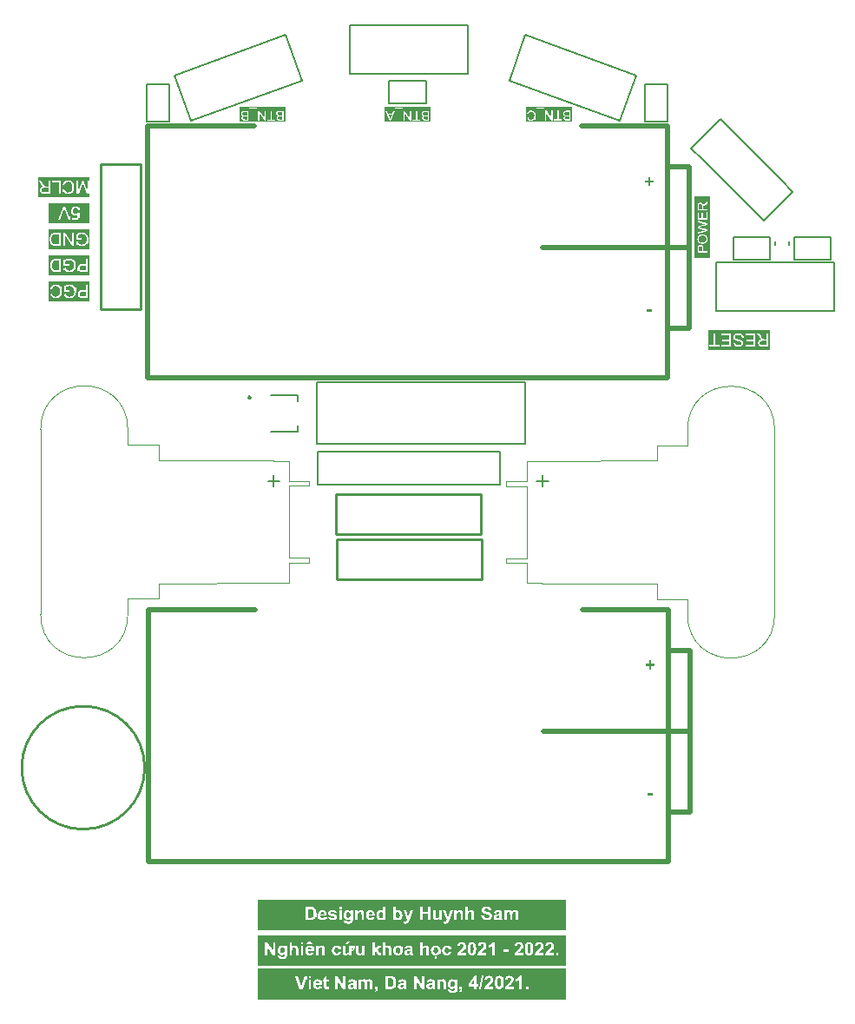
<source format=gto>
G04*
G04 #@! TF.GenerationSoftware,Altium Limited,Altium Designer,19.0.15 (446)*
G04*
G04 Layer_Color=65535*
%FSLAX44Y44*%
%MOMM*%
G71*
G01*
G75*
%ADD10C,0.0127*%
%ADD11C,0.2540*%
%ADD12C,0.2400*%
%ADD13C,0.2000*%
%ADD14C,0.5000*%
%ADD15C,0.1270*%
G36*
X1541606Y439046D02*
Y419046D01*
X1491606D01*
Y439046D01*
X1541606D01*
D02*
G37*
G36*
X2090791Y-164165D02*
X2085958D01*
Y-161702D01*
X2090791D01*
Y-164165D01*
D02*
G37*
G36*
X2006000Y-363000D02*
X1706000D01*
Y-333000D01*
X2006000D01*
Y-363000D01*
D02*
G37*
G36*
X1874000Y493000D02*
X1829000D01*
Y507000D01*
X1874000D01*
Y493000D01*
D02*
G37*
G36*
X1541606Y337446D02*
Y317446D01*
X1501606D01*
Y337446D01*
X1541606D01*
D02*
G37*
G36*
X2088572Y435752D02*
X2091942D01*
Y433456D01*
X2088572D01*
Y430141D01*
X2086331D01*
Y433456D01*
X2082980D01*
Y435752D01*
X2086331D01*
Y439066D01*
X2088572D01*
Y435752D01*
D02*
G37*
G36*
X2006000Y-330000D02*
X1706000D01*
Y-300000D01*
X2006000D01*
Y-330000D01*
D02*
G37*
G36*
X1541606Y413646D02*
Y393646D01*
X1501606D01*
Y413646D01*
X1541606D01*
D02*
G37*
G36*
X2089486Y-35672D02*
X2092856D01*
Y-37968D01*
X2089486D01*
Y-41283D01*
X2087245D01*
Y-37968D01*
X2083894D01*
Y-35672D01*
X2087245D01*
Y-32358D01*
X2089486D01*
Y-35672D01*
D02*
G37*
G36*
X1732612Y493000D02*
X1687612D01*
Y507000D01*
X1732612D01*
Y493000D01*
D02*
G37*
G36*
X2205000Y290000D02*
Y270000D01*
X2145000D01*
Y290000D01*
X2205000D01*
D02*
G37*
G36*
X2012000Y507000D02*
Y493000D01*
X1967000D01*
Y507000D01*
X2012000D01*
D02*
G37*
G36*
X2006000Y-295620D02*
X1706000D01*
Y-265620D01*
X2006000D01*
Y-295620D01*
D02*
G37*
G36*
X1541606Y388246D02*
Y368246D01*
X1501606D01*
Y388246D01*
X1541606D01*
D02*
G37*
G36*
Y362846D02*
Y342846D01*
X1501606D01*
Y362846D01*
X1541606D01*
D02*
G37*
G36*
X2089877Y307259D02*
X2085044D01*
Y309722D01*
X2089877D01*
Y307259D01*
D02*
G37*
G36*
X2147000Y360000D02*
X2132000D01*
Y420000D01*
X2147000D01*
Y360000D01*
D02*
G37*
%LPC*%
G36*
X1503293Y435453D02*
X1501589D01*
Y429768D01*
X1499404D01*
X1499200Y429787D01*
X1499052D01*
X1498923Y429805D01*
X1498830Y429824D01*
X1498756D01*
X1498719Y429842D01*
X1498701D01*
X1498404Y429935D01*
X1498275Y429990D01*
X1498163Y430046D01*
X1498052Y430102D01*
X1497978Y430139D01*
X1497941Y430157D01*
X1497923Y430176D01*
X1497775Y430287D01*
X1497626Y430416D01*
X1497349Y430694D01*
X1497219Y430824D01*
X1497126Y430935D01*
X1497071Y431009D01*
X1497052Y431027D01*
X1496867Y431287D01*
X1496664Y431564D01*
X1496460Y431861D01*
X1496256Y432138D01*
X1496090Y432397D01*
X1495960Y432601D01*
X1495905Y432675D01*
X1495867Y432731D01*
X1495830Y432768D01*
Y432786D01*
X1494145Y435453D01*
X1492034D01*
X1494238Y431972D01*
X1494497Y431601D01*
X1494738Y431268D01*
X1494979Y430990D01*
X1495182Y430731D01*
X1495367Y430546D01*
X1495516Y430398D01*
X1495608Y430305D01*
X1495645Y430268D01*
X1495793Y430157D01*
X1495960Y430027D01*
X1496293Y429824D01*
X1496441Y429750D01*
X1496552Y429676D01*
X1496627Y429639D01*
X1496664Y429620D01*
X1496330Y429565D01*
X1496015Y429509D01*
X1495738Y429416D01*
X1495460Y429342D01*
X1495219Y429250D01*
X1494997Y429139D01*
X1494794Y429046D01*
X1494608Y428953D01*
X1494460Y428842D01*
X1494312Y428750D01*
X1494201Y428676D01*
X1494108Y428602D01*
X1494034Y428546D01*
X1493979Y428490D01*
X1493960Y428472D01*
X1493942Y428453D01*
X1493794Y428268D01*
X1493645Y428083D01*
X1493423Y427694D01*
X1493275Y427305D01*
X1493164Y426935D01*
X1493090Y426620D01*
X1493071Y426491D01*
Y426361D01*
X1493053Y426269D01*
Y426194D01*
Y426157D01*
Y426139D01*
X1493071Y425750D01*
X1493127Y425398D01*
X1493219Y425065D01*
X1493312Y424787D01*
X1493423Y424547D01*
X1493497Y424361D01*
X1493571Y424250D01*
X1493590Y424232D01*
Y424213D01*
X1493812Y423917D01*
X1494034Y423658D01*
X1494275Y423436D01*
X1494497Y423269D01*
X1494701Y423139D01*
X1494868Y423065D01*
X1494979Y423010D01*
X1494997Y422991D01*
X1495016D01*
X1495182Y422936D01*
X1495386Y422880D01*
X1495793Y422787D01*
X1496238Y422732D01*
X1496645Y422676D01*
X1497034Y422658D01*
X1497201D01*
X1497349Y422639D01*
X1492034D01*
D01*
X1503293D01*
Y435453D01*
D02*
G37*
G36*
X1541178D02*
X1538244D01*
X1539548D01*
Y424547D01*
X1535845Y435453D01*
X1534326D01*
X1530586Y424732D01*
Y435453D01*
X1528957D01*
Y422639D01*
X1531234D01*
X1534308Y431564D01*
X1534474Y432046D01*
X1534604Y432453D01*
X1534734Y432805D01*
X1534826Y433101D01*
X1534900Y433323D01*
X1534956Y433490D01*
X1534975Y433583D01*
X1534993Y433620D01*
X1535067Y433360D01*
X1535160Y433064D01*
X1535271Y432749D01*
X1535363Y432435D01*
X1535456Y432157D01*
X1535530Y431935D01*
X1535567Y431842D01*
X1535585Y431786D01*
X1535604Y431749D01*
Y431731D01*
X1538641Y422639D01*
X1534914D01*
X1541178D01*
Y435453D01*
D02*
G37*
G36*
X1520883Y435675D02*
X1520680D01*
X1520309Y435657D01*
X1519957Y435619D01*
X1519624Y435582D01*
X1519309Y435508D01*
X1519013Y435416D01*
X1518735Y435323D01*
X1518476Y435231D01*
X1518235Y435120D01*
X1518032Y435027D01*
X1517828Y434934D01*
X1517680Y434842D01*
X1517532Y434749D01*
X1517439Y434675D01*
X1517347Y434638D01*
X1517310Y434601D01*
X1517291Y434582D01*
X1517032Y434360D01*
X1516810Y434138D01*
X1516606Y433879D01*
X1516402Y433620D01*
X1516069Y433101D01*
X1515810Y432583D01*
X1515699Y432342D01*
X1515606Y432120D01*
X1515532Y431916D01*
X1515477Y431749D01*
X1515421Y431601D01*
X1515384Y431490D01*
X1515365Y431416D01*
Y422417D01*
Y431398D01*
X1517069Y430972D01*
X1517143Y431268D01*
X1517236Y431546D01*
X1517328Y431805D01*
X1517421Y432046D01*
X1517532Y432268D01*
X1517643Y432453D01*
X1517773Y432638D01*
X1517884Y432805D01*
X1517976Y432953D01*
X1518087Y433064D01*
X1518180Y433175D01*
X1518254Y433268D01*
X1518328Y433323D01*
X1518384Y433379D01*
X1518402Y433397D01*
X1518421Y433416D01*
X1518606Y433564D01*
X1518810Y433675D01*
X1519217Y433879D01*
X1519606Y434027D01*
X1519995Y434120D01*
X1520328Y434194D01*
X1520457Y434212D01*
X1520587D01*
X1520698Y434231D01*
X1520828D01*
X1521254Y434212D01*
X1521661Y434138D01*
X1522031Y434045D01*
X1522365Y433934D01*
X1522624Y433823D01*
X1522735Y433768D01*
X1522828Y433731D01*
X1522902Y433694D01*
X1522957Y433657D01*
X1522994Y433638D01*
X1523013D01*
X1523365Y433379D01*
X1523661Y433101D01*
X1523920Y432786D01*
X1524124Y432490D01*
X1524290Y432231D01*
X1524402Y432009D01*
X1524438Y431916D01*
X1524476Y431861D01*
X1524494Y431824D01*
Y431805D01*
X1524642Y431324D01*
X1524753Y430842D01*
X1524846Y430361D01*
X1524901Y429916D01*
X1524920Y429713D01*
X1524939Y429528D01*
Y429361D01*
X1524957Y429231D01*
Y429120D01*
Y429027D01*
Y428972D01*
Y428953D01*
X1524939Y428472D01*
X1524901Y428028D01*
X1524827Y427620D01*
X1524753Y427250D01*
X1524698Y426935D01*
X1524661Y426805D01*
X1524624Y426694D01*
X1524605Y426602D01*
X1524587Y426546D01*
X1524568Y426509D01*
Y426491D01*
X1524383Y426065D01*
X1524179Y425676D01*
X1523957Y425361D01*
X1523716Y425084D01*
X1523513Y424861D01*
X1523346Y424713D01*
X1523216Y424621D01*
X1523198Y424584D01*
X1523179D01*
X1522791Y424343D01*
X1522365Y424158D01*
X1521957Y424028D01*
X1521568Y423954D01*
X1521217Y423898D01*
X1521069Y423880D01*
X1520939D01*
X1520846Y423861D01*
X1520698D01*
X1520235Y423880D01*
X1519809Y423954D01*
X1519458Y424065D01*
X1519143Y424176D01*
X1518902Y424306D01*
X1518717Y424398D01*
X1518606Y424472D01*
X1518569Y424510D01*
X1518273Y424787D01*
X1517995Y425102D01*
X1517773Y425435D01*
X1517587Y425769D01*
X1517439Y426065D01*
X1517384Y426213D01*
X1517347Y426324D01*
X1517310Y426417D01*
X1517273Y426491D01*
X1517254Y426528D01*
Y426546D01*
X1515588Y426157D01*
X1515699Y425824D01*
X1515810Y425528D01*
X1515958Y425250D01*
X1516087Y424972D01*
X1516236Y424732D01*
X1516402Y424510D01*
X1516550Y424287D01*
X1516699Y424102D01*
X1516847Y423954D01*
X1516976Y423806D01*
X1517106Y423676D01*
X1517198Y423584D01*
X1517291Y423491D01*
X1517365Y423436D01*
X1517402Y423417D01*
X1517421Y423399D01*
X1517680Y423232D01*
X1517939Y423065D01*
X1518198Y422936D01*
X1518476Y422825D01*
X1519032Y422658D01*
X1519532Y422547D01*
X1519772Y422491D01*
X1519976Y422473D01*
X1520180Y422454D01*
X1520346Y422436D01*
X1520476Y422417D01*
X1526698D01*
X1520661D01*
X1521272Y422454D01*
X1521865Y422547D01*
X1522383Y422658D01*
X1522624Y422732D01*
X1522846Y422806D01*
X1523050Y422880D01*
X1523235Y422954D01*
X1523383Y423010D01*
X1523531Y423065D01*
X1523624Y423121D01*
X1523698Y423158D01*
X1523753Y423176D01*
X1523772Y423195D01*
X1524272Y423510D01*
X1524698Y423880D01*
X1525068Y424250D01*
X1525383Y424621D01*
X1525624Y424954D01*
X1525716Y425102D01*
X1525790Y425232D01*
X1525864Y425324D01*
X1525901Y425398D01*
X1525920Y425454D01*
X1525938Y425472D01*
X1526198Y426046D01*
X1526383Y426639D01*
X1526512Y427231D01*
X1526605Y427768D01*
X1526642Y428009D01*
X1526660Y428250D01*
X1526679Y428435D01*
Y428620D01*
X1526698Y428750D01*
Y428953D01*
X1526660Y429620D01*
X1526586Y430268D01*
X1526494Y430842D01*
X1526420Y431120D01*
X1526364Y431361D01*
X1526309Y431583D01*
X1526235Y431786D01*
X1526179Y431972D01*
X1526142Y432120D01*
X1526086Y432231D01*
X1526068Y432323D01*
X1526031Y432379D01*
Y432397D01*
X1525753Y432953D01*
X1525438Y433453D01*
X1525105Y433879D01*
X1524939Y434045D01*
X1524790Y434212D01*
X1524642Y434360D01*
X1524494Y434490D01*
X1524364Y434601D01*
X1524253Y434675D01*
X1524179Y434749D01*
X1524105Y434805D01*
X1524068Y434823D01*
X1524050Y434842D01*
X1523790Y434990D01*
X1523531Y435120D01*
X1522976Y435323D01*
X1522420Y435471D01*
X1521883Y435564D01*
X1521624Y435601D01*
X1521402Y435638D01*
X1521198Y435657D01*
X1521031D01*
X1520883Y435675D01*
D02*
G37*
G36*
X1513347Y435453D02*
X1505329D01*
Y433934D01*
X1511644D01*
Y422639D01*
X1505329D01*
D01*
X1513347D01*
Y435453D01*
D02*
G37*
%LPD*%
G36*
X1501589Y424065D02*
X1497552D01*
X1497052Y424084D01*
X1496627Y424158D01*
X1496256Y424250D01*
X1495979Y424361D01*
X1495738Y424472D01*
X1495590Y424565D01*
X1495497Y424639D01*
X1495460Y424658D01*
X1495238Y424898D01*
X1495071Y425139D01*
X1494960Y425398D01*
X1494868Y425620D01*
X1494830Y425843D01*
X1494812Y426009D01*
X1494794Y426120D01*
Y426139D01*
Y426157D01*
X1494812Y426380D01*
X1494849Y426602D01*
X1494905Y426787D01*
X1494960Y426954D01*
X1495034Y427102D01*
X1495090Y427213D01*
X1495127Y427287D01*
X1495145Y427305D01*
X1495275Y427491D01*
X1495441Y427657D01*
X1495608Y427787D01*
X1495775Y427898D01*
X1495923Y427972D01*
X1496034Y428028D01*
X1496108Y428065D01*
X1496145Y428083D01*
X1496404Y428157D01*
X1496701Y428213D01*
X1496997Y428250D01*
X1497293Y428268D01*
X1497552Y428287D01*
X1497775Y428305D01*
X1501589D01*
Y424065D01*
D02*
G37*
%LPC*%
G36*
X1817624Y-343130D02*
X1814569D01*
X1814273Y-343149D01*
X1813995Y-343186D01*
X1813736Y-343241D01*
X1813514Y-343315D01*
X1813329Y-343389D01*
X1813180Y-343445D01*
X1813088Y-343482D01*
X1813051Y-343501D01*
X1812791Y-343649D01*
X1812551Y-343834D01*
X1812329Y-344019D01*
X1812125Y-344204D01*
X1811958Y-344371D01*
X1811847Y-344500D01*
X1811773Y-344593D01*
X1811736Y-344630D01*
X1811570Y-344371D01*
X1811384Y-344130D01*
X1811199Y-343945D01*
X1811033Y-343778D01*
X1810884Y-343649D01*
X1810755Y-343574D01*
X1810681Y-343519D01*
X1810644Y-343501D01*
X1810384Y-343371D01*
X1810125Y-343278D01*
X1809866Y-343223D01*
X1809625Y-343167D01*
X1809422Y-343149D01*
X1809255Y-343130D01*
X1803959D01*
D01*
X1809107D01*
X1808792Y-343149D01*
X1808496Y-343186D01*
X1808218Y-343260D01*
X1807940Y-343352D01*
X1807459Y-343593D01*
X1807237Y-343741D01*
X1807033Y-343871D01*
X1806848Y-344000D01*
X1806681Y-344148D01*
X1806552Y-344260D01*
X1806440Y-344371D01*
X1806348Y-344482D01*
X1806274Y-344556D01*
X1806237Y-344593D01*
X1806218Y-344612D01*
Y-343334D01*
X1803959D01*
D01*
Y-352629D01*
X1806422D01*
Y-348130D01*
Y-347667D01*
X1806459Y-347259D01*
X1806477Y-346945D01*
X1806514Y-346667D01*
X1806552Y-346482D01*
X1806570Y-346334D01*
X1806607Y-346241D01*
Y-346222D01*
X1806700Y-346019D01*
X1806792Y-345834D01*
X1806903Y-345685D01*
X1807014Y-345556D01*
X1807107Y-345463D01*
X1807181Y-345389D01*
X1807237Y-345352D01*
X1807255Y-345334D01*
X1807440Y-345223D01*
X1807607Y-345148D01*
X1807773Y-345093D01*
X1807940Y-345056D01*
X1808070Y-345037D01*
X1808181Y-345019D01*
X1808440D01*
X1808588Y-345056D01*
X1808718Y-345074D01*
X1808829Y-345111D01*
X1808903Y-345148D01*
X1808959Y-345186D01*
X1808996Y-345204D01*
X1809014Y-345223D01*
X1809107Y-345297D01*
X1809199Y-345389D01*
X1809329Y-345593D01*
X1809366Y-345667D01*
X1809403Y-345741D01*
X1809422Y-345797D01*
Y-345815D01*
X1809440Y-345889D01*
X1809477Y-346000D01*
X1809514Y-346259D01*
X1809533Y-346537D01*
X1809551Y-346833D01*
X1809570Y-347111D01*
Y-347333D01*
Y-347426D01*
Y-347500D01*
Y-347537D01*
Y-347556D01*
Y-352629D01*
X1812032D01*
Y-348185D01*
Y-347722D01*
X1812069Y-347333D01*
X1812088Y-347000D01*
X1812125Y-346722D01*
X1812162Y-346519D01*
X1812180Y-346371D01*
X1812218Y-346297D01*
Y-346259D01*
X1812310Y-346037D01*
X1812403Y-345852D01*
X1812514Y-345704D01*
X1812625Y-345574D01*
X1812717Y-345463D01*
X1812791Y-345389D01*
X1812847Y-345352D01*
X1812866Y-345334D01*
X1813032Y-345223D01*
X1813217Y-345148D01*
X1813384Y-345093D01*
X1813532Y-345056D01*
X1813662Y-345037D01*
X1813754Y-345019D01*
X1813847D01*
X1814088Y-345037D01*
X1814310Y-345093D01*
X1814495Y-345186D01*
X1814643Y-345278D01*
X1814754Y-345389D01*
X1814828Y-345463D01*
X1814884Y-345537D01*
X1814902Y-345556D01*
X1814940Y-345648D01*
X1814995Y-345741D01*
X1815051Y-346000D01*
X1815106Y-346297D01*
X1815125Y-346593D01*
X1815143Y-346870D01*
X1815162Y-347111D01*
Y-347204D01*
Y-347278D01*
Y-347315D01*
Y-347333D01*
Y-352629D01*
X1817624D01*
Y-346704D01*
X1817606Y-346241D01*
X1817587Y-345834D01*
X1817550Y-345500D01*
X1817495Y-345241D01*
X1817439Y-345037D01*
X1817402Y-344889D01*
X1817384Y-344797D01*
X1817365Y-344778D01*
X1817217Y-344482D01*
X1817050Y-344241D01*
X1816865Y-344037D01*
X1816699Y-343852D01*
X1816532Y-343723D01*
X1816402Y-343630D01*
X1816328Y-343574D01*
X1816291Y-343556D01*
X1816013Y-343408D01*
X1815717Y-343315D01*
X1815439Y-343241D01*
X1815162Y-343186D01*
X1814921Y-343149D01*
X1814736Y-343130D01*
X1817624D01*
D02*
G37*
G36*
X1900227D02*
Y-343334D01*
X1897931D01*
Y-344667D01*
X1897709Y-344389D01*
X1897487Y-344167D01*
X1897246Y-343945D01*
X1897005Y-343778D01*
X1896764Y-343630D01*
X1896524Y-343501D01*
X1896301Y-343408D01*
X1896079Y-343315D01*
X1895876Y-343260D01*
X1895690Y-343204D01*
X1895505Y-343186D01*
X1895376Y-343149D01*
X1895246D01*
X1895153Y-343130D01*
X1900227D01*
X1891172D01*
D01*
X1895079D01*
X1894783Y-343149D01*
X1894487Y-343186D01*
X1894209Y-343241D01*
X1893931Y-343315D01*
X1893468Y-343519D01*
X1893246Y-343630D01*
X1893061Y-343741D01*
X1892876Y-343871D01*
X1892728Y-343982D01*
X1892598Y-344075D01*
X1892487Y-344167D01*
X1892394Y-344260D01*
X1892339Y-344315D01*
X1892302Y-344352D01*
X1892283Y-344371D01*
X1892080Y-344612D01*
X1891913Y-344871D01*
X1891765Y-345167D01*
X1891635Y-345445D01*
X1891543Y-345741D01*
X1891450Y-346037D01*
X1891320Y-346630D01*
X1891265Y-346889D01*
X1891228Y-347148D01*
X1891209Y-347370D01*
X1891191Y-347556D01*
X1891172Y-347722D01*
Y-347667D01*
Y-347722D01*
D01*
Y-347944D01*
X1891191Y-348278D01*
X1891209Y-348611D01*
X1891302Y-349204D01*
X1891376Y-349481D01*
X1891450Y-349741D01*
X1891524Y-349981D01*
X1891598Y-350185D01*
X1891672Y-350389D01*
X1891746Y-350555D01*
X1891820Y-350703D01*
X1891895Y-350833D01*
X1891950Y-350926D01*
X1891987Y-351000D01*
X1892024Y-351037D01*
Y-351055D01*
X1892246Y-351333D01*
X1892469Y-351574D01*
X1892709Y-351777D01*
X1892950Y-351963D01*
X1893191Y-352111D01*
X1893450Y-352240D01*
X1893691Y-352351D01*
X1893913Y-352425D01*
X1894135Y-352500D01*
X1894339Y-352537D01*
X1894524Y-352574D01*
X1894672Y-352611D01*
X1894802D01*
X1894913Y-352629D01*
X1894987D01*
X1895302Y-352611D01*
X1895598Y-352555D01*
X1895876Y-352481D01*
X1896135Y-352388D01*
X1896598Y-352148D01*
X1896820Y-352018D01*
X1897005Y-351870D01*
X1897172Y-351740D01*
X1897338Y-351611D01*
X1897468Y-351481D01*
X1897560Y-351370D01*
X1897653Y-351259D01*
X1897709Y-351185D01*
X1897746Y-351148D01*
X1897764Y-351129D01*
Y-352481D01*
Y-352759D01*
X1897746Y-352999D01*
X1897727Y-353185D01*
X1897709Y-353333D01*
X1897672Y-353462D01*
X1897653Y-353536D01*
X1897635Y-353573D01*
Y-353592D01*
X1897560Y-353740D01*
X1897487Y-353870D01*
X1897412Y-353981D01*
X1897338Y-354073D01*
X1897264Y-354147D01*
X1897209Y-354184D01*
X1897172Y-354203D01*
X1897153Y-354222D01*
X1896949Y-354314D01*
X1896727Y-354388D01*
X1896487Y-354444D01*
X1896246Y-354481D01*
X1896042Y-354499D01*
X1895876Y-354518D01*
X1895709D01*
X1895450Y-354499D01*
X1895228Y-354481D01*
X1895042Y-354425D01*
X1894894Y-354370D01*
X1894765Y-354333D01*
X1894691Y-354277D01*
X1894635Y-354259D01*
X1894616Y-354240D01*
X1894524Y-354166D01*
X1894450Y-354055D01*
X1894357Y-353833D01*
X1894339Y-353740D01*
X1894320Y-353648D01*
X1894302Y-353592D01*
Y-353573D01*
X1891487Y-353240D01*
X1891469Y-353351D01*
Y-353444D01*
Y-353518D01*
Y-353536D01*
X1891487Y-353759D01*
X1891506Y-353981D01*
X1891617Y-354388D01*
X1891783Y-354740D01*
X1891969Y-355036D01*
X1892135Y-355277D01*
X1892302Y-355444D01*
X1892413Y-355555D01*
X1892431Y-355573D01*
X1892450Y-355592D01*
X1892654Y-355740D01*
X1892876Y-355851D01*
X1893135Y-355962D01*
X1893394Y-356055D01*
X1893950Y-356203D01*
X1894505Y-356295D01*
X1894765Y-356333D01*
X1895005Y-356370D01*
X1895228Y-356388D01*
X1895413D01*
X1895579Y-356407D01*
X1895802D01*
X1896246Y-356388D01*
X1896653Y-356370D01*
X1897005Y-356314D01*
X1897320Y-356258D01*
X1897560Y-356221D01*
X1897727Y-356166D01*
X1897838Y-356147D01*
X1897875Y-356129D01*
X1898172Y-356018D01*
X1898431Y-355907D01*
X1898653Y-355777D01*
X1898838Y-355666D01*
X1898968Y-355573D01*
X1899079Y-355481D01*
X1899153Y-355425D01*
X1899171Y-355407D01*
X1899357Y-355221D01*
X1899505Y-355018D01*
X1899634Y-354796D01*
X1899745Y-354592D01*
X1899838Y-354407D01*
X1899894Y-354259D01*
X1899931Y-354166D01*
X1899949Y-354129D01*
X1900005Y-353962D01*
X1900042Y-353796D01*
X1900116Y-353407D01*
X1900153Y-352999D01*
X1900190Y-352592D01*
X1900208Y-352240D01*
X1900227Y-352092D01*
Y-356407D01*
D01*
D01*
Y-343130D01*
D02*
G37*
G36*
X1889228D02*
X1880748D01*
X1886080D01*
X1885747Y-343149D01*
X1885414Y-343204D01*
X1885117Y-343278D01*
X1884821Y-343371D01*
X1884543Y-343501D01*
X1884303Y-343630D01*
X1884062Y-343778D01*
X1883858Y-343908D01*
X1883673Y-344056D01*
X1883506Y-344204D01*
X1883358Y-344334D01*
X1883247Y-344463D01*
X1883155Y-344556D01*
X1883081Y-344630D01*
X1883044Y-344686D01*
X1883025Y-344704D01*
Y-343334D01*
X1880748D01*
D01*
Y-352629D01*
X1883210D01*
Y-348444D01*
Y-348167D01*
Y-347907D01*
X1883229Y-347667D01*
X1883247Y-347463D01*
Y-347259D01*
X1883266Y-347093D01*
X1883284Y-346926D01*
X1883303Y-346796D01*
X1883340Y-346574D01*
X1883358Y-346426D01*
X1883395Y-346334D01*
Y-346315D01*
X1883469Y-346111D01*
X1883580Y-345908D01*
X1883692Y-345760D01*
X1883803Y-345611D01*
X1883914Y-345519D01*
X1884006Y-345426D01*
X1884062Y-345389D01*
X1884081Y-345371D01*
X1884284Y-345260D01*
X1884488Y-345167D01*
X1884673Y-345111D01*
X1884858Y-345056D01*
X1885006Y-345037D01*
X1885117Y-345019D01*
X1885228D01*
X1885414Y-345037D01*
X1885580Y-345056D01*
X1885710Y-345093D01*
X1885840Y-345148D01*
X1885951Y-345204D01*
X1886025Y-345241D01*
X1886062Y-345260D01*
X1886080Y-345278D01*
X1886210Y-345371D01*
X1886302Y-345482D01*
X1886469Y-345704D01*
X1886525Y-345815D01*
X1886562Y-345889D01*
X1886599Y-345945D01*
Y-345963D01*
X1886636Y-346056D01*
X1886654Y-346167D01*
X1886691Y-346445D01*
X1886728Y-346778D01*
X1886747Y-347093D01*
X1886765Y-347407D01*
Y-347537D01*
Y-347667D01*
Y-347759D01*
Y-347833D01*
Y-347889D01*
Y-347907D01*
Y-352629D01*
X1884988D01*
X1889228D01*
Y-346482D01*
X1889210Y-346167D01*
X1889191Y-345871D01*
X1889154Y-345648D01*
X1889135Y-345463D01*
X1889099Y-345334D01*
X1889080Y-345241D01*
Y-345223D01*
X1889024Y-345000D01*
X1888950Y-344815D01*
X1888876Y-344630D01*
X1888784Y-344482D01*
X1888710Y-344352D01*
X1888654Y-344260D01*
X1888617Y-344204D01*
X1888598Y-344186D01*
X1888450Y-344019D01*
X1888284Y-343871D01*
X1888117Y-343741D01*
X1887950Y-343630D01*
X1887802Y-343537D01*
X1887673Y-343482D01*
X1887599Y-343445D01*
X1887562Y-343426D01*
X1887302Y-343334D01*
X1887043Y-343260D01*
X1886802Y-343204D01*
X1886580Y-343167D01*
X1886376Y-343149D01*
X1886210Y-343130D01*
X1889228D01*
D02*
G37*
G36*
X1945315Y-339742D02*
Y-346315D01*
X1945296Y-345648D01*
X1945259Y-345037D01*
X1945204Y-344482D01*
X1945111Y-343963D01*
X1945019Y-343482D01*
X1944926Y-343056D01*
X1944796Y-342667D01*
X1944685Y-342334D01*
X1944574Y-342019D01*
X1944463Y-341778D01*
X1944352Y-341556D01*
X1944259Y-341371D01*
X1944167Y-341241D01*
X1944111Y-341149D01*
X1944074Y-341093D01*
X1944056Y-341075D01*
X1943852Y-340834D01*
X1943630Y-340630D01*
X1943389Y-340464D01*
X1943148Y-340297D01*
X1942908Y-340167D01*
X1942667Y-340075D01*
X1942445Y-339982D01*
X1942204Y-339908D01*
X1941982Y-339853D01*
X1941797Y-339816D01*
X1941611Y-339779D01*
X1941463Y-339760D01*
X1941334Y-339742D01*
X1937001D01*
X1941149D01*
X1940815Y-339760D01*
X1940500Y-339797D01*
X1940186Y-339871D01*
X1939908Y-339945D01*
X1939649Y-340056D01*
X1939408Y-340167D01*
X1939204Y-340279D01*
X1939001Y-340408D01*
X1938834Y-340538D01*
X1938667Y-340649D01*
X1938538Y-340760D01*
X1938445Y-340871D01*
X1938353Y-340945D01*
X1938297Y-341019D01*
X1938260Y-341056D01*
X1938241Y-341075D01*
X1938019Y-341390D01*
X1937834Y-341760D01*
X1937668Y-342149D01*
X1937519Y-342556D01*
X1937408Y-342982D01*
X1937297Y-343426D01*
X1937223Y-343852D01*
X1937149Y-344278D01*
X1937112Y-344686D01*
X1937075Y-345056D01*
X1937038Y-345408D01*
X1937019Y-345704D01*
X1937001Y-345945D01*
Y-345926D01*
Y-346296D01*
X1937019Y-346963D01*
X1937056Y-347574D01*
X1937112Y-348148D01*
X1937186Y-348667D01*
X1937260Y-349129D01*
X1937353Y-349555D01*
X1937464Y-349926D01*
X1937575Y-350259D01*
X1937668Y-350537D01*
X1937779Y-350796D01*
X1937871Y-351000D01*
X1937964Y-351166D01*
X1938019Y-351277D01*
X1938075Y-351370D01*
X1938112Y-351426D01*
X1938130Y-351444D01*
X1938353Y-351703D01*
X1938593Y-351907D01*
X1938834Y-352111D01*
X1939093Y-352259D01*
X1939334Y-352407D01*
X1939593Y-352518D01*
X1939834Y-352611D01*
X1940075Y-352685D01*
X1940297Y-352759D01*
X1940500Y-352796D01*
X1940686Y-352833D01*
X1940834Y-352851D01*
X1940963D01*
X1941075Y-352870D01*
X1937001D01*
X1941149D01*
X1941482Y-352851D01*
X1941797Y-352814D01*
X1942112Y-352740D01*
X1942389Y-352666D01*
X1942648Y-352574D01*
X1942889Y-352463D01*
X1943093Y-352333D01*
X1943297Y-352203D01*
X1943463Y-352092D01*
X1943630Y-351963D01*
X1943759Y-351851D01*
X1943871Y-351759D01*
X1943945Y-351685D01*
X1944000Y-351611D01*
X1944037Y-351574D01*
X1944056Y-351555D01*
X1944278Y-351240D01*
X1944463Y-350870D01*
X1944648Y-350481D01*
X1944778Y-350055D01*
X1944908Y-349629D01*
X1945000Y-349203D01*
X1945093Y-348759D01*
X1945167Y-348333D01*
X1945204Y-347926D01*
X1945241Y-347556D01*
X1945278Y-347204D01*
X1945296Y-346908D01*
X1945315Y-346667D01*
Y-352870D01*
X1945315D01*
X1945315D01*
Y-339742D01*
D02*
G37*
G36*
X1768296Y-343130D02*
Y-348185D01*
X1768259Y-347722D01*
X1768204Y-347278D01*
X1768129Y-346870D01*
X1768037Y-346482D01*
X1767944Y-346148D01*
X1767833Y-345834D01*
X1767722Y-345556D01*
X1767611Y-345315D01*
X1767500Y-345093D01*
X1767407Y-344926D01*
X1767315Y-344778D01*
X1767241Y-344667D01*
X1767185Y-344574D01*
X1767148Y-344537D01*
X1767130Y-344519D01*
X1766907Y-344278D01*
X1766648Y-344056D01*
X1766389Y-343871D01*
X1766130Y-343723D01*
X1765852Y-343574D01*
X1765574Y-343463D01*
X1765315Y-343371D01*
X1765056Y-343297D01*
X1764815Y-343241D01*
X1764593Y-343204D01*
X1764389Y-343167D01*
X1764223Y-343149D01*
X1764074Y-343130D01*
X1768296D01*
X1759630D01*
X1763871D01*
X1763537Y-343149D01*
X1763223Y-343186D01*
X1762908Y-343260D01*
X1762630Y-343334D01*
X1762352Y-343426D01*
X1762112Y-343537D01*
X1761871Y-343667D01*
X1761667Y-343778D01*
X1761482Y-343908D01*
X1761315Y-344038D01*
X1761167Y-344149D01*
X1761056Y-344241D01*
X1760964Y-344315D01*
X1760889Y-344389D01*
X1760853Y-344426D01*
X1760834Y-344445D01*
X1760630Y-344704D01*
X1760445Y-344982D01*
X1760278Y-345260D01*
X1760130Y-345556D01*
X1760019Y-345871D01*
X1759927Y-346167D01*
X1759778Y-346741D01*
X1759723Y-347019D01*
X1759686Y-347259D01*
X1759667Y-347482D01*
X1759649Y-347667D01*
X1759630Y-347833D01*
Y-348056D01*
X1759649Y-348407D01*
X1759667Y-348759D01*
X1759723Y-349074D01*
X1759778Y-349370D01*
X1759834Y-349666D01*
X1759927Y-349926D01*
X1760001Y-350167D01*
X1760093Y-350389D01*
X1760167Y-350592D01*
X1760260Y-350759D01*
X1760334Y-350907D01*
X1760390Y-351037D01*
X1760464Y-351129D01*
X1760501Y-351203D01*
X1760519Y-351240D01*
X1760538Y-351259D01*
X1760778Y-351537D01*
X1761019Y-351777D01*
X1761297Y-351981D01*
X1761593Y-352166D01*
X1761889Y-352314D01*
X1762186Y-352444D01*
X1762482Y-352555D01*
X1762778Y-352629D01*
X1763037Y-352703D01*
X1763297Y-352740D01*
X1763537Y-352777D01*
X1763741Y-352814D01*
X1763908D01*
X1764019Y-352833D01*
X1764130D01*
X1764667Y-352796D01*
X1765167Y-352722D01*
X1765593Y-352611D01*
X1765963Y-352481D01*
X1766130Y-352407D01*
X1766259Y-352351D01*
X1766389Y-352296D01*
X1766481Y-352240D01*
X1766556Y-352185D01*
X1766630Y-352166D01*
X1766648Y-352129D01*
X1766667D01*
X1767018Y-351833D01*
X1767333Y-351518D01*
X1767592Y-351166D01*
X1767796Y-350833D01*
X1767963Y-350537D01*
X1768018Y-350407D01*
X1768074Y-350296D01*
X1768111Y-350204D01*
X1768148Y-350129D01*
X1768167Y-350092D01*
Y-350074D01*
X1765722Y-349666D01*
X1765630Y-349907D01*
X1765537Y-350129D01*
X1765445Y-350296D01*
X1765334Y-350444D01*
X1765259Y-350555D01*
X1765185Y-350629D01*
X1765130Y-350666D01*
X1765111Y-350685D01*
X1764963Y-350796D01*
X1764796Y-350870D01*
X1764630Y-350926D01*
X1764482Y-350963D01*
X1764352Y-350981D01*
X1764241Y-351000D01*
X1764148D01*
X1763852Y-350981D01*
X1763574Y-350907D01*
X1763315Y-350815D01*
X1763112Y-350703D01*
X1762945Y-350592D01*
X1762834Y-350500D01*
X1762741Y-350426D01*
X1762723Y-350407D01*
X1762538Y-350167D01*
X1762408Y-349889D01*
X1762297Y-349592D01*
X1762223Y-349333D01*
X1762186Y-349074D01*
X1762167Y-348889D01*
X1762149Y-348815D01*
Y-348759D01*
Y-348722D01*
Y-348704D01*
X1768296D01*
Y-352833D01*
D01*
D01*
Y-343130D01*
D02*
G37*
G36*
X1868101Y-339816D02*
X1862167D01*
X1865712D01*
Y-348444D01*
X1860416Y-339816D01*
X1857917D01*
Y-352629D01*
X1860305D01*
Y-344186D01*
X1865508Y-352629D01*
X1868101D01*
Y-339816D01*
D02*
G37*
G36*
X1791460D02*
X1785527D01*
X1789072D01*
Y-348444D01*
X1783776Y-339816D01*
X1781276D01*
Y-352629D01*
X1783665D01*
Y-344186D01*
X1788868Y-352629D01*
X1791460D01*
Y-339816D01*
D02*
G37*
G36*
X1774777Y-340038D02*
D01*
Y-352481D01*
X1774555Y-350574D01*
X1774333Y-350648D01*
X1774129Y-350703D01*
X1773962Y-350741D01*
X1773814Y-350759D01*
X1773703Y-350778D01*
X1773629Y-350796D01*
X1773555D01*
X1773388Y-350778D01*
X1773259Y-350741D01*
X1773185Y-350703D01*
X1773147Y-350685D01*
X1773036Y-350574D01*
X1772981Y-350481D01*
X1772944Y-350407D01*
X1772925Y-350370D01*
Y-350333D01*
X1772907Y-350259D01*
Y-350092D01*
Y-349870D01*
X1772888Y-349648D01*
Y-349426D01*
Y-349241D01*
Y-349167D01*
Y-349111D01*
Y-349074D01*
Y-349055D01*
Y-345297D01*
X1774573D01*
Y-343334D01*
X1772888D01*
Y-340038D01*
X1774777D01*
X1769296D01*
D01*
X1772888D01*
X1770426Y-341482D01*
Y-343334D01*
X1769296D01*
Y-345297D01*
X1770426D01*
Y-349352D01*
Y-349592D01*
Y-349796D01*
Y-350000D01*
X1770444Y-350167D01*
Y-350463D01*
X1770463Y-350703D01*
X1770481Y-350889D01*
Y-351000D01*
X1770500Y-351074D01*
Y-351092D01*
X1770537Y-351296D01*
X1770592Y-351481D01*
X1770648Y-351648D01*
X1770703Y-351777D01*
X1770759Y-351889D01*
X1770796Y-351963D01*
X1770814Y-352018D01*
X1770833Y-352037D01*
X1770944Y-352166D01*
X1771074Y-352277D01*
X1771333Y-352463D01*
X1771444Y-352518D01*
X1771537Y-352574D01*
X1771611Y-352592D01*
X1771629Y-352611D01*
X1771833Y-352685D01*
X1772036Y-352740D01*
X1772240Y-352777D01*
X1772425Y-352796D01*
X1772592Y-352814D01*
X1772722Y-352833D01*
X1772833D01*
X1773222Y-352814D01*
X1773592Y-352777D01*
X1773925Y-352722D01*
X1774203Y-352648D01*
X1774444Y-352592D01*
X1774629Y-352537D01*
X1774740Y-352500D01*
X1774758Y-352481D01*
X1774777D01*
D01*
D01*
D01*
Y-352833D01*
D01*
D01*
Y-340038D01*
D02*
G37*
G36*
X1969868Y-350166D02*
X1967405D01*
Y-352629D01*
X1969868D01*
Y-350166D01*
D02*
G37*
G36*
X1963202Y-339742D02*
X1957573D01*
D01*
X1961202D01*
X1961017Y-340167D01*
X1960776Y-340556D01*
X1960517Y-340927D01*
X1960258Y-341223D01*
X1960036Y-341464D01*
X1959832Y-341649D01*
X1959758Y-341723D01*
X1959702Y-341778D01*
X1959665Y-341797D01*
X1959647Y-341815D01*
X1959239Y-342112D01*
X1958851Y-342371D01*
X1958499Y-342575D01*
X1958184Y-342723D01*
X1957925Y-342834D01*
X1957740Y-342926D01*
X1957665Y-342945D01*
X1957610Y-342963D01*
X1957591Y-342982D01*
X1957573D01*
Y-345204D01*
X1958239Y-344945D01*
X1958832Y-344667D01*
X1959110Y-344519D01*
X1959369Y-344352D01*
X1959610Y-344204D01*
X1959832Y-344056D01*
X1960036Y-343908D01*
X1960221Y-343778D01*
X1960369Y-343667D01*
X1960499Y-343556D01*
X1960610Y-343463D01*
X1960684Y-343408D01*
X1960721Y-343371D01*
X1960739Y-343352D01*
Y-352629D01*
X1963202D01*
Y-339742D01*
D02*
G37*
G36*
X1955258D02*
X1946648D01*
X1951185D01*
X1950870Y-339760D01*
X1950574Y-339779D01*
X1950000Y-339871D01*
X1949518Y-340019D01*
X1949296Y-340093D01*
X1949092Y-340186D01*
X1948907Y-340260D01*
X1948759Y-340353D01*
X1948611Y-340427D01*
X1948500Y-340482D01*
X1948407Y-340556D01*
X1948352Y-340593D01*
X1948315Y-340612D01*
X1948296Y-340630D01*
X1948092Y-340816D01*
X1947907Y-341001D01*
X1947740Y-341223D01*
X1947592Y-341464D01*
X1947370Y-341945D01*
X1947185Y-342408D01*
X1947130Y-342649D01*
X1947074Y-342852D01*
X1947018Y-343037D01*
X1947000Y-343204D01*
X1946963Y-343352D01*
Y-343445D01*
X1946944Y-343519D01*
Y-343537D01*
X1949388Y-343778D01*
X1949426Y-343408D01*
X1949500Y-343093D01*
X1949574Y-342815D01*
X1949666Y-342612D01*
X1949740Y-342445D01*
X1949814Y-342334D01*
X1949870Y-342260D01*
X1949888Y-342241D01*
X1950074Y-342093D01*
X1950277Y-341982D01*
X1950481Y-341889D01*
X1950685Y-341834D01*
X1950851Y-341797D01*
X1950999Y-341778D01*
X1951129D01*
X1951407Y-341797D01*
X1951647Y-341852D01*
X1951851Y-341926D01*
X1952036Y-342001D01*
X1952166Y-342075D01*
X1952277Y-342149D01*
X1952333Y-342204D01*
X1952351Y-342223D01*
X1952499Y-342408D01*
X1952610Y-342612D01*
X1952684Y-342815D01*
X1952740Y-343019D01*
X1952777Y-343204D01*
X1952796Y-343371D01*
Y-343463D01*
Y-343482D01*
Y-343500D01*
X1952777Y-343778D01*
X1952722Y-344037D01*
X1952629Y-344297D01*
X1952536Y-344519D01*
X1952444Y-344723D01*
X1952351Y-344871D01*
X1952296Y-344963D01*
X1952277Y-345000D01*
X1952203Y-345111D01*
X1952092Y-345241D01*
X1951944Y-345408D01*
X1951796Y-345556D01*
X1951462Y-345908D01*
X1951129Y-346259D01*
X1950796Y-346593D01*
X1950648Y-346741D01*
X1950500Y-346852D01*
X1950388Y-346963D01*
X1950314Y-347037D01*
X1950259Y-347093D01*
X1950240Y-347111D01*
X1949870Y-347463D01*
X1949537Y-347796D01*
X1949222Y-348111D01*
X1948944Y-348389D01*
X1948685Y-348667D01*
X1948463Y-348926D01*
X1948259Y-349148D01*
X1948092Y-349370D01*
X1947944Y-349555D01*
X1947815Y-349722D01*
X1947704Y-349852D01*
X1947629Y-349981D01*
X1947555Y-350055D01*
X1947518Y-350129D01*
X1947481Y-350166D01*
Y-350185D01*
X1947241Y-350611D01*
X1947055Y-351055D01*
X1946907Y-351463D01*
X1946796Y-351833D01*
X1946722Y-352166D01*
X1946704Y-352296D01*
X1946685Y-352407D01*
X1946667Y-352500D01*
X1946648Y-352574D01*
Y-352629D01*
X1955258D01*
Y-343334D01*
X1955240Y-343056D01*
X1955203Y-342778D01*
X1955166Y-342519D01*
X1955092Y-342278D01*
X1954906Y-341852D01*
X1954721Y-341482D01*
X1954610Y-341315D01*
X1954518Y-341186D01*
X1954425Y-341056D01*
X1954332Y-340964D01*
X1954258Y-340890D01*
X1954221Y-340816D01*
X1954184Y-340797D01*
X1954166Y-340779D01*
X1953962Y-340593D01*
X1953721Y-340427D01*
X1953499Y-340297D01*
X1953240Y-340186D01*
X1952758Y-340001D01*
X1952277Y-339871D01*
X1952055Y-339834D01*
X1951851Y-339797D01*
X1951666Y-339779D01*
X1951499Y-339760D01*
X1951370Y-339742D01*
X1955258D01*
D01*
D02*
G37*
G36*
X1935334D02*
X1926724D01*
X1931261D01*
X1930946Y-339760D01*
X1930650Y-339779D01*
X1930076Y-339871D01*
X1929594Y-340019D01*
X1929372Y-340093D01*
X1929168Y-340186D01*
X1928983Y-340260D01*
X1928835Y-340353D01*
X1928687Y-340427D01*
X1928576Y-340482D01*
X1928483Y-340556D01*
X1928428Y-340593D01*
X1928391Y-340612D01*
X1928372Y-340630D01*
X1928168Y-340816D01*
X1927983Y-341001D01*
X1927817Y-341223D01*
X1927668Y-341464D01*
X1927446Y-341945D01*
X1927261Y-342408D01*
X1927206Y-342649D01*
X1927150Y-342852D01*
X1927095Y-343037D01*
X1927076Y-343204D01*
X1927039Y-343352D01*
Y-343445D01*
X1927021Y-343519D01*
Y-343537D01*
X1929465Y-343778D01*
X1929502Y-343408D01*
X1929576Y-343093D01*
X1929650Y-342815D01*
X1929742Y-342612D01*
X1929816Y-342445D01*
X1929890Y-342334D01*
X1929946Y-342260D01*
X1929965Y-342241D01*
X1930150Y-342093D01*
X1930353Y-341982D01*
X1930557Y-341889D01*
X1930761Y-341834D01*
X1930927Y-341797D01*
X1931076Y-341778D01*
X1931205D01*
X1931483Y-341797D01*
X1931724Y-341852D01*
X1931927Y-341926D01*
X1932112Y-342001D01*
X1932242Y-342075D01*
X1932353Y-342149D01*
X1932409Y-342204D01*
X1932427Y-342223D01*
X1932575Y-342408D01*
X1932686Y-342612D01*
X1932761Y-342815D01*
X1932816Y-343019D01*
X1932853Y-343204D01*
X1932872Y-343371D01*
Y-343463D01*
Y-343482D01*
Y-343500D01*
X1932853Y-343778D01*
X1932798Y-344037D01*
X1932705Y-344297D01*
X1932612Y-344519D01*
X1932520Y-344723D01*
X1932427Y-344871D01*
X1932372Y-344963D01*
X1932353Y-345000D01*
X1932279Y-345111D01*
X1932168Y-345241D01*
X1932020Y-345408D01*
X1931872Y-345556D01*
X1931539Y-345908D01*
X1931205Y-346259D01*
X1930872Y-346593D01*
X1930724Y-346741D01*
X1930576Y-346852D01*
X1930464Y-346963D01*
X1930390Y-347037D01*
X1930335Y-347093D01*
X1930316Y-347111D01*
X1929946Y-347463D01*
X1929613Y-347796D01*
X1929298Y-348111D01*
X1929020Y-348389D01*
X1928761Y-348667D01*
X1928539Y-348926D01*
X1928335Y-349148D01*
X1928168Y-349370D01*
X1928020Y-349555D01*
X1927891Y-349722D01*
X1927780Y-349852D01*
X1927706Y-349981D01*
X1927632Y-350055D01*
X1927594Y-350129D01*
X1927557Y-350166D01*
Y-350185D01*
X1927317Y-350611D01*
X1927132Y-351055D01*
X1926983Y-351463D01*
X1926872Y-351833D01*
X1926798Y-352166D01*
X1926780Y-352296D01*
X1926761Y-352407D01*
X1926743Y-352500D01*
X1926724Y-352574D01*
Y-352629D01*
X1935334D01*
Y-343334D01*
X1935316Y-343056D01*
X1935279Y-342778D01*
X1935242Y-342519D01*
X1935168Y-342278D01*
X1934983Y-341852D01*
X1934797Y-341482D01*
X1934686Y-341315D01*
X1934594Y-341186D01*
X1934501Y-341056D01*
X1934409Y-340964D01*
X1934335Y-340890D01*
X1934297Y-340816D01*
X1934260Y-340797D01*
X1934242Y-340779D01*
X1934038Y-340593D01*
X1933797Y-340427D01*
X1933575Y-340297D01*
X1933316Y-340186D01*
X1932835Y-340001D01*
X1932353Y-339871D01*
X1932131Y-339834D01*
X1931927Y-339797D01*
X1931742Y-339779D01*
X1931575Y-339760D01*
X1931446Y-339742D01*
X1935334D01*
D01*
D02*
G37*
G36*
X1920892Y-339760D02*
X1911670D01*
D01*
X1917225D01*
X1911670Y-347926D01*
Y-350055D01*
X1916929D01*
Y-352629D01*
X1919299D01*
Y-350055D01*
X1920892D01*
Y-352629D01*
D01*
Y-339760D01*
D02*
G37*
G36*
X1851010Y-343130D02*
X1842289D01*
D01*
X1846232D01*
X1845936Y-343167D01*
X1845640Y-343186D01*
X1845381Y-343241D01*
X1845121Y-343278D01*
X1844899Y-343334D01*
X1844696Y-343408D01*
X1844510Y-343463D01*
X1844362Y-343519D01*
X1844214Y-343593D01*
X1844103Y-343649D01*
X1843992Y-343686D01*
X1843918Y-343741D01*
X1843862Y-343760D01*
X1843844Y-343797D01*
X1843825D01*
X1843511Y-344075D01*
X1843251Y-344389D01*
X1843029Y-344723D01*
X1842844Y-345037D01*
X1842714Y-345334D01*
X1842659Y-345463D01*
X1842622Y-345574D01*
X1842585Y-345667D01*
X1842566Y-345741D01*
X1842548Y-345778D01*
Y-345797D01*
X1844751Y-346204D01*
X1844844Y-345982D01*
X1844936Y-345797D01*
X1845029Y-345630D01*
X1845140Y-345500D01*
X1845214Y-345408D01*
X1845288Y-345352D01*
X1845325Y-345315D01*
X1845344Y-345297D01*
X1845492Y-345204D01*
X1845659Y-345130D01*
X1845844Y-345093D01*
X1846010Y-345056D01*
X1846158Y-345037D01*
X1846270Y-345019D01*
X1846381D01*
X1846714Y-345037D01*
X1846992Y-345074D01*
X1847214Y-345111D01*
X1847399Y-345167D01*
X1847529Y-345241D01*
X1847621Y-345278D01*
X1847677Y-345315D01*
X1847695Y-345334D01*
X1847825Y-345463D01*
X1847917Y-345611D01*
X1847973Y-345778D01*
X1848029Y-345945D01*
X1848047Y-346111D01*
X1848066Y-346241D01*
Y-346315D01*
Y-346352D01*
Y-346593D01*
X1847936Y-346648D01*
X1847769Y-346704D01*
X1847418Y-346815D01*
X1847010Y-346908D01*
X1846621Y-347000D01*
X1846251Y-347093D01*
X1846084Y-347130D01*
X1845936Y-347148D01*
X1845825Y-347167D01*
X1845733Y-347185D01*
X1845677Y-347204D01*
X1845659D01*
X1845214Y-347296D01*
X1844807Y-347389D01*
X1844474Y-347481D01*
X1844196Y-347574D01*
X1843974Y-347667D01*
X1843825Y-347722D01*
X1843733Y-347759D01*
X1843696Y-347778D01*
X1843455Y-347907D01*
X1843251Y-348055D01*
X1843066Y-348222D01*
X1842937Y-348370D01*
X1842807Y-348500D01*
X1842733Y-348611D01*
X1842677Y-348685D01*
X1842659Y-348722D01*
X1842529Y-348963D01*
X1842437Y-349204D01*
X1842381Y-349426D01*
X1842344Y-349648D01*
X1842307Y-349833D01*
X1842289Y-349981D01*
Y-350111D01*
X1842307Y-350333D01*
X1842325Y-350537D01*
X1842418Y-350926D01*
X1842548Y-351259D01*
X1842696Y-351537D01*
X1842844Y-351759D01*
X1842974Y-351926D01*
X1843066Y-352037D01*
X1843103Y-352055D01*
Y-352074D01*
X1843436Y-352333D01*
X1843807Y-352518D01*
X1844177Y-352648D01*
X1844547Y-352740D01*
X1844862Y-352796D01*
X1845010Y-352814D01*
X1845121D01*
X1845233Y-352833D01*
X1845362D01*
X1845659Y-352814D01*
X1845955Y-352777D01*
X1846214Y-352740D01*
X1846436Y-352685D01*
X1846621Y-352629D01*
X1846770Y-352574D01*
X1846862Y-352555D01*
X1846899Y-352537D01*
X1847158Y-352407D01*
X1847418Y-352277D01*
X1847640Y-352111D01*
X1847843Y-351963D01*
X1848010Y-351833D01*
X1848140Y-351722D01*
X1848214Y-351648D01*
X1848251Y-351629D01*
X1848269Y-351703D01*
X1848306Y-351796D01*
X1848325Y-351870D01*
X1848343Y-351889D01*
Y-351907D01*
X1848399Y-352074D01*
X1848436Y-352222D01*
X1848473Y-352351D01*
X1848510Y-352444D01*
X1848547Y-352518D01*
X1848566Y-352592D01*
X1848584Y-352611D01*
Y-352629D01*
X1851010D01*
X1850899Y-352388D01*
X1850806Y-352166D01*
X1850732Y-351963D01*
X1850658Y-351777D01*
X1850621Y-351629D01*
X1850584Y-351500D01*
X1850565Y-351426D01*
Y-351407D01*
X1850528Y-351166D01*
X1850510Y-350870D01*
X1850473Y-350574D01*
Y-350277D01*
X1850454Y-350018D01*
Y-349796D01*
Y-349703D01*
Y-349648D01*
Y-349611D01*
Y-349592D01*
X1850491Y-346722D01*
Y-346426D01*
X1850473Y-346167D01*
X1850454Y-345926D01*
X1850436Y-345704D01*
X1850417Y-345500D01*
X1850380Y-345315D01*
X1850362Y-345148D01*
X1850325Y-345019D01*
X1850288Y-344889D01*
X1850269Y-344797D01*
X1850214Y-344630D01*
X1850177Y-344556D01*
X1850158Y-344519D01*
X1850010Y-344315D01*
X1849843Y-344112D01*
X1849658Y-343945D01*
X1849454Y-343797D01*
X1849288Y-343686D01*
X1849140Y-343612D01*
X1849047Y-343556D01*
X1849028Y-343537D01*
X1849010D01*
X1848843Y-343463D01*
X1848677Y-343408D01*
X1848288Y-343297D01*
X1847881Y-343223D01*
X1847492Y-343186D01*
X1847121Y-343149D01*
X1846973D01*
X1846844Y-343130D01*
X1851010D01*
D02*
G37*
G36*
X1840770Y-339816D02*
X1830049D01*
Y-352629D01*
X1834900D01*
X1835400Y-352611D01*
X1835863Y-352592D01*
X1836252Y-352555D01*
X1836567Y-352500D01*
X1836826Y-352444D01*
X1837030Y-352407D01*
X1837085Y-352388D01*
X1837141D01*
X1837159Y-352370D01*
X1837178D01*
X1837585Y-352222D01*
X1837956Y-352055D01*
X1838252Y-351889D01*
X1838511Y-351722D01*
X1838715Y-351574D01*
X1838863Y-351463D01*
X1838956Y-351389D01*
X1838992Y-351352D01*
X1839307Y-351000D01*
X1839585Y-350629D01*
X1839826Y-350241D01*
X1840011Y-349889D01*
X1840159Y-349555D01*
X1840233Y-349426D01*
X1840270Y-349315D01*
X1840307Y-349204D01*
X1840344Y-349129D01*
X1840363Y-349092D01*
Y-349074D01*
X1840492Y-348630D01*
X1840603Y-348167D01*
X1840677Y-347722D01*
X1840715Y-347296D01*
X1840733Y-347093D01*
X1840752Y-346908D01*
Y-346759D01*
X1840770Y-346611D01*
Y-352629D01*
D01*
Y-339816D01*
D02*
G37*
G36*
X1757816Y-339816D02*
X1755353D01*
Y-342093D01*
X1757816D01*
Y-343334D01*
X1755353D01*
Y-352629D01*
X1757816D01*
Y-339816D01*
D02*
G37*
G36*
X1754075D02*
X1742132D01*
D01*
X1746724Y-352629D01*
X1749520D01*
X1754075Y-339816D01*
Y-352629D01*
D01*
Y-339816D01*
D02*
G37*
G36*
X1878877Y-343130D02*
X1870156D01*
D01*
X1874100D01*
X1873804Y-343167D01*
X1873508Y-343186D01*
X1873248Y-343241D01*
X1872989Y-343278D01*
X1872767Y-343334D01*
X1872563Y-343408D01*
X1872378Y-343463D01*
X1872230Y-343519D01*
X1872082Y-343593D01*
X1871971Y-343649D01*
X1871859Y-343686D01*
X1871785Y-343741D01*
X1871730Y-343760D01*
X1871711Y-343797D01*
X1871693D01*
X1871378Y-344075D01*
X1871119Y-344389D01*
X1870897Y-344723D01*
X1870712Y-345037D01*
X1870582Y-345334D01*
X1870526Y-345463D01*
X1870489Y-345574D01*
X1870452Y-345667D01*
X1870434Y-345741D01*
X1870415Y-345778D01*
Y-345797D01*
X1872619Y-346204D01*
X1872711Y-345982D01*
X1872804Y-345797D01*
X1872896Y-345630D01*
X1873008Y-345500D01*
X1873082Y-345408D01*
X1873156Y-345352D01*
X1873193Y-345315D01*
X1873211Y-345297D01*
X1873359Y-345204D01*
X1873526Y-345130D01*
X1873711Y-345093D01*
X1873878Y-345056D01*
X1874026Y-345037D01*
X1874137Y-345019D01*
X1874248D01*
X1874581Y-345037D01*
X1874859Y-345074D01*
X1875081Y-345111D01*
X1875267Y-345167D01*
X1875396Y-345241D01*
X1875489Y-345278D01*
X1875544Y-345315D01*
X1875563Y-345334D01*
X1875692Y-345463D01*
X1875785Y-345611D01*
X1875841Y-345778D01*
X1875896Y-345945D01*
X1875915Y-346111D01*
X1875933Y-346241D01*
Y-346315D01*
Y-346352D01*
Y-346593D01*
X1875804Y-346648D01*
X1875637Y-346704D01*
X1875285Y-346815D01*
X1874878Y-346908D01*
X1874489Y-347000D01*
X1874118Y-347093D01*
X1873952Y-347130D01*
X1873804Y-347148D01*
X1873693Y-347167D01*
X1873600Y-347185D01*
X1873544Y-347204D01*
X1873526D01*
X1873082Y-347296D01*
X1872674Y-347389D01*
X1872341Y-347481D01*
X1872063Y-347574D01*
X1871841Y-347667D01*
X1871693Y-347722D01*
X1871600Y-347759D01*
X1871563Y-347778D01*
X1871322Y-347907D01*
X1871119Y-348055D01*
X1870934Y-348222D01*
X1870804Y-348370D01*
X1870674Y-348500D01*
X1870600Y-348611D01*
X1870545Y-348685D01*
X1870526Y-348722D01*
X1870397Y-348963D01*
X1870304Y-349204D01*
X1870249Y-349426D01*
X1870211Y-349648D01*
X1870175Y-349833D01*
X1870156Y-349981D01*
Y-350111D01*
X1870175Y-350333D01*
X1870193Y-350537D01*
X1870286Y-350926D01*
X1870415Y-351259D01*
X1870563Y-351537D01*
X1870712Y-351759D01*
X1870841Y-351926D01*
X1870934Y-352037D01*
X1870971Y-352055D01*
Y-352074D01*
X1871304Y-352333D01*
X1871674Y-352518D01*
X1872045Y-352648D01*
X1872415Y-352740D01*
X1872730Y-352796D01*
X1872878Y-352814D01*
X1872989D01*
X1873100Y-352833D01*
X1873230D01*
X1873526Y-352814D01*
X1873822Y-352777D01*
X1874082Y-352740D01*
X1874304Y-352685D01*
X1874489Y-352629D01*
X1874637Y-352574D01*
X1874730Y-352555D01*
X1874767Y-352537D01*
X1875026Y-352407D01*
X1875285Y-352277D01*
X1875507Y-352111D01*
X1875711Y-351963D01*
X1875878Y-351833D01*
X1876007Y-351722D01*
X1876081Y-351648D01*
X1876118Y-351629D01*
X1876137Y-351703D01*
X1876174Y-351796D01*
X1876192Y-351870D01*
X1876211Y-351889D01*
Y-351907D01*
X1876266Y-352074D01*
X1876304Y-352222D01*
X1876340Y-352351D01*
X1876378Y-352444D01*
X1876415Y-352518D01*
X1876433Y-352592D01*
X1876452Y-352611D01*
Y-352629D01*
X1878877D01*
X1878766Y-352388D01*
X1878674Y-352166D01*
X1878600Y-351963D01*
X1878526Y-351777D01*
X1878488Y-351629D01*
X1878451Y-351500D01*
X1878433Y-351426D01*
Y-351407D01*
X1878396Y-351166D01*
X1878377Y-350870D01*
X1878340Y-350574D01*
Y-350277D01*
X1878322Y-350018D01*
Y-349796D01*
Y-349703D01*
Y-349648D01*
Y-349611D01*
Y-349592D01*
X1878359Y-346722D01*
Y-346426D01*
X1878340Y-346167D01*
X1878322Y-345926D01*
X1878303Y-345704D01*
X1878285Y-345500D01*
X1878248Y-345315D01*
X1878229Y-345148D01*
X1878192Y-345019D01*
X1878155Y-344889D01*
X1878137Y-344797D01*
X1878081Y-344630D01*
X1878044Y-344556D01*
X1878026Y-344519D01*
X1877877Y-344315D01*
X1877711Y-344112D01*
X1877526Y-343945D01*
X1877322Y-343797D01*
X1877155Y-343686D01*
X1877007Y-343612D01*
X1876915Y-343556D01*
X1876896Y-343537D01*
X1876877D01*
X1876711Y-343463D01*
X1876544Y-343408D01*
X1876155Y-343297D01*
X1875748Y-343223D01*
X1875359Y-343186D01*
X1874989Y-343149D01*
X1874841D01*
X1874711Y-343130D01*
X1878877D01*
Y-352833D01*
D01*
Y-343130D01*
D02*
G37*
G36*
X1851010D02*
Y-352833D01*
D01*
D01*
Y-343130D01*
D02*
G37*
G36*
X1802237D02*
X1793516D01*
D01*
X1797460D01*
X1797164Y-343167D01*
X1796867Y-343186D01*
X1796608Y-343241D01*
X1796349Y-343278D01*
X1796127Y-343334D01*
X1795923Y-343408D01*
X1795738Y-343463D01*
X1795590Y-343519D01*
X1795441Y-343593D01*
X1795330Y-343649D01*
X1795219Y-343686D01*
X1795145Y-343741D01*
X1795090Y-343760D01*
X1795071Y-343797D01*
X1795053D01*
X1794738Y-344075D01*
X1794479Y-344389D01*
X1794256Y-344723D01*
X1794071Y-345037D01*
X1793942Y-345334D01*
X1793886Y-345463D01*
X1793849Y-345574D01*
X1793812Y-345667D01*
X1793793Y-345741D01*
X1793775Y-345778D01*
Y-345797D01*
X1795979Y-346204D01*
X1796071Y-345982D01*
X1796164Y-345797D01*
X1796256Y-345630D01*
X1796367Y-345500D01*
X1796441Y-345408D01*
X1796516Y-345352D01*
X1796552Y-345315D01*
X1796571Y-345297D01*
X1796719Y-345204D01*
X1796886Y-345130D01*
X1797071Y-345093D01*
X1797238Y-345056D01*
X1797386Y-345037D01*
X1797497Y-345019D01*
X1797608D01*
X1797941Y-345037D01*
X1798219Y-345074D01*
X1798441Y-345111D01*
X1798626Y-345167D01*
X1798756Y-345241D01*
X1798849Y-345278D01*
X1798904Y-345315D01*
X1798923Y-345334D01*
X1799052Y-345463D01*
X1799145Y-345611D01*
X1799200Y-345778D01*
X1799256Y-345945D01*
X1799274Y-346111D01*
X1799293Y-346241D01*
Y-346315D01*
Y-346352D01*
Y-346593D01*
X1799163Y-346648D01*
X1798997Y-346704D01*
X1798645Y-346815D01*
X1798237Y-346908D01*
X1797849Y-347000D01*
X1797478Y-347093D01*
X1797312Y-347130D01*
X1797164Y-347148D01*
X1797052Y-347167D01*
X1796960Y-347185D01*
X1796904Y-347204D01*
X1796886D01*
X1796441Y-347296D01*
X1796034Y-347389D01*
X1795701Y-347481D01*
X1795423Y-347574D01*
X1795201Y-347667D01*
X1795053Y-347722D01*
X1794960Y-347759D01*
X1794923Y-347778D01*
X1794682Y-347907D01*
X1794479Y-348055D01*
X1794294Y-348222D01*
X1794164Y-348370D01*
X1794034Y-348500D01*
X1793960Y-348611D01*
X1793905Y-348685D01*
X1793886Y-348722D01*
X1793757Y-348963D01*
X1793664Y-349204D01*
X1793608Y-349426D01*
X1793571Y-349648D01*
X1793534Y-349833D01*
X1793516Y-349981D01*
Y-350111D01*
X1793534Y-350333D01*
X1793553Y-350537D01*
X1793645Y-350926D01*
X1793775Y-351259D01*
X1793923Y-351537D01*
X1794071Y-351759D01*
X1794201Y-351926D01*
X1794294Y-352037D01*
X1794330Y-352055D01*
Y-352074D01*
X1794664Y-352333D01*
X1795034Y-352518D01*
X1795405Y-352648D01*
X1795775Y-352740D01*
X1796090Y-352796D01*
X1796238Y-352814D01*
X1796349D01*
X1796460Y-352833D01*
X1796590D01*
X1796886Y-352814D01*
X1797182Y-352777D01*
X1797441Y-352740D01*
X1797664Y-352685D01*
X1797849Y-352629D01*
X1797997Y-352574D01*
X1798089Y-352555D01*
X1798126Y-352537D01*
X1798386Y-352407D01*
X1798645Y-352277D01*
X1798867Y-352111D01*
X1799071Y-351963D01*
X1799237Y-351833D01*
X1799367Y-351722D01*
X1799441Y-351648D01*
X1799478Y-351629D01*
X1799497Y-351703D01*
X1799534Y-351796D01*
X1799552Y-351870D01*
X1799571Y-351889D01*
Y-351907D01*
X1799626Y-352074D01*
X1799663Y-352222D01*
X1799700Y-352351D01*
X1799737Y-352444D01*
X1799774Y-352518D01*
X1799793Y-352592D01*
X1799811Y-352611D01*
Y-352629D01*
X1802237D01*
X1802126Y-352388D01*
X1802033Y-352166D01*
X1801959Y-351963D01*
X1801885Y-351777D01*
X1801848Y-351629D01*
X1801811Y-351500D01*
X1801793Y-351426D01*
Y-351407D01*
X1801756Y-351166D01*
X1801737Y-350870D01*
X1801700Y-350574D01*
Y-350277D01*
X1801682Y-350018D01*
Y-349796D01*
Y-349703D01*
Y-349648D01*
Y-349611D01*
Y-349592D01*
X1801719Y-346722D01*
Y-346426D01*
X1801700Y-346167D01*
X1801682Y-345926D01*
X1801663Y-345704D01*
X1801645Y-345500D01*
X1801608Y-345315D01*
X1801589Y-345148D01*
X1801552Y-345019D01*
X1801515Y-344889D01*
X1801496Y-344797D01*
X1801441Y-344630D01*
X1801404Y-344556D01*
X1801385Y-344519D01*
X1801237Y-344315D01*
X1801071Y-344112D01*
X1800885Y-343945D01*
X1800682Y-343797D01*
X1800515Y-343686D01*
X1800367Y-343612D01*
X1800274Y-343556D01*
X1800256Y-343537D01*
X1800237D01*
X1800071Y-343463D01*
X1799904Y-343408D01*
X1799515Y-343297D01*
X1799108Y-343223D01*
X1798719Y-343186D01*
X1798349Y-343149D01*
X1798201D01*
X1798071Y-343130D01*
X1802237D01*
Y-352833D01*
D01*
Y-343130D01*
D02*
G37*
G36*
X1926298Y-339593D02*
D01*
Y-352851D01*
D01*
D01*
Y-339593D01*
D02*
G37*
G36*
D02*
X1924447D01*
X1921280Y-352851D01*
D01*
X1923095D01*
X1926298Y-339593D01*
D02*
G37*
G36*
X1905060Y-350166D02*
X1902393D01*
D01*
X1902597D01*
Y-352629D01*
X1903801D01*
X1903782Y-352888D01*
X1903745Y-353111D01*
X1903690Y-353314D01*
X1903616Y-353481D01*
X1903560Y-353610D01*
X1903504Y-353703D01*
X1903467Y-353759D01*
X1903449Y-353777D01*
X1903319Y-353925D01*
X1903153Y-354055D01*
X1902986Y-354184D01*
X1902801Y-354277D01*
X1902653Y-354351D01*
X1902523Y-354407D01*
X1902430Y-354444D01*
X1902393Y-354462D01*
D01*
X1902875Y-355481D01*
D01*
X1903153Y-355370D01*
X1903412Y-355240D01*
X1903634Y-355110D01*
X1903819Y-354981D01*
X1903967Y-354870D01*
X1904078Y-354777D01*
X1904153Y-354721D01*
X1904171Y-354703D01*
X1904356Y-354518D01*
X1904504Y-354333D01*
X1904615Y-354147D01*
X1904727Y-353962D01*
X1904782Y-353814D01*
X1904838Y-353703D01*
X1904875Y-353610D01*
Y-353592D01*
X1904930Y-353351D01*
X1904986Y-353074D01*
X1905023Y-352796D01*
X1905041Y-352537D01*
X1905060Y-352296D01*
Y-355481D01*
D01*
Y-350166D01*
D02*
G37*
G36*
X1822457D02*
X1819791D01*
D01*
X1819995D01*
Y-352629D01*
X1821198D01*
X1821180Y-352888D01*
X1821142Y-353111D01*
X1821087Y-353314D01*
X1821013Y-353481D01*
X1820957Y-353610D01*
X1820902Y-353703D01*
X1820865Y-353759D01*
X1820846Y-353777D01*
X1820717Y-353925D01*
X1820550Y-354055D01*
X1820383Y-354184D01*
X1820198Y-354277D01*
X1820050Y-354351D01*
X1819920Y-354407D01*
X1819828Y-354444D01*
X1819791Y-354462D01*
D01*
X1820272Y-355481D01*
D01*
X1820550Y-355370D01*
X1820809Y-355240D01*
X1821031Y-355110D01*
X1821217Y-354981D01*
X1821365Y-354870D01*
X1821476Y-354777D01*
X1821550Y-354721D01*
X1821568Y-354703D01*
X1821754Y-354518D01*
X1821902Y-354333D01*
X1822013Y-354147D01*
X1822124Y-353962D01*
X1822180Y-353814D01*
X1822235Y-353703D01*
X1822272Y-353610D01*
Y-353592D01*
X1822328Y-353351D01*
X1822383Y-353074D01*
X1822420Y-352796D01*
X1822439Y-352537D01*
X1822457Y-352296D01*
Y-355481D01*
D01*
Y-350166D01*
D02*
G37*
%LPD*%
G36*
X1896042Y-345056D02*
X1896320Y-345130D01*
X1896579Y-345241D01*
X1896801Y-345371D01*
X1896968Y-345500D01*
X1897098Y-345611D01*
X1897190Y-345685D01*
X1897209Y-345722D01*
X1897412Y-346019D01*
X1897560Y-346352D01*
X1897653Y-346704D01*
X1897727Y-347056D01*
X1897764Y-347370D01*
X1897783Y-347519D01*
X1897801Y-347630D01*
Y-347741D01*
Y-347815D01*
Y-347852D01*
Y-347870D01*
X1897783Y-348352D01*
X1897709Y-348778D01*
X1897598Y-349129D01*
X1897487Y-349426D01*
X1897375Y-349648D01*
X1897264Y-349815D01*
X1897190Y-349907D01*
X1897172Y-349944D01*
X1896931Y-350185D01*
X1896672Y-350352D01*
X1896431Y-350481D01*
X1896190Y-350555D01*
X1895968Y-350611D01*
X1895802Y-350629D01*
X1895690Y-350648D01*
X1895653D01*
X1895357Y-350611D01*
X1895079Y-350537D01*
X1894839Y-350426D01*
X1894635Y-350296D01*
X1894468Y-350185D01*
X1894357Y-350074D01*
X1894265Y-350000D01*
X1894246Y-349963D01*
X1894061Y-349666D01*
X1893931Y-349333D01*
X1893820Y-348981D01*
X1893765Y-348630D01*
X1893728Y-348315D01*
X1893709Y-348167D01*
Y-348055D01*
X1893691Y-347963D01*
Y-347870D01*
Y-347833D01*
Y-347815D01*
X1893709Y-347315D01*
X1893783Y-346889D01*
X1893876Y-346537D01*
X1893968Y-346241D01*
X1894079Y-346019D01*
X1894153Y-345852D01*
X1894228Y-345760D01*
X1894246Y-345722D01*
X1894468Y-345482D01*
X1894709Y-345315D01*
X1894968Y-345186D01*
X1895190Y-345111D01*
X1895394Y-345056D01*
X1895561Y-345037D01*
X1895672Y-345019D01*
X1895709D01*
X1896042Y-345056D01*
D02*
G37*
G36*
X1941315Y-341797D02*
X1941463Y-341815D01*
X1941593Y-341871D01*
X1941704Y-341926D01*
X1941797Y-341982D01*
X1941871Y-342019D01*
X1941908Y-342056D01*
X1941926Y-342075D01*
X1942037Y-342204D01*
X1942148Y-342371D01*
X1942241Y-342556D01*
X1942334Y-342741D01*
X1942389Y-342926D01*
X1942445Y-343074D01*
X1942463Y-343167D01*
X1942482Y-343186D01*
Y-343204D01*
X1942519Y-343371D01*
X1942556Y-343574D01*
X1942593Y-343815D01*
X1942630Y-344056D01*
X1942667Y-344556D01*
X1942686Y-345074D01*
X1942704Y-345315D01*
Y-345556D01*
X1942722Y-345760D01*
Y-345945D01*
Y-346093D01*
Y-346222D01*
Y-346296D01*
Y-346315D01*
Y-346722D01*
X1942704Y-347111D01*
Y-347463D01*
X1942686Y-347778D01*
X1942667Y-348074D01*
X1942648Y-348333D01*
X1942611Y-348574D01*
X1942593Y-348778D01*
X1942574Y-348963D01*
X1942537Y-349111D01*
X1942519Y-349241D01*
X1942500Y-349352D01*
X1942482Y-349426D01*
Y-349500D01*
X1942463Y-349518D01*
Y-349537D01*
X1942389Y-349796D01*
X1942297Y-350000D01*
X1942204Y-350185D01*
X1942130Y-350314D01*
X1942056Y-350426D01*
X1941982Y-350500D01*
X1941945Y-350537D01*
X1941926Y-350555D01*
X1941797Y-350648D01*
X1941667Y-350722D01*
X1941537Y-350759D01*
X1941408Y-350796D01*
X1941315Y-350815D01*
X1941223Y-350833D01*
X1941149D01*
X1940982Y-350815D01*
X1940834Y-350796D01*
X1940704Y-350740D01*
X1940593Y-350685D01*
X1940500Y-350648D01*
X1940426Y-350592D01*
X1940389Y-350574D01*
X1940371Y-350555D01*
X1940260Y-350426D01*
X1940149Y-350259D01*
X1940056Y-350074D01*
X1939964Y-349889D01*
X1939908Y-349722D01*
X1939852Y-349574D01*
X1939834Y-349481D01*
X1939815Y-349444D01*
X1939778Y-349259D01*
X1939741Y-349055D01*
X1939704Y-348833D01*
X1939686Y-348592D01*
X1939649Y-348074D01*
X1939630Y-347556D01*
X1939612Y-347315D01*
Y-347074D01*
X1939593Y-346870D01*
Y-346685D01*
Y-346537D01*
Y-346408D01*
Y-346334D01*
Y-346315D01*
Y-345908D01*
X1939612Y-345519D01*
Y-345185D01*
X1939630Y-344852D01*
X1939649Y-344574D01*
X1939667Y-344297D01*
X1939686Y-344074D01*
X1939723Y-343852D01*
X1939741Y-343667D01*
X1939760Y-343519D01*
X1939778Y-343389D01*
X1939797Y-343278D01*
X1939815Y-343204D01*
Y-343130D01*
X1939834Y-343112D01*
Y-343093D01*
X1939908Y-342834D01*
X1940001Y-342612D01*
X1940075Y-342445D01*
X1940167Y-342297D01*
X1940241Y-342204D01*
X1940297Y-342130D01*
X1940334Y-342093D01*
X1940352Y-342075D01*
X1940482Y-341982D01*
X1940630Y-341908D01*
X1940760Y-341852D01*
X1940889Y-341815D01*
X1940982Y-341797D01*
X1941075Y-341778D01*
X1941149D01*
X1941315Y-341797D01*
D02*
G37*
G36*
X1764297Y-345037D02*
X1764537Y-345111D01*
X1764760Y-345204D01*
X1764945Y-345297D01*
X1765093Y-345408D01*
X1765204Y-345500D01*
X1765278Y-345574D01*
X1765296Y-345593D01*
X1765463Y-345815D01*
X1765611Y-346074D01*
X1765704Y-346352D01*
X1765778Y-346611D01*
X1765815Y-346833D01*
X1765833Y-347037D01*
X1765852Y-347111D01*
Y-347148D01*
Y-347185D01*
Y-347204D01*
X1762186D01*
X1762204Y-346852D01*
X1762260Y-346537D01*
X1762334Y-346259D01*
X1762445Y-346037D01*
X1762538Y-345852D01*
X1762630Y-345723D01*
X1762686Y-345630D01*
X1762704Y-345611D01*
X1762908Y-345408D01*
X1763130Y-345260D01*
X1763352Y-345167D01*
X1763556Y-345093D01*
X1763741Y-345056D01*
X1763889Y-345019D01*
X1764019D01*
X1764297Y-345037D01*
D02*
G37*
G36*
X1955258Y-350352D02*
X1950370D01*
X1950518Y-350111D01*
X1950685Y-349907D01*
X1950759Y-349815D01*
X1950814Y-349740D01*
X1950851Y-349703D01*
X1950870Y-349685D01*
X1950944Y-349611D01*
X1951018Y-349518D01*
X1951240Y-349315D01*
X1951481Y-349074D01*
X1951722Y-348833D01*
X1951962Y-348611D01*
X1952166Y-348426D01*
X1952240Y-348352D01*
X1952296Y-348296D01*
X1952333Y-348278D01*
X1952351Y-348259D01*
X1952758Y-347870D01*
X1953092Y-347556D01*
X1953370Y-347259D01*
X1953592Y-347037D01*
X1953758Y-346852D01*
X1953869Y-346722D01*
X1953944Y-346630D01*
X1953962Y-346611D01*
X1954203Y-346296D01*
X1954406Y-346000D01*
X1954573Y-345722D01*
X1954703Y-345482D01*
X1954814Y-345278D01*
X1954888Y-345111D01*
X1954925Y-345019D01*
X1954944Y-344982D01*
X1955055Y-344686D01*
X1955129Y-344389D01*
X1955184Y-344112D01*
X1955221Y-343852D01*
X1955240Y-343649D01*
X1955258Y-343482D01*
Y-350352D01*
D02*
G37*
G36*
X1935334D02*
X1930446D01*
X1930594Y-350111D01*
X1930761Y-349907D01*
X1930835Y-349815D01*
X1930890Y-349740D01*
X1930927Y-349703D01*
X1930946Y-349685D01*
X1931020Y-349611D01*
X1931094Y-349518D01*
X1931316Y-349315D01*
X1931557Y-349074D01*
X1931798Y-348833D01*
X1932039Y-348611D01*
X1932242Y-348426D01*
X1932316Y-348352D01*
X1932372Y-348296D01*
X1932409Y-348278D01*
X1932427Y-348259D01*
X1932835Y-347870D01*
X1933168Y-347556D01*
X1933446Y-347259D01*
X1933668Y-347037D01*
X1933835Y-346852D01*
X1933946Y-346722D01*
X1934020Y-346630D01*
X1934038Y-346611D01*
X1934279Y-346296D01*
X1934483Y-346000D01*
X1934649Y-345722D01*
X1934779Y-345482D01*
X1934890Y-345278D01*
X1934964Y-345111D01*
X1935001Y-345019D01*
X1935020Y-344982D01*
X1935131Y-344686D01*
X1935205Y-344389D01*
X1935260Y-344112D01*
X1935297Y-343852D01*
X1935316Y-343649D01*
X1935334Y-343482D01*
Y-350352D01*
D02*
G37*
G36*
X1920892Y-347907D02*
X1919299D01*
Y-339760D01*
X1920892D01*
Y-347907D01*
D02*
G37*
G36*
X1916929D02*
X1913948D01*
X1916929Y-343501D01*
Y-347907D01*
D02*
G37*
G36*
X1848066Y-348685D02*
Y-348981D01*
X1848047Y-349241D01*
X1848029Y-349444D01*
X1848010Y-349611D01*
X1847992Y-349722D01*
X1847973Y-349815D01*
X1847955Y-349852D01*
Y-349870D01*
X1847899Y-350037D01*
X1847806Y-350204D01*
X1847714Y-350333D01*
X1847621Y-350463D01*
X1847529Y-350555D01*
X1847455Y-350629D01*
X1847399Y-350666D01*
X1847381Y-350685D01*
X1847158Y-350833D01*
X1846918Y-350926D01*
X1846714Y-351000D01*
X1846510Y-351055D01*
X1846344Y-351092D01*
X1846214Y-351111D01*
X1846103D01*
X1845899Y-351092D01*
X1845695Y-351055D01*
X1845529Y-351000D01*
X1845399Y-350926D01*
X1845270Y-350852D01*
X1845196Y-350796D01*
X1845140Y-350759D01*
X1845121Y-350740D01*
X1844992Y-350592D01*
X1844899Y-350444D01*
X1844844Y-350296D01*
X1844807Y-350148D01*
X1844770Y-350037D01*
X1844751Y-349944D01*
Y-349870D01*
Y-349852D01*
X1844770Y-349666D01*
X1844825Y-349500D01*
X1844899Y-349352D01*
X1844992Y-349222D01*
X1845066Y-349129D01*
X1845140Y-349055D01*
X1845196Y-349018D01*
X1845214Y-349000D01*
X1845362Y-348926D01*
X1845547Y-348833D01*
X1845770Y-348759D01*
X1845992Y-348704D01*
X1846214Y-348648D01*
X1846381Y-348611D01*
X1846455Y-348592D01*
X1846510Y-348574D01*
X1846547D01*
X1846918Y-348500D01*
X1847214Y-348426D01*
X1847492Y-348352D01*
X1847695Y-348296D01*
X1847862Y-348241D01*
X1847973Y-348222D01*
X1848047Y-348185D01*
X1848066D01*
Y-348685D01*
D02*
G37*
G36*
X1840770Y-346352D02*
X1840752Y-345704D01*
X1840696Y-345130D01*
X1840677Y-344852D01*
X1840641Y-344612D01*
X1840603Y-344371D01*
X1840566Y-344167D01*
X1840511Y-343982D01*
X1840474Y-343815D01*
X1840437Y-343667D01*
X1840418Y-343556D01*
X1840381Y-343463D01*
X1840363Y-343389D01*
X1840344Y-343352D01*
Y-343334D01*
X1840178Y-342889D01*
X1839974Y-342482D01*
X1839770Y-342130D01*
X1839567Y-341834D01*
X1839400Y-341593D01*
X1839252Y-341408D01*
X1839159Y-341297D01*
X1839141Y-341260D01*
X1839122D01*
X1838807Y-340964D01*
X1838493Y-340723D01*
X1838159Y-340519D01*
X1837863Y-340353D01*
X1837604Y-340223D01*
X1837382Y-340130D01*
X1837307Y-340112D01*
X1837252Y-340093D01*
X1837215Y-340075D01*
X1837196D01*
X1836845Y-339982D01*
X1836456Y-339927D01*
X1836048Y-339871D01*
X1835659Y-339853D01*
X1835308Y-339834D01*
X1835160Y-339816D01*
X1840770D01*
Y-346352D01*
D02*
G37*
G36*
X1834567Y-342001D02*
X1834789D01*
X1834974Y-342019D01*
X1835141D01*
X1835308Y-342038D01*
X1835437D01*
X1835641Y-342075D01*
X1835789Y-342093D01*
X1835882Y-342112D01*
X1835900D01*
X1836160Y-342186D01*
X1836382Y-342278D01*
X1836585Y-342371D01*
X1836770Y-342482D01*
X1836900Y-342575D01*
X1837011Y-342649D01*
X1837067Y-342704D01*
X1837085Y-342723D01*
X1837252Y-342908D01*
X1837400Y-343112D01*
X1837530Y-343315D01*
X1837641Y-343501D01*
X1837715Y-343686D01*
X1837770Y-343834D01*
X1837807Y-343926D01*
X1837826Y-343945D01*
Y-343963D01*
X1837919Y-344297D01*
X1837993Y-344649D01*
X1838030Y-345037D01*
X1838067Y-345408D01*
X1838085Y-345722D01*
X1838104Y-345871D01*
Y-346000D01*
Y-346093D01*
Y-346167D01*
Y-346222D01*
Y-346241D01*
X1838085Y-346759D01*
X1838067Y-347241D01*
X1838011Y-347630D01*
X1837974Y-347963D01*
X1837919Y-348241D01*
X1837900Y-348352D01*
X1837863Y-348426D01*
X1837845Y-348500D01*
Y-348555D01*
X1837826Y-348574D01*
Y-348592D01*
X1837715Y-348889D01*
X1837622Y-349148D01*
X1837493Y-349352D01*
X1837400Y-349518D01*
X1837307Y-349648D01*
X1837233Y-349741D01*
X1837178Y-349796D01*
X1837159Y-349815D01*
X1836993Y-349944D01*
X1836826Y-350055D01*
X1836659Y-350148D01*
X1836493Y-350222D01*
X1836345Y-350277D01*
X1836234Y-350315D01*
X1836160Y-350352D01*
X1836122D01*
X1835919Y-350389D01*
X1835678Y-350407D01*
X1835419Y-350444D01*
X1835160D01*
X1834919Y-350463D01*
X1832641D01*
Y-341982D01*
X1834326D01*
X1834567Y-342001D01*
D02*
G37*
G36*
X1748187Y-349296D02*
X1744928Y-339816D01*
X1751316D01*
X1748187Y-349296D01*
D02*
G37*
G36*
X1875933Y-348685D02*
Y-348981D01*
X1875915Y-349241D01*
X1875896Y-349444D01*
X1875878Y-349611D01*
X1875859Y-349722D01*
X1875841Y-349815D01*
X1875822Y-349852D01*
Y-349870D01*
X1875766Y-350037D01*
X1875674Y-350204D01*
X1875581Y-350333D01*
X1875489Y-350463D01*
X1875396Y-350555D01*
X1875322Y-350629D01*
X1875267Y-350666D01*
X1875248Y-350685D01*
X1875026Y-350833D01*
X1874785Y-350926D01*
X1874581Y-351000D01*
X1874378Y-351055D01*
X1874211Y-351092D01*
X1874082Y-351111D01*
X1873970D01*
X1873767Y-351092D01*
X1873563Y-351055D01*
X1873396Y-351000D01*
X1873267Y-350926D01*
X1873137Y-350852D01*
X1873063Y-350796D01*
X1873008Y-350759D01*
X1872989Y-350740D01*
X1872859Y-350592D01*
X1872767Y-350444D01*
X1872711Y-350296D01*
X1872674Y-350148D01*
X1872637Y-350037D01*
X1872619Y-349944D01*
Y-349870D01*
Y-349852D01*
X1872637Y-349666D01*
X1872693Y-349500D01*
X1872767Y-349352D01*
X1872859Y-349222D01*
X1872934Y-349129D01*
X1873008Y-349055D01*
X1873063Y-349018D01*
X1873082Y-349000D01*
X1873230Y-348926D01*
X1873415Y-348833D01*
X1873637Y-348759D01*
X1873859Y-348704D01*
X1874082Y-348648D01*
X1874248Y-348611D01*
X1874322Y-348592D01*
X1874378Y-348574D01*
X1874415D01*
X1874785Y-348500D01*
X1875081Y-348426D01*
X1875359Y-348352D01*
X1875563Y-348296D01*
X1875730Y-348241D01*
X1875841Y-348222D01*
X1875915Y-348185D01*
X1875933D01*
Y-348685D01*
D02*
G37*
G36*
X1799293D02*
Y-348981D01*
X1799274Y-349241D01*
X1799256Y-349444D01*
X1799237Y-349611D01*
X1799219Y-349722D01*
X1799200Y-349815D01*
X1799182Y-349852D01*
Y-349870D01*
X1799126Y-350037D01*
X1799034Y-350204D01*
X1798941Y-350333D01*
X1798849Y-350463D01*
X1798756Y-350555D01*
X1798682Y-350629D01*
X1798626Y-350666D01*
X1798608Y-350685D01*
X1798386Y-350833D01*
X1798145Y-350926D01*
X1797941Y-351000D01*
X1797738Y-351055D01*
X1797571Y-351092D01*
X1797441Y-351111D01*
X1797330D01*
X1797126Y-351092D01*
X1796923Y-351055D01*
X1796756Y-351000D01*
X1796627Y-350926D01*
X1796497Y-350852D01*
X1796423Y-350796D01*
X1796367Y-350759D01*
X1796349Y-350740D01*
X1796219Y-350592D01*
X1796127Y-350444D01*
X1796071Y-350296D01*
X1796034Y-350148D01*
X1795997Y-350037D01*
X1795979Y-349944D01*
Y-349870D01*
Y-349852D01*
X1795997Y-349666D01*
X1796053Y-349500D01*
X1796127Y-349352D01*
X1796219Y-349222D01*
X1796293Y-349129D01*
X1796367Y-349055D01*
X1796423Y-349018D01*
X1796441Y-349000D01*
X1796590Y-348926D01*
X1796775Y-348833D01*
X1796997Y-348759D01*
X1797219Y-348704D01*
X1797441Y-348648D01*
X1797608Y-348611D01*
X1797682Y-348592D01*
X1797738Y-348574D01*
X1797775D01*
X1798145Y-348500D01*
X1798441Y-348426D01*
X1798719Y-348352D01*
X1798923Y-348296D01*
X1799089Y-348241D01*
X1799200Y-348222D01*
X1799274Y-348185D01*
X1799293D01*
Y-348685D01*
D02*
G37*
%LPC*%
G36*
X1847000Y506130D02*
X1839192D01*
Y505284D01*
X1847000D01*
Y503467D01*
X1839192D01*
D01*
X1837999D01*
X1836959Y500555D01*
X1832937D01*
X1831814Y503467D01*
X1835759D01*
X1830372D01*
X1834296Y493870D01*
X1835683D01*
X1839344Y503467D01*
D01*
X1847000D01*
Y506130D01*
D02*
G37*
G36*
X1855446Y503467D02*
X1854225D01*
Y495937D01*
X1849205Y503467D01*
X1847887D01*
Y493870D01*
X1853814D01*
X1849108D01*
Y501415D01*
X1854142Y493870D01*
X1855446D01*
Y503467D01*
D02*
G37*
G36*
X1864349D02*
Y495007D01*
X1861187D01*
Y503467D01*
X1856749D01*
X1859911D01*
Y495007D01*
X1856749D01*
Y493870D01*
X1864349D01*
Y503467D01*
D02*
G37*
G36*
X1872628D02*
X1868967D01*
X1868634Y503453D01*
X1868343Y503439D01*
X1868080Y503412D01*
X1867858Y503384D01*
X1867677Y503356D01*
X1867539Y503342D01*
X1867456Y503315D01*
X1867428D01*
X1867192Y503245D01*
X1866998Y503176D01*
X1866818Y503093D01*
X1866665Y503009D01*
X1866540Y502954D01*
X1866443Y502898D01*
X1866388Y502857D01*
X1866374Y502843D01*
X1866221Y502718D01*
X1866083Y502566D01*
X1865972Y502413D01*
X1865861Y502274D01*
X1865777Y502136D01*
X1865722Y502039D01*
X1865680Y501969D01*
X1865667Y501942D01*
X1865569Y501720D01*
X1865500Y501498D01*
X1865445Y501290D01*
X1865417Y501096D01*
X1865389Y500929D01*
X1865375Y500790D01*
Y500680D01*
X1865389Y500374D01*
X1865445Y500097D01*
X1865528Y499861D01*
X1865611Y499639D01*
X1865694Y499473D01*
X1865777Y499348D01*
X1865833Y499265D01*
X1865847Y499237D01*
X1866041Y499015D01*
X1866249Y498835D01*
X1866485Y498683D01*
X1866693Y498558D01*
X1866887Y498461D01*
X1867053Y498405D01*
X1867109Y498377D01*
X1867151Y498363D01*
X1867178Y498350D01*
X1867192D01*
X1866956Y498211D01*
X1866748Y498072D01*
X1866582Y497920D01*
X1866443Y497781D01*
X1866332Y497670D01*
X1866249Y497559D01*
X1866207Y497504D01*
X1866194Y497476D01*
X1866083Y497268D01*
X1865999Y497074D01*
X1865930Y496880D01*
X1865889Y496699D01*
X1865861Y496547D01*
X1865847Y496422D01*
Y496353D01*
Y496325D01*
X1865861Y496089D01*
X1865902Y495853D01*
X1865972Y495645D01*
X1866041Y495451D01*
X1866110Y495285D01*
X1866180Y495174D01*
X1866221Y495091D01*
X1866235Y495063D01*
X1866388Y494855D01*
X1866554Y494661D01*
X1866734Y494508D01*
X1866901Y494383D01*
X1867039Y494286D01*
X1867164Y494217D01*
X1867248Y494175D01*
X1867261Y494161D01*
X1867275D01*
X1867539Y494064D01*
X1867830Y493995D01*
X1868121Y493940D01*
X1868399Y493912D01*
X1868648Y493884D01*
X1868759D01*
X1868856Y493870D01*
X1872628D01*
Y503467D01*
D02*
G37*
%LPD*%
G36*
X1835544Y496713D02*
X1835420Y496367D01*
X1835323Y496034D01*
X1835225Y495728D01*
X1835156Y495451D01*
X1835101Y495215D01*
X1835073Y495118D01*
X1835059Y495021D01*
X1835031Y494966D01*
Y494910D01*
X1835017Y494883D01*
Y494869D01*
X1834920Y495188D01*
X1834809Y495521D01*
X1834698Y495853D01*
X1834588Y496172D01*
X1834532Y496311D01*
X1834490Y496450D01*
X1834449Y496575D01*
X1834407Y496672D01*
X1834379Y496755D01*
X1834352Y496824D01*
X1834338Y496866D01*
Y496880D01*
X1833339Y499515D01*
X1836584D01*
X1835544Y496713D01*
D02*
G37*
G36*
X1871353Y499029D02*
X1868829D01*
X1868537Y499057D01*
X1868302Y499085D01*
X1868107Y499112D01*
X1867955Y499140D01*
X1867830Y499168D01*
X1867775Y499182D01*
X1867747Y499196D01*
X1867567Y499265D01*
X1867414Y499348D01*
X1867275Y499445D01*
X1867164Y499542D01*
X1867081Y499626D01*
X1867026Y499695D01*
X1866984Y499750D01*
X1866970Y499764D01*
X1866873Y499917D01*
X1866804Y500069D01*
X1866748Y500222D01*
X1866721Y500361D01*
X1866693Y500485D01*
X1866679Y500596D01*
Y500652D01*
Y500680D01*
X1866693Y500846D01*
X1866707Y501012D01*
X1866734Y501151D01*
X1866776Y501262D01*
X1866818Y501359D01*
X1866845Y501442D01*
X1866859Y501484D01*
X1866873Y501498D01*
X1866956Y501623D01*
X1867026Y501734D01*
X1867123Y501817D01*
X1867192Y501900D01*
X1867261Y501955D01*
X1867317Y501997D01*
X1867359Y502025D01*
X1867372Y502039D01*
X1867608Y502150D01*
X1867844Y502233D01*
X1867941Y502261D01*
X1868024Y502274D01*
X1868080Y502288D01*
X1868094D01*
X1868204Y502302D01*
X1868329Y502316D01*
X1868620Y502330D01*
X1871353D01*
Y499029D01*
D02*
G37*
G36*
Y495007D02*
X1869078D01*
X1868773Y495035D01*
X1868537Y495049D01*
X1868329Y495077D01*
X1868177Y495104D01*
X1868080Y495118D01*
X1868010Y495146D01*
X1867997D01*
X1867844Y495201D01*
X1867705Y495285D01*
X1867594Y495368D01*
X1867497Y495451D01*
X1867428Y495521D01*
X1867372Y495590D01*
X1867345Y495631D01*
X1867331Y495645D01*
X1867248Y495784D01*
X1867192Y495923D01*
X1867151Y496061D01*
X1867123Y496200D01*
X1867109Y496311D01*
X1867095Y496394D01*
Y496450D01*
Y496477D01*
X1867109Y496658D01*
X1867137Y496824D01*
X1867178Y496963D01*
X1867220Y497074D01*
X1867261Y497171D01*
X1867303Y497254D01*
X1867331Y497296D01*
X1867345Y497309D01*
X1867442Y497421D01*
X1867567Y497531D01*
X1867691Y497615D01*
X1867802Y497670D01*
X1867913Y497726D01*
X1867997Y497767D01*
X1868052Y497781D01*
X1868080Y497795D01*
X1868232Y497823D01*
X1868426Y497850D01*
X1868620Y497864D01*
X1868815Y497878D01*
X1868995Y497892D01*
X1871353D01*
Y495007D01*
D02*
G37*
%LPC*%
G36*
X1528457Y334075D02*
D01*
Y327520D01*
X1528420Y328205D01*
X1528328Y328853D01*
X1528272Y329150D01*
X1528217Y329427D01*
X1528142Y329705D01*
X1528068Y329946D01*
X1527994Y330168D01*
X1527920Y330353D01*
X1527865Y330538D01*
X1527809Y330668D01*
X1527753Y330798D01*
X1527717Y330872D01*
X1527679Y330927D01*
Y330946D01*
X1527346Y331483D01*
X1526976Y331946D01*
X1526587Y332353D01*
X1526217Y332686D01*
X1525865Y332946D01*
X1525735Y333038D01*
X1525606Y333131D01*
X1525495Y333186D01*
X1525420Y333242D01*
X1525365Y333260D01*
X1525346Y333279D01*
X1525050Y333427D01*
X1524754Y333538D01*
X1524161Y333742D01*
X1523587Y333871D01*
X1523050Y333982D01*
X1522810Y334001D01*
X1522587Y334038D01*
X1522384Y334057D01*
X1522217D01*
X1522088Y334075D01*
X1521902D01*
X1521384Y334057D01*
X1520884Y334001D01*
X1520421Y333908D01*
X1520014Y333816D01*
X1519847Y333779D01*
X1519680Y333742D01*
X1519532Y333686D01*
X1519402Y333649D01*
X1519310Y333612D01*
X1519236Y333593D01*
X1519199Y333575D01*
X1519180D01*
X1518680Y333371D01*
X1518217Y333131D01*
X1517773Y332871D01*
X1517384Y332631D01*
X1517218Y332520D01*
X1517051Y332408D01*
X1516921Y332316D01*
X1516810Y332242D01*
X1516718Y332168D01*
X1516644Y332112D01*
X1516606Y332094D01*
X1516588Y332075D01*
Y327316D01*
X1522032D01*
Y328835D01*
X1518255D01*
Y331242D01*
X1518477Y331427D01*
X1518736Y331594D01*
X1519014Y331742D01*
X1519273Y331871D01*
X1519495Y331983D01*
X1519699Y332075D01*
X1519773Y332112D01*
X1519810Y332131D01*
X1519847Y332149D01*
X1519866D01*
X1520254Y332279D01*
X1520643Y332390D01*
X1520995Y332464D01*
X1521328Y332501D01*
X1521606Y332538D01*
X1521717D01*
X1521828Y332557D01*
X1522013D01*
X1522476Y332538D01*
X1522921Y332464D01*
X1523328Y332371D01*
X1523698Y332279D01*
X1523995Y332168D01*
X1524124Y332131D01*
X1524217Y332094D01*
X1524309Y332057D01*
X1524365Y332020D01*
X1524402Y332001D01*
X1524420D01*
X1524809Y331760D01*
X1525161Y331501D01*
X1525457Y331223D01*
X1525698Y330946D01*
X1525902Y330686D01*
X1526031Y330483D01*
X1526087Y330409D01*
X1526106Y330353D01*
X1526143Y330316D01*
Y330298D01*
X1526328Y329835D01*
X1526476Y329353D01*
X1526568Y328872D01*
X1526642Y328409D01*
X1526661Y328205D01*
X1526680Y328020D01*
X1526698Y327835D01*
Y327687D01*
X1526717Y327576D01*
Y327483D01*
Y327427D01*
Y327409D01*
X1526698Y326890D01*
X1526642Y326428D01*
X1526568Y325983D01*
X1526476Y325594D01*
X1526439Y325428D01*
X1526383Y325280D01*
X1526346Y325150D01*
X1526309Y325039D01*
X1526272Y324946D01*
X1526254Y324891D01*
X1526235Y324854D01*
Y324835D01*
X1526106Y324576D01*
X1525976Y324335D01*
X1525846Y324113D01*
X1525717Y323928D01*
X1525606Y323780D01*
X1525513Y323650D01*
X1525439Y323576D01*
X1525420Y323558D01*
X1525217Y323354D01*
X1524995Y323169D01*
X1524754Y323021D01*
X1524532Y322872D01*
X1524346Y322780D01*
X1524198Y322687D01*
X1524087Y322650D01*
X1524050Y322632D01*
X1523717Y322502D01*
X1523384Y322410D01*
X1523032Y322354D01*
X1522717Y322298D01*
X1522439Y322280D01*
X1522328D01*
X1522236Y322261D01*
X1522032D01*
X1521680Y322280D01*
X1521347Y322317D01*
X1521051Y322373D01*
X1520791Y322428D01*
X1520569Y322502D01*
X1520402Y322558D01*
X1520310Y322595D01*
X1520273Y322613D01*
X1519995Y322743D01*
X1519754Y322891D01*
X1519532Y323039D01*
X1519366Y323187D01*
X1519236Y323317D01*
X1519125Y323409D01*
X1519069Y323484D01*
X1519051Y323502D01*
X1518884Y323724D01*
X1518754Y323983D01*
X1518625Y324224D01*
X1518514Y324483D01*
X1518440Y324706D01*
X1518384Y324872D01*
X1518366Y324946D01*
X1518347Y325002D01*
X1518329Y325020D01*
Y325039D01*
X1516792Y324632D01*
X1516921Y324169D01*
X1517088Y323761D01*
X1517255Y323391D01*
X1517403Y323095D01*
X1517551Y322854D01*
X1517662Y322687D01*
X1517736Y322576D01*
X1517773Y322539D01*
X1518032Y322243D01*
X1518310Y322002D01*
X1518606Y321780D01*
X1518884Y321595D01*
X1519143Y321465D01*
X1519347Y321354D01*
X1519421Y321317D01*
X1519477Y321298D01*
X1519514Y321280D01*
X1519532D01*
X1519958Y321132D01*
X1520402Y321021D01*
X1520810Y320928D01*
X1521199Y320873D01*
X1521550Y320836D01*
X1521699D01*
X1521810Y320817D01*
X1516588D01*
X1528457D01*
Y334075D01*
D02*
G37*
G36*
X1514588D02*
D01*
Y327353D01*
X1514551Y328020D01*
X1514477Y328668D01*
X1514385Y329242D01*
X1514310Y329520D01*
X1514255Y329761D01*
X1514199Y329983D01*
X1514125Y330187D01*
X1514070Y330372D01*
X1514033Y330520D01*
X1513977Y330631D01*
X1513959Y330723D01*
X1513922Y330779D01*
Y330798D01*
X1513644Y331353D01*
X1513329Y331853D01*
X1512996Y332279D01*
X1512829Y332445D01*
X1512681Y332612D01*
X1512533Y332760D01*
X1512385Y332890D01*
X1512255Y333001D01*
X1512144Y333075D01*
X1512070Y333149D01*
X1511996Y333205D01*
X1511959Y333223D01*
X1511940Y333242D01*
X1511681Y333390D01*
X1511422Y333520D01*
X1510866Y333723D01*
X1510311Y333871D01*
X1509774Y333964D01*
X1509515Y334001D01*
X1509292Y334038D01*
X1509089Y334057D01*
X1508922D01*
X1508774Y334075D01*
X1508570D01*
X1508200Y334057D01*
X1507848Y334019D01*
X1507515Y333982D01*
X1507200Y333908D01*
X1506904Y333816D01*
X1506626Y333723D01*
X1506367Y333631D01*
X1506126Y333520D01*
X1505923Y333427D01*
X1505719Y333334D01*
X1505571Y333242D01*
X1505423Y333149D01*
X1505330Y333075D01*
X1505237Y333038D01*
X1505200Y333001D01*
X1505182Y332982D01*
X1504923Y332760D01*
X1504700Y332538D01*
X1504497Y332279D01*
X1504293Y332020D01*
X1503960Y331501D01*
X1503701Y330983D01*
X1503589Y330742D01*
X1503497Y330520D01*
X1503423Y330316D01*
X1503367Y330149D01*
X1503312Y330001D01*
X1503275Y329890D01*
X1503256Y329816D01*
Y329798D01*
X1504960Y329372D01*
X1505034Y329668D01*
X1505126Y329946D01*
X1505219Y330205D01*
X1505311Y330446D01*
X1505423Y330668D01*
X1505534Y330853D01*
X1505663Y331038D01*
X1505774Y331205D01*
X1505867Y331353D01*
X1505978Y331464D01*
X1506071Y331575D01*
X1506145Y331668D01*
X1506219Y331723D01*
X1506274Y331779D01*
X1506293Y331797D01*
X1506311Y331816D01*
X1506496Y331964D01*
X1506700Y332075D01*
X1507108Y332279D01*
X1507496Y332427D01*
X1507885Y332520D01*
X1508219Y332594D01*
X1508348Y332612D01*
X1508478D01*
X1508589Y332631D01*
X1508719D01*
X1509144Y332612D01*
X1509552Y332538D01*
X1509922Y332445D01*
X1510255Y332334D01*
X1510515Y332223D01*
X1510626Y332168D01*
X1510718Y332131D01*
X1510792Y332094D01*
X1510848Y332057D01*
X1510885Y332038D01*
X1510903D01*
X1511255Y331779D01*
X1511552Y331501D01*
X1511811Y331186D01*
X1512014Y330890D01*
X1512181Y330631D01*
X1512292Y330409D01*
X1512329Y330316D01*
X1512366Y330261D01*
X1512385Y330224D01*
Y330205D01*
X1512533Y329724D01*
X1512644Y329242D01*
X1512737Y328761D01*
X1512792Y328316D01*
X1512811Y328113D01*
X1512829Y327928D01*
Y327761D01*
X1512848Y327631D01*
Y327520D01*
Y327427D01*
Y327372D01*
Y327353D01*
X1512829Y326872D01*
X1512792Y326428D01*
X1512718Y326020D01*
X1512644Y325650D01*
X1512588Y325335D01*
X1512551Y325205D01*
X1512514Y325094D01*
X1512496Y325002D01*
X1512477Y324946D01*
X1512459Y324909D01*
Y324891D01*
X1512274Y324465D01*
X1512070Y324076D01*
X1511848Y323761D01*
X1511607Y323484D01*
X1511403Y323261D01*
X1511237Y323113D01*
X1511107Y323021D01*
X1511089Y322984D01*
X1511070D01*
X1510681Y322743D01*
X1510255Y322558D01*
X1509848Y322428D01*
X1509459Y322354D01*
X1509107Y322298D01*
X1508959Y322280D01*
X1508830D01*
X1508737Y322261D01*
X1508589D01*
X1508126Y322280D01*
X1507700Y322354D01*
X1507348Y322465D01*
X1507034Y322576D01*
X1506793Y322706D01*
X1506608Y322798D01*
X1506496Y322872D01*
X1506459Y322910D01*
X1506163Y323187D01*
X1505885Y323502D01*
X1505663Y323835D01*
X1505478Y324169D01*
X1505330Y324465D01*
X1505274Y324613D01*
X1505237Y324724D01*
X1505200Y324817D01*
X1505163Y324891D01*
X1505145Y324928D01*
Y324946D01*
X1503478Y324557D01*
X1503589Y324224D01*
X1503701Y323928D01*
X1503849Y323650D01*
X1503978Y323372D01*
X1504126Y323132D01*
X1504293Y322910D01*
X1504441Y322687D01*
X1504589Y322502D01*
X1504737Y322354D01*
X1504867Y322206D01*
X1504997Y322076D01*
X1505089Y321984D01*
X1505182Y321891D01*
X1505256Y321836D01*
X1505293Y321817D01*
X1505311Y321799D01*
X1505571Y321632D01*
X1505830Y321465D01*
X1506089Y321336D01*
X1506367Y321225D01*
X1506922Y321058D01*
X1507422Y320947D01*
X1507663Y320891D01*
X1507867Y320873D01*
X1508070Y320854D01*
X1508237Y320836D01*
X1508367Y320817D01*
X1503256D01*
D01*
X1514588D01*
Y334075D01*
D02*
G37*
G36*
X1539956Y333853D02*
X1538252D01*
Y328650D01*
X1534975D01*
X1534494Y328631D01*
X1534031Y328594D01*
X1533623Y328539D01*
X1533253Y328464D01*
X1532901Y328390D01*
X1532605Y328298D01*
X1532327Y328187D01*
X1532086Y328076D01*
X1531883Y327983D01*
X1531698Y327872D01*
X1531549Y327779D01*
X1531438Y327687D01*
X1531346Y327631D01*
X1531290Y327576D01*
X1531253Y327539D01*
X1531235Y327520D01*
X1531049Y327298D01*
X1530883Y327076D01*
X1530753Y326853D01*
X1530624Y326613D01*
X1530513Y326372D01*
X1530438Y326150D01*
X1530309Y325724D01*
X1530272Y325520D01*
X1530235Y325335D01*
X1530216Y325168D01*
X1530198Y325039D01*
X1530179Y324909D01*
Y324761D01*
X1530198Y324409D01*
X1530235Y324076D01*
X1530309Y323780D01*
X1530364Y323521D01*
X1530438Y323298D01*
X1530513Y323132D01*
X1530549Y323039D01*
X1530568Y323002D01*
X1530716Y322724D01*
X1530901Y322484D01*
X1531068Y322261D01*
X1531235Y322095D01*
X1531383Y321965D01*
X1531494Y321854D01*
X1531568Y321799D01*
X1531605Y321780D01*
X1531846Y321632D01*
X1532124Y321502D01*
X1532383Y321391D01*
X1532623Y321298D01*
X1532846Y321243D01*
X1533012Y321206D01*
X1533142Y321169D01*
X1533179D01*
X1533457Y321132D01*
X1533771Y321095D01*
X1534105Y321076D01*
X1534420Y321058D01*
X1534697Y321039D01*
X1530179D01*
X1539956D01*
Y333853D01*
D02*
G37*
%LPD*%
G36*
X1528457Y320817D02*
X1522402D01*
X1522735Y320854D01*
X1523384Y320947D01*
X1523680Y321002D01*
X1523958Y321076D01*
X1524217Y321132D01*
X1524458Y321206D01*
X1524680Y321280D01*
X1524865Y321354D01*
X1525032Y321428D01*
X1525180Y321484D01*
X1525291Y321539D01*
X1525365Y321576D01*
X1525420Y321595D01*
X1525439Y321613D01*
X1525698Y321780D01*
X1525957Y321947D01*
X1526402Y322335D01*
X1526791Y322724D01*
X1527106Y323132D01*
X1527365Y323484D01*
X1527457Y323632D01*
X1527531Y323780D01*
X1527605Y323891D01*
X1527642Y323965D01*
X1527661Y324021D01*
X1527679Y324039D01*
X1527939Y324650D01*
X1528124Y325261D01*
X1528272Y325854D01*
X1528309Y326131D01*
X1528365Y326391D01*
X1528383Y326631D01*
X1528420Y326835D01*
X1528439Y327039D01*
Y327205D01*
X1528457Y327335D01*
Y320817D01*
D02*
G37*
G36*
X1514588D02*
X1508552D01*
X1509163Y320854D01*
X1509755Y320947D01*
X1510274Y321058D01*
X1510515Y321132D01*
X1510737Y321206D01*
X1510941Y321280D01*
X1511126Y321354D01*
X1511274Y321410D01*
X1511422Y321465D01*
X1511514Y321521D01*
X1511588Y321558D01*
X1511644Y321576D01*
X1511663Y321595D01*
X1512163Y321910D01*
X1512588Y322280D01*
X1512959Y322650D01*
X1513274Y323021D01*
X1513514Y323354D01*
X1513607Y323502D01*
X1513681Y323632D01*
X1513755Y323724D01*
X1513792Y323798D01*
X1513810Y323854D01*
X1513829Y323872D01*
X1514088Y324446D01*
X1514274Y325039D01*
X1514403Y325631D01*
X1514496Y326168D01*
X1514533Y326409D01*
X1514551Y326650D01*
X1514570Y326835D01*
Y327020D01*
X1514588Y327150D01*
Y320817D01*
D02*
G37*
G36*
X1538252Y322558D02*
X1534586D01*
X1534253Y322576D01*
X1533975Y322595D01*
X1533753Y322613D01*
X1533605Y322650D01*
X1533494Y322669D01*
X1533420Y322687D01*
X1533401D01*
X1533160Y322780D01*
X1532957Y322891D01*
X1532771Y323002D01*
X1532605Y323132D01*
X1532494Y323261D01*
X1532401Y323354D01*
X1532346Y323428D01*
X1532327Y323446D01*
X1532198Y323669D01*
X1532086Y323891D01*
X1532012Y324132D01*
X1531975Y324335D01*
X1531938Y324520D01*
X1531920Y324687D01*
Y324780D01*
Y324798D01*
Y324817D01*
X1531957Y325205D01*
X1532031Y325539D01*
X1532142Y325835D01*
X1532272Y326076D01*
X1532401Y326261D01*
X1532512Y326409D01*
X1532586Y326483D01*
X1532623Y326520D01*
X1532753Y326631D01*
X1532920Y326724D01*
X1533271Y326872D01*
X1533660Y326983D01*
X1534049Y327057D01*
X1534401Y327094D01*
X1534549Y327113D01*
X1534679D01*
X1534808Y327131D01*
X1538252D01*
Y322558D01*
D02*
G37*
%LPC*%
G36*
X1800191Y-306556D02*
X1792618D01*
X1791396Y-309167D01*
X1792932D01*
X1795358Y-306556D01*
X1800191D01*
D02*
G37*
G36*
X1757399Y-306612D02*
X1755140D01*
X1753307Y-309167D01*
X1755288D01*
X1756214Y-307871D01*
X1757233Y-309167D01*
X1759214D01*
X1757399Y-306612D01*
D02*
G37*
G36*
X1805663Y-310371D02*
X1803894D01*
D01*
X1805663D01*
D02*
G37*
G36*
X1750141Y-306853D02*
X1747678D01*
Y-309130D01*
X1750141D01*
Y-310371D01*
X1747678D01*
D01*
Y-319666D01*
X1750141D01*
Y-306853D01*
D02*
G37*
G36*
X1734309Y-310167D02*
Y-310371D01*
X1732013D01*
Y-311704D01*
X1731791Y-311426D01*
X1731568Y-311204D01*
X1731328Y-310982D01*
X1731087Y-310815D01*
X1730846Y-310667D01*
X1730606Y-310537D01*
X1730383Y-310445D01*
X1730161Y-310352D01*
X1729958Y-310297D01*
X1729772Y-310241D01*
X1729587Y-310223D01*
X1729458Y-310186D01*
X1729328D01*
X1729235Y-310167D01*
X1729161D01*
X1728865Y-310186D01*
X1728569Y-310223D01*
X1728291Y-310278D01*
X1728013Y-310352D01*
X1727550Y-310556D01*
X1727328Y-310667D01*
X1727143Y-310778D01*
X1726958Y-310908D01*
X1726810Y-311019D01*
X1726680Y-311112D01*
X1726569Y-311204D01*
X1726476Y-311297D01*
X1726421Y-311352D01*
X1726384Y-311389D01*
X1726365Y-311408D01*
X1726162Y-311649D01*
X1725995Y-311908D01*
X1725847Y-312204D01*
X1725717Y-312482D01*
X1725625Y-312778D01*
X1725532Y-313074D01*
X1725403Y-313667D01*
X1725347Y-313926D01*
X1725310Y-314185D01*
X1725291Y-314408D01*
X1725273Y-314593D01*
X1725254Y-314759D01*
Y-314981D01*
X1725273Y-315315D01*
X1725291Y-315648D01*
X1725384Y-316241D01*
X1725458Y-316518D01*
X1725532Y-316778D01*
X1725606Y-317018D01*
X1725680Y-317222D01*
X1725754Y-317426D01*
X1725828Y-317592D01*
X1725902Y-317740D01*
X1725977Y-317870D01*
X1726032Y-317963D01*
X1726069Y-318037D01*
X1726106Y-318074D01*
Y-318092D01*
X1726328Y-318370D01*
X1726550Y-318611D01*
X1726791Y-318815D01*
X1727032Y-319000D01*
X1727273Y-319148D01*
X1727532Y-319277D01*
X1727773Y-319389D01*
X1727995Y-319463D01*
X1728217Y-319537D01*
X1728421Y-319574D01*
X1728606Y-319611D01*
X1728754Y-319648D01*
X1728884D01*
X1728995Y-319666D01*
X1729069D01*
X1729384Y-319648D01*
X1729680Y-319592D01*
X1729958Y-319518D01*
X1730217Y-319426D01*
X1730680Y-319185D01*
X1730902Y-319055D01*
X1731087Y-318907D01*
X1731254Y-318777D01*
X1731420Y-318648D01*
X1731550Y-318518D01*
X1731643Y-318407D01*
X1731735Y-318296D01*
X1731791Y-318222D01*
X1731828Y-318185D01*
X1731846Y-318166D01*
Y-319518D01*
Y-319796D01*
X1731828Y-320037D01*
X1731809Y-320222D01*
X1731791Y-320370D01*
X1731754Y-320499D01*
X1731735Y-320574D01*
X1731717Y-320611D01*
Y-320629D01*
X1731643Y-320777D01*
X1731568Y-320907D01*
X1731494Y-321018D01*
X1731420Y-321110D01*
X1731346Y-321185D01*
X1731291Y-321222D01*
X1731254Y-321240D01*
X1731235Y-321259D01*
X1731031Y-321351D01*
X1730809Y-321425D01*
X1730569Y-321481D01*
X1730328Y-321518D01*
X1730124Y-321536D01*
X1729958Y-321555D01*
X1729791D01*
X1729532Y-321536D01*
X1729310Y-321518D01*
X1729124Y-321462D01*
X1728976Y-321407D01*
X1728847Y-321370D01*
X1728772Y-321314D01*
X1728717Y-321296D01*
X1728698Y-321277D01*
X1728606Y-321203D01*
X1728532Y-321092D01*
X1728439Y-320870D01*
X1728421Y-320777D01*
X1728402Y-320685D01*
X1728384Y-320629D01*
Y-320611D01*
X1725569Y-320277D01*
X1725551Y-320388D01*
Y-320481D01*
Y-320555D01*
Y-320574D01*
X1725569Y-320796D01*
X1725588Y-321018D01*
X1725699Y-321425D01*
X1725865Y-321777D01*
X1726051Y-322073D01*
X1726217Y-322314D01*
X1726384Y-322481D01*
X1726495Y-322592D01*
X1726514Y-322610D01*
X1726532Y-322629D01*
X1726736Y-322777D01*
X1726958Y-322888D01*
X1727217Y-322999D01*
X1727476Y-323092D01*
X1728032Y-323240D01*
X1728587Y-323332D01*
X1728847Y-323369D01*
X1729087Y-323407D01*
X1729310Y-323425D01*
X1729495D01*
X1729661Y-323444D01*
X1725254D01*
X1734309D01*
Y-310167D01*
D02*
G37*
G36*
X1771083D02*
X1762602D01*
X1767935D01*
X1767602Y-310186D01*
X1767269Y-310241D01*
X1766972Y-310315D01*
X1766676Y-310408D01*
X1766398Y-310537D01*
X1766158Y-310667D01*
X1765917Y-310815D01*
X1765713Y-310945D01*
X1765528Y-311093D01*
X1765361Y-311241D01*
X1765213Y-311371D01*
X1765102Y-311500D01*
X1765009Y-311593D01*
X1764935Y-311667D01*
X1764898Y-311723D01*
X1764880Y-311741D01*
Y-310371D01*
X1762602D01*
D01*
Y-319666D01*
X1765065D01*
Y-315481D01*
Y-315204D01*
Y-314944D01*
X1765083Y-314704D01*
X1765102Y-314500D01*
Y-314296D01*
X1765121Y-314130D01*
X1765139Y-313963D01*
X1765158Y-313834D01*
X1765195Y-313611D01*
X1765213Y-313463D01*
X1765250Y-313371D01*
Y-313352D01*
X1765324Y-313148D01*
X1765435Y-312945D01*
X1765547Y-312797D01*
X1765658Y-312648D01*
X1765769Y-312556D01*
X1765861Y-312463D01*
X1765917Y-312426D01*
X1765935Y-312408D01*
X1766139Y-312297D01*
X1766343Y-312204D01*
X1766528Y-312148D01*
X1766713Y-312093D01*
X1766861Y-312074D01*
X1766972Y-312056D01*
X1767083D01*
X1767269Y-312074D01*
X1767435Y-312093D01*
X1767565Y-312130D01*
X1767694Y-312185D01*
X1767805Y-312241D01*
X1767879Y-312278D01*
X1767917Y-312297D01*
X1767935Y-312315D01*
X1768065Y-312408D01*
X1768157Y-312519D01*
X1768324Y-312741D01*
X1768380Y-312852D01*
X1768416Y-312926D01*
X1768454Y-312982D01*
Y-313000D01*
X1768491Y-313093D01*
X1768509Y-313204D01*
X1768546Y-313482D01*
X1768583Y-313815D01*
X1768602Y-314130D01*
X1768620Y-314445D01*
Y-314574D01*
Y-314704D01*
Y-314796D01*
Y-314870D01*
Y-314926D01*
Y-314944D01*
Y-319666D01*
X1766843D01*
X1771083D01*
Y-313500D01*
Y-313519D01*
X1771064Y-313204D01*
X1771046Y-312908D01*
X1771009Y-312686D01*
X1770990Y-312500D01*
X1770953Y-312371D01*
X1770935Y-312278D01*
Y-312260D01*
X1770879Y-312037D01*
X1770805Y-311852D01*
X1770731Y-311667D01*
X1770638Y-311519D01*
X1770565Y-311389D01*
X1770509Y-311297D01*
X1770472Y-311241D01*
X1770453Y-311223D01*
X1770305Y-311056D01*
X1770139Y-310908D01*
X1769972Y-310778D01*
X1769805Y-310667D01*
X1769657Y-310575D01*
X1769527Y-310519D01*
X1769453Y-310482D01*
X1769416Y-310464D01*
X1769157Y-310371D01*
X1768898Y-310297D01*
X1768657Y-310241D01*
X1768435Y-310204D01*
X1768231Y-310186D01*
X1768065Y-310167D01*
X1771083D01*
D02*
G37*
G36*
X1835817Y-306853D02*
D01*
Y-313056D01*
Y-306853D01*
D02*
G37*
G36*
X1745197Y-306853D02*
D01*
Y-313370D01*
Y-306853D01*
D02*
G37*
G36*
X1894292Y-310167D02*
Y-316518D01*
X1891885Y-316111D01*
X1891811Y-316444D01*
X1891700Y-316741D01*
X1891608Y-316981D01*
X1891496Y-317166D01*
X1891385Y-317315D01*
X1891311Y-317407D01*
X1891256Y-317463D01*
X1891237Y-317481D01*
X1891052Y-317611D01*
X1890867Y-317703D01*
X1890682Y-317778D01*
X1890497Y-317815D01*
X1890330Y-317852D01*
X1890200Y-317870D01*
X1890089D01*
X1889756Y-317833D01*
X1889460Y-317759D01*
X1889219Y-317666D01*
X1888997Y-317537D01*
X1888830Y-317407D01*
X1888719Y-317315D01*
X1888626Y-317241D01*
X1888608Y-317204D01*
X1888515Y-317055D01*
X1888423Y-316907D01*
X1888293Y-316555D01*
X1888182Y-316167D01*
X1888126Y-315778D01*
X1888089Y-315407D01*
X1888071Y-315259D01*
Y-315130D01*
X1888052Y-315019D01*
Y-314926D01*
Y-314870D01*
Y-314852D01*
Y-314593D01*
X1888071Y-314333D01*
X1888108Y-314111D01*
X1888145Y-313889D01*
X1888182Y-313704D01*
X1888219Y-313537D01*
X1888330Y-313241D01*
X1888423Y-313019D01*
X1888515Y-312871D01*
X1888571Y-312778D01*
X1888589Y-312741D01*
X1888811Y-312519D01*
X1889052Y-312371D01*
X1889293Y-312260D01*
X1889515Y-312167D01*
X1889737Y-312130D01*
X1889904Y-312111D01*
X1890015Y-312093D01*
X1890052D01*
X1890293Y-312111D01*
X1890515Y-312148D01*
X1890700Y-312204D01*
X1890867Y-312278D01*
X1890996Y-312352D01*
X1891089Y-312408D01*
X1891145Y-312445D01*
X1891163Y-312463D01*
X1891311Y-312611D01*
X1891441Y-312778D01*
X1891533Y-312963D01*
X1891626Y-313130D01*
X1891682Y-313297D01*
X1891719Y-313426D01*
X1891737Y-313500D01*
Y-313537D01*
X1894163Y-313093D01*
X1893978Y-312574D01*
X1893755Y-312130D01*
X1893515Y-311760D01*
X1893274Y-311445D01*
X1893052Y-311204D01*
X1892885Y-311038D01*
X1892811Y-310982D01*
X1892755Y-310945D01*
X1892737Y-310908D01*
X1892719D01*
X1892311Y-310667D01*
X1891867Y-310482D01*
X1891422Y-310352D01*
X1890996Y-310260D01*
X1890793Y-310223D01*
X1890608Y-310204D01*
X1890441Y-310186D01*
X1890293D01*
X1890182Y-310167D01*
X1890015D01*
X1889645Y-310186D01*
X1889293Y-310223D01*
X1888941Y-310278D01*
X1888645Y-310371D01*
X1888349Y-310463D01*
X1888071Y-310574D01*
X1887830Y-310686D01*
X1887608Y-310815D01*
X1887404Y-310926D01*
X1887238Y-311056D01*
X1887089Y-311167D01*
X1886960Y-311260D01*
X1886867Y-311352D01*
X1886793Y-311408D01*
X1886756Y-311445D01*
X1886738Y-311463D01*
X1886534Y-311723D01*
X1886349Y-311982D01*
X1886182Y-312260D01*
X1886034Y-312556D01*
X1885923Y-312852D01*
X1885830Y-313148D01*
X1885682Y-313722D01*
X1885627Y-314000D01*
X1885590Y-314241D01*
X1885571Y-314463D01*
X1885553Y-314667D01*
X1885534Y-314815D01*
Y-315037D01*
X1885553Y-315444D01*
X1885590Y-315852D01*
X1885645Y-316204D01*
X1885719Y-316555D01*
X1885812Y-316870D01*
X1885923Y-317166D01*
X1886015Y-317426D01*
X1886145Y-317666D01*
X1886256Y-317889D01*
X1886349Y-318074D01*
X1886460Y-318222D01*
X1886552Y-318351D01*
X1886626Y-318463D01*
X1886682Y-318537D01*
X1886719Y-318574D01*
X1886738Y-318592D01*
X1886978Y-318814D01*
X1887219Y-319018D01*
X1887478Y-319185D01*
X1887756Y-319333D01*
X1888015Y-319463D01*
X1888293Y-319555D01*
X1888552Y-319648D01*
X1888811Y-319703D01*
X1889052Y-319759D01*
X1889274Y-319796D01*
X1889478Y-319833D01*
X1889645Y-319851D01*
X1889774Y-319870D01*
X1885534D01*
X1894292D01*
Y-310167D01*
D02*
G37*
G36*
X1786767D02*
Y-316518D01*
X1784359Y-316111D01*
X1784285Y-316444D01*
X1784174Y-316741D01*
X1784082Y-316981D01*
X1783970Y-317166D01*
X1783859Y-317315D01*
X1783785Y-317407D01*
X1783730Y-317463D01*
X1783711Y-317481D01*
X1783526Y-317611D01*
X1783341Y-317703D01*
X1783156Y-317778D01*
X1782971Y-317815D01*
X1782804Y-317852D01*
X1782674Y-317870D01*
X1782563D01*
X1782230Y-317833D01*
X1781934Y-317759D01*
X1781693Y-317666D01*
X1781471Y-317537D01*
X1781304Y-317407D01*
X1781193Y-317315D01*
X1781100Y-317241D01*
X1781082Y-317204D01*
X1780989Y-317055D01*
X1780897Y-316907D01*
X1780767Y-316555D01*
X1780656Y-316167D01*
X1780600Y-315778D01*
X1780563Y-315407D01*
X1780545Y-315259D01*
Y-315130D01*
X1780526Y-315019D01*
Y-314926D01*
Y-314870D01*
Y-314852D01*
Y-314593D01*
X1780545Y-314333D01*
X1780582Y-314111D01*
X1780619Y-313889D01*
X1780656Y-313704D01*
X1780693Y-313537D01*
X1780804Y-313241D01*
X1780897Y-313019D01*
X1780989Y-312871D01*
X1781045Y-312778D01*
X1781063Y-312741D01*
X1781286Y-312519D01*
X1781526Y-312371D01*
X1781767Y-312260D01*
X1781989Y-312167D01*
X1782211Y-312130D01*
X1782378Y-312111D01*
X1782489Y-312093D01*
X1782526D01*
X1782767Y-312111D01*
X1782989Y-312148D01*
X1783174Y-312204D01*
X1783341Y-312278D01*
X1783470Y-312352D01*
X1783563Y-312408D01*
X1783619Y-312445D01*
X1783637Y-312463D01*
X1783785Y-312611D01*
X1783915Y-312778D01*
X1784008Y-312963D01*
X1784100Y-313130D01*
X1784156Y-313297D01*
X1784193Y-313426D01*
X1784211Y-313500D01*
Y-313537D01*
X1786637Y-313093D01*
X1786452Y-312574D01*
X1786230Y-312130D01*
X1785989Y-311760D01*
X1785748Y-311445D01*
X1785526Y-311204D01*
X1785359Y-311038D01*
X1785285Y-310982D01*
X1785230Y-310945D01*
X1785211Y-310908D01*
X1785193D01*
X1784785Y-310667D01*
X1784341Y-310482D01*
X1783896Y-310352D01*
X1783470Y-310260D01*
X1783267Y-310223D01*
X1783082Y-310204D01*
X1782915Y-310186D01*
X1782767D01*
X1782656Y-310167D01*
X1782489D01*
X1782119Y-310186D01*
X1781767Y-310223D01*
X1781415Y-310278D01*
X1781119Y-310371D01*
X1780823Y-310463D01*
X1780545Y-310574D01*
X1780304Y-310686D01*
X1780082Y-310815D01*
X1779878Y-310926D01*
X1779712Y-311056D01*
X1779563Y-311167D01*
X1779434Y-311260D01*
X1779341Y-311352D01*
X1779267Y-311408D01*
X1779230Y-311445D01*
X1779212Y-311463D01*
X1779008Y-311723D01*
X1778823Y-311982D01*
X1778656Y-312260D01*
X1778508Y-312556D01*
X1778397Y-312852D01*
X1778304Y-313148D01*
X1778156Y-313722D01*
X1778101Y-314000D01*
X1778064Y-314241D01*
X1778045Y-314463D01*
X1778027Y-314667D01*
X1778008Y-314815D01*
Y-315037D01*
X1778027Y-315444D01*
X1778064Y-315852D01*
X1778119Y-316204D01*
X1778193Y-316555D01*
X1778286Y-316870D01*
X1778397Y-317167D01*
X1778490Y-317426D01*
X1778619Y-317666D01*
X1778730Y-317889D01*
X1778823Y-318074D01*
X1778934Y-318222D01*
X1779026Y-318351D01*
X1779101Y-318463D01*
X1779156Y-318537D01*
X1779193Y-318574D01*
X1779212Y-318592D01*
X1779452Y-318814D01*
X1779693Y-319018D01*
X1779952Y-319185D01*
X1780230Y-319333D01*
X1780489Y-319463D01*
X1780767Y-319555D01*
X1781026Y-319648D01*
X1781286Y-319703D01*
X1781526Y-319759D01*
X1781749Y-319796D01*
X1781952Y-319833D01*
X1782119Y-319851D01*
X1782248Y-319870D01*
X1778008Y-319870D01*
X1786767Y-319870D01*
Y-310167D01*
D02*
G37*
G36*
X1872646Y-306853D02*
D01*
Y-313778D01*
X1872628Y-313408D01*
X1872609Y-313093D01*
X1872591Y-312834D01*
X1872554Y-312648D01*
X1872535Y-312500D01*
X1872517Y-312408D01*
Y-312389D01*
X1872461Y-312167D01*
X1872387Y-311963D01*
X1872313Y-311778D01*
X1872221Y-311611D01*
X1872146Y-311482D01*
X1872091Y-311389D01*
X1872054Y-311315D01*
X1872035Y-311297D01*
X1871887Y-311130D01*
X1871721Y-310963D01*
X1871554Y-310834D01*
X1871387Y-310723D01*
X1871239Y-310630D01*
X1871110Y-310556D01*
X1871035Y-310519D01*
X1870999Y-310501D01*
X1870739Y-310389D01*
X1870461Y-310315D01*
X1870221Y-310241D01*
X1869980Y-310204D01*
X1869776Y-310186D01*
X1869610Y-310167D01*
X1869462D01*
X1869165Y-310186D01*
X1868869Y-310223D01*
X1868591Y-310297D01*
X1868332Y-310389D01*
X1867851Y-310612D01*
X1867628Y-310741D01*
X1867425Y-310871D01*
X1867258Y-311019D01*
X1867092Y-311149D01*
X1866962Y-311260D01*
X1866832Y-311371D01*
X1866758Y-311463D01*
X1866684Y-311537D01*
X1866647Y-311574D01*
X1866629Y-311593D01*
Y-306853D01*
X1872646D01*
X1864166D01*
Y-319666D01*
X1866629D01*
Y-315019D01*
X1866647Y-314611D01*
X1866666Y-314259D01*
X1866703Y-313945D01*
X1866740Y-313704D01*
X1866777Y-313500D01*
X1866814Y-313370D01*
X1866851Y-313278D01*
Y-313259D01*
X1866943Y-313056D01*
X1867054Y-312871D01*
X1867166Y-312722D01*
X1867295Y-312593D01*
X1867388Y-312500D01*
X1867480Y-312426D01*
X1867536Y-312389D01*
X1867554Y-312371D01*
X1867740Y-312260D01*
X1867925Y-312185D01*
X1868110Y-312130D01*
X1868277Y-312093D01*
X1868425Y-312074D01*
X1868536Y-312056D01*
X1868647D01*
X1868832Y-312074D01*
X1869017Y-312093D01*
X1869165Y-312130D01*
X1869295Y-312167D01*
X1869388Y-312222D01*
X1869480Y-312260D01*
X1869517Y-312278D01*
X1869536Y-312297D01*
X1869665Y-312389D01*
X1869758Y-312500D01*
X1869924Y-312704D01*
X1869962Y-312796D01*
X1869999Y-312852D01*
X1870036Y-312908D01*
Y-312926D01*
X1870054Y-313019D01*
X1870091Y-313111D01*
X1870128Y-313370D01*
X1870147Y-313685D01*
X1870165Y-314000D01*
X1870184Y-314296D01*
Y-314426D01*
Y-314537D01*
Y-314648D01*
Y-314722D01*
Y-314759D01*
Y-314778D01*
Y-319666D01*
X1868406D01*
X1872646D01*
Y-306853D01*
D02*
G37*
G36*
X1800191Y-306556D02*
D01*
Y-310371D01*
X1797728D01*
Y-312834D01*
X1798932D01*
X1798913Y-313111D01*
X1798876Y-313370D01*
X1798821Y-313574D01*
X1798765Y-313741D01*
X1798691Y-313871D01*
X1798654Y-313963D01*
X1798617Y-314019D01*
X1798599Y-314037D01*
X1798395Y-314259D01*
X1798136Y-314463D01*
X1797839Y-314611D01*
X1797562Y-314741D01*
X1797302Y-314833D01*
X1797099Y-314889D01*
X1797006Y-314926D01*
X1796951D01*
X1796914Y-314944D01*
X1796895D01*
Y-310371D01*
X1794432D01*
Y-314296D01*
Y-314648D01*
Y-314963D01*
X1794414Y-315259D01*
X1794395Y-315518D01*
Y-315759D01*
X1794377Y-315963D01*
X1794358Y-316129D01*
X1794340Y-316296D01*
X1794321Y-316426D01*
X1794303Y-316518D01*
X1794284Y-316611D01*
Y-316685D01*
X1794247Y-316778D01*
Y-316796D01*
X1794173Y-316981D01*
X1794062Y-317148D01*
X1793951Y-317296D01*
X1793840Y-317407D01*
X1793729Y-317518D01*
X1793636Y-317592D01*
X1793581Y-317629D01*
X1793562Y-317648D01*
X1793377Y-317759D01*
X1793173Y-317833D01*
X1792988Y-317907D01*
X1792821Y-317944D01*
X1792673Y-317963D01*
X1792562Y-317981D01*
X1792451D01*
X1792247Y-317963D01*
X1792081Y-317944D01*
X1791914Y-317907D01*
X1791785Y-317852D01*
X1791692Y-317796D01*
X1791599Y-317759D01*
X1791562Y-317740D01*
X1791544Y-317722D01*
X1791414Y-317611D01*
X1791303Y-317500D01*
X1791229Y-317389D01*
X1791155Y-317278D01*
X1791118Y-317185D01*
X1791081Y-317111D01*
X1791062Y-317055D01*
Y-317037D01*
X1791044Y-316907D01*
X1791025Y-316778D01*
X1791007Y-316611D01*
X1790988Y-316426D01*
X1790970Y-316037D01*
X1790951Y-315630D01*
X1790933Y-315259D01*
Y-315093D01*
Y-314944D01*
Y-314815D01*
Y-314722D01*
Y-314667D01*
Y-314648D01*
Y-310371D01*
X1788470D01*
Y-316259D01*
X1788488Y-316722D01*
X1788526Y-317129D01*
X1788563Y-317481D01*
X1788637Y-317778D01*
X1788692Y-318018D01*
X1788729Y-318185D01*
X1788766Y-318277D01*
X1788785Y-318314D01*
X1788933Y-318592D01*
X1789100Y-318833D01*
X1789303Y-319037D01*
X1789507Y-319222D01*
X1789729Y-319370D01*
X1789970Y-319481D01*
X1790192Y-319592D01*
X1790414Y-319666D01*
X1790840Y-319796D01*
X1791025Y-319814D01*
X1791192Y-319851D01*
X1791340D01*
X1791433Y-319870D01*
X1788470D01*
X1800191D01*
Y-306556D01*
D02*
G37*
G36*
X1847334Y-310167D02*
Y-315000D01*
X1847316Y-314611D01*
X1847279Y-314241D01*
X1847205Y-313908D01*
X1847131Y-313574D01*
X1847020Y-313278D01*
X1846908Y-312982D01*
X1846779Y-312722D01*
X1846668Y-312482D01*
X1846538Y-312278D01*
X1846408Y-312074D01*
X1846297Y-311926D01*
X1846186Y-311778D01*
X1846112Y-311686D01*
X1846038Y-311593D01*
X1846001Y-311556D01*
X1845983Y-311537D01*
X1845723Y-311297D01*
X1845446Y-311093D01*
X1845168Y-310908D01*
X1844872Y-310741D01*
X1844575Y-310612D01*
X1844298Y-310501D01*
X1844020Y-310408D01*
X1843742Y-310334D01*
X1843501Y-310278D01*
X1843261Y-310241D01*
X1843057Y-310204D01*
X1842872Y-310186D01*
X1842724Y-310167D01*
X1842520D01*
X1842020Y-310186D01*
X1841557Y-310260D01*
X1841131Y-310352D01*
X1840761Y-310463D01*
X1840613Y-310537D01*
X1840465Y-310593D01*
X1840335Y-310630D01*
X1840242Y-310686D01*
X1840150Y-310723D01*
X1840094Y-310760D01*
X1840057Y-310778D01*
X1840039D01*
X1839650Y-311038D01*
X1839317Y-311315D01*
X1839020Y-311611D01*
X1838780Y-311889D01*
X1838594Y-312148D01*
X1838446Y-312352D01*
X1838391Y-312426D01*
X1838372Y-312482D01*
X1838335Y-312519D01*
Y-312537D01*
X1838132Y-312963D01*
X1838002Y-313389D01*
X1837891Y-313778D01*
X1837817Y-314130D01*
X1837780Y-314445D01*
X1837761Y-314574D01*
Y-314685D01*
X1837743Y-314759D01*
Y-314889D01*
X1837761Y-315463D01*
X1837835Y-316000D01*
X1837928Y-316463D01*
X1837983Y-316667D01*
X1838039Y-316852D01*
X1838094Y-317018D01*
X1838150Y-317166D01*
X1838206Y-317296D01*
X1838243Y-317407D01*
X1838280Y-317500D01*
X1838317Y-317555D01*
X1838335Y-317592D01*
Y-317611D01*
X1838594Y-318000D01*
X1838872Y-318333D01*
X1839169Y-318629D01*
X1839446Y-318870D01*
X1839705Y-319055D01*
X1839909Y-319185D01*
X1839983Y-319240D01*
X1840039Y-319277D01*
X1840076Y-319296D01*
X1840094D01*
X1840539Y-319481D01*
X1840965Y-319629D01*
X1841372Y-319722D01*
X1841761Y-319796D01*
X1842076Y-319833D01*
X1842205Y-319851D01*
X1842316D01*
X1842409Y-319870D01*
X1837743D01*
X1847334D01*
Y-310167D01*
D02*
G37*
G36*
X1760621Y-306612D02*
D01*
Y-315222D01*
X1760584Y-314759D01*
X1760529Y-314315D01*
X1760454Y-313908D01*
X1760362Y-313519D01*
X1760269Y-313185D01*
X1760158Y-312871D01*
X1760047Y-312593D01*
X1759936Y-312352D01*
X1759825Y-312130D01*
X1759732Y-311963D01*
X1759640Y-311815D01*
X1759566Y-311704D01*
X1759510Y-311611D01*
X1759473Y-311574D01*
X1759454Y-311556D01*
X1759232Y-311315D01*
X1758973Y-311093D01*
X1758714Y-310908D01*
X1758455Y-310760D01*
X1758177Y-310612D01*
X1757899Y-310501D01*
X1757640Y-310408D01*
X1757381Y-310334D01*
X1757140Y-310278D01*
X1756918Y-310241D01*
X1756714Y-310204D01*
X1756547Y-310186D01*
X1756399Y-310167D01*
X1756196D01*
X1755862Y-310186D01*
X1755547Y-310223D01*
X1755233Y-310297D01*
X1754955Y-310371D01*
X1754677Y-310464D01*
X1754436Y-310575D01*
X1754196Y-310704D01*
X1753992Y-310815D01*
X1753807Y-310945D01*
X1753640Y-311075D01*
X1753492Y-311186D01*
X1753381Y-311278D01*
X1753289Y-311352D01*
X1753214Y-311426D01*
X1753177Y-311463D01*
X1753159Y-311482D01*
X1752955Y-311741D01*
X1752770Y-312019D01*
X1752603Y-312297D01*
X1752455Y-312593D01*
X1752344Y-312908D01*
X1752251Y-313204D01*
X1752103Y-313778D01*
X1752048Y-314056D01*
X1752011Y-314296D01*
X1751992Y-314519D01*
X1751974Y-314704D01*
X1751955Y-314870D01*
Y-315093D01*
X1751974Y-315444D01*
X1751992Y-315796D01*
X1752048Y-316111D01*
X1752103Y-316407D01*
X1752159Y-316704D01*
X1752251Y-316963D01*
X1752326Y-317204D01*
X1752418Y-317426D01*
X1752492Y-317629D01*
X1752585Y-317796D01*
X1752659Y-317944D01*
X1752715Y-318074D01*
X1752789Y-318166D01*
X1752826Y-318240D01*
X1752844Y-318277D01*
X1752863Y-318296D01*
X1753103Y-318574D01*
X1753344Y-318815D01*
X1753622Y-319018D01*
X1753918Y-319203D01*
X1754214Y-319351D01*
X1754511Y-319481D01*
X1754807Y-319592D01*
X1755103Y-319666D01*
X1755362Y-319740D01*
X1755622Y-319777D01*
X1755862Y-319814D01*
X1756066Y-319851D01*
X1756233D01*
X1756344Y-319870D01*
X1751955D01*
D01*
X1760621D01*
Y-306612D01*
D02*
G37*
G36*
X1990560Y-306779D02*
X1990375D01*
X1990060Y-306797D01*
X1989764Y-306816D01*
X1989190Y-306908D01*
X1988708Y-307056D01*
X1988486Y-307130D01*
X1988283Y-307223D01*
X1988098Y-307297D01*
X1987949Y-307390D01*
X1987801Y-307464D01*
X1987690Y-307519D01*
X1987598Y-307593D01*
X1987542Y-307630D01*
X1987505Y-307649D01*
X1987486Y-307667D01*
X1987283Y-307853D01*
X1987098Y-308038D01*
X1986931Y-308260D01*
X1986783Y-308501D01*
X1986561Y-308982D01*
X1986375Y-309445D01*
X1986320Y-309686D01*
X1986264Y-309889D01*
X1986209Y-310075D01*
X1986190Y-310241D01*
X1986153Y-310389D01*
Y-310482D01*
X1986135Y-310556D01*
Y-310574D01*
X1988579Y-310815D01*
X1988616Y-310445D01*
X1988690Y-310130D01*
X1988764Y-309852D01*
X1988857Y-309649D01*
X1988931Y-309482D01*
X1989005Y-309371D01*
X1989060Y-309297D01*
X1989079Y-309278D01*
X1989264Y-309130D01*
X1989468Y-309019D01*
X1989671Y-308927D01*
X1989875Y-308871D01*
X1990042Y-308834D01*
X1990190Y-308815D01*
X1990320D01*
X1990597Y-308834D01*
X1990838Y-308890D01*
X1991042Y-308964D01*
X1991227Y-309038D01*
X1991356Y-309112D01*
X1991467Y-309186D01*
X1991523Y-309241D01*
X1991542Y-309260D01*
X1991690Y-309445D01*
X1991801Y-309649D01*
X1991875Y-309852D01*
X1991930Y-310056D01*
X1991967Y-310241D01*
X1991986Y-310408D01*
Y-310500D01*
Y-310519D01*
Y-310537D01*
X1991967Y-310815D01*
X1991912Y-311075D01*
X1991819Y-311334D01*
X1991727Y-311556D01*
X1991634Y-311760D01*
X1991542Y-311908D01*
X1991486Y-312000D01*
X1991467Y-312037D01*
X1991393Y-312148D01*
X1991282Y-312278D01*
X1991134Y-312445D01*
X1990986Y-312593D01*
X1990653Y-312945D01*
X1990320Y-313297D01*
X1989986Y-313630D01*
X1989838Y-313778D01*
X1989690Y-313889D01*
X1989579Y-314000D01*
X1989505Y-314074D01*
X1989449Y-314130D01*
X1989431Y-314148D01*
X1989060Y-314500D01*
X1988727Y-314833D01*
X1988412Y-315148D01*
X1988134Y-315426D01*
X1987875Y-315704D01*
X1987653Y-315963D01*
X1987449Y-316185D01*
X1987283Y-316407D01*
X1987135Y-316592D01*
X1987005Y-316759D01*
X1986894Y-316889D01*
X1986820Y-317018D01*
X1986746Y-317092D01*
X1986709Y-317166D01*
X1986672Y-317204D01*
Y-317222D01*
X1986431Y-317648D01*
X1986246Y-318092D01*
X1986098Y-318500D01*
X1985987Y-318870D01*
X1985912Y-319203D01*
X1985894Y-319333D01*
X1985876Y-319444D01*
X1985857Y-319536D01*
X1985838Y-319611D01*
Y-319666D01*
X1994449D01*
Y-317370D01*
Y-317389D01*
X1989560D01*
X1989708Y-317148D01*
X1989875Y-316944D01*
X1989949Y-316852D01*
X1990005Y-316778D01*
X1990042Y-316740D01*
X1990060Y-316722D01*
X1990134Y-316648D01*
X1990208Y-316555D01*
X1990431Y-316352D01*
X1990671Y-316111D01*
X1990912Y-315870D01*
X1991153Y-315648D01*
X1991356Y-315463D01*
X1991431Y-315389D01*
X1991486Y-315333D01*
X1991523Y-315315D01*
X1991542Y-315296D01*
X1991949Y-314907D01*
X1992282Y-314593D01*
X1992560Y-314296D01*
X1992782Y-314074D01*
X1992949Y-313889D01*
X1993060Y-313759D01*
X1993134Y-313667D01*
X1993152Y-313648D01*
X1993393Y-313333D01*
X1993597Y-313037D01*
X1993764Y-312759D01*
X1993893Y-312519D01*
X1994004Y-312315D01*
X1994078Y-312148D01*
X1994115Y-312056D01*
X1994134Y-312019D01*
X1994245Y-311723D01*
X1994319Y-311426D01*
X1994375Y-311148D01*
X1994412Y-310889D01*
X1994430Y-310686D01*
X1994449Y-310519D01*
Y-315315D01*
Y-310371D01*
X1994430Y-310093D01*
X1994393Y-309815D01*
X1994356Y-309556D01*
X1994282Y-309315D01*
X1994097Y-308890D01*
X1993912Y-308519D01*
X1993801Y-308353D01*
X1993708Y-308223D01*
X1993615Y-308093D01*
X1993523Y-308001D01*
X1993449Y-307927D01*
X1993412Y-307853D01*
X1993375Y-307834D01*
X1993356Y-307815D01*
X1993152Y-307630D01*
X1992912Y-307464D01*
X1992690Y-307334D01*
X1992430Y-307223D01*
X1991949Y-307038D01*
X1991467Y-306908D01*
X1991245Y-306871D01*
X1991042Y-306834D01*
X1990856Y-306816D01*
X1990690Y-306797D01*
X1990560Y-306779D01*
D02*
G37*
G36*
X1980598D02*
X1980413D01*
X1980098Y-306797D01*
X1979802Y-306816D01*
X1979228Y-306908D01*
X1978747Y-307056D01*
X1978524Y-307130D01*
X1978321Y-307223D01*
X1978136Y-307297D01*
X1977987Y-307390D01*
X1977839Y-307464D01*
X1977728Y-307519D01*
X1977636Y-307593D01*
X1977580Y-307630D01*
X1977543Y-307649D01*
X1977525Y-307667D01*
X1977321Y-307853D01*
X1977136Y-308038D01*
X1976969Y-308260D01*
X1976821Y-308501D01*
X1976599Y-308982D01*
X1976414Y-309445D01*
X1976358Y-309686D01*
X1976302Y-309889D01*
X1976247Y-310075D01*
X1976228Y-310241D01*
X1976191Y-310389D01*
Y-310482D01*
X1976173Y-310556D01*
Y-310574D01*
X1978617Y-310815D01*
X1978654Y-310445D01*
X1978728Y-310130D01*
X1978802Y-309852D01*
X1978895Y-309649D01*
X1978969Y-309482D01*
X1979043Y-309371D01*
X1979098Y-309297D01*
X1979117Y-309278D01*
X1979302Y-309130D01*
X1979506Y-309019D01*
X1979709Y-308927D01*
X1979913Y-308871D01*
X1980080Y-308834D01*
X1980228Y-308815D01*
X1980358D01*
X1980635Y-308834D01*
X1980876Y-308890D01*
X1981080Y-308964D01*
X1981265Y-309038D01*
X1981395Y-309112D01*
X1981506Y-309186D01*
X1981561Y-309241D01*
X1981580Y-309260D01*
X1981728Y-309445D01*
X1981839Y-309649D01*
X1981913Y-309852D01*
X1981969Y-310056D01*
X1982005Y-310241D01*
X1982024Y-310408D01*
Y-310500D01*
Y-310519D01*
Y-310537D01*
X1982005Y-310815D01*
X1981950Y-311075D01*
X1981857Y-311334D01*
X1981765Y-311556D01*
X1981672Y-311760D01*
X1981580Y-311908D01*
X1981524Y-312000D01*
X1981506Y-312037D01*
X1981431Y-312148D01*
X1981320Y-312278D01*
X1981172Y-312445D01*
X1981024Y-312593D01*
X1980691Y-312945D01*
X1980358Y-313297D01*
X1980024Y-313630D01*
X1979876Y-313778D01*
X1979728Y-313889D01*
X1979617Y-314000D01*
X1979543Y-314074D01*
X1979487Y-314130D01*
X1979469Y-314148D01*
X1979098Y-314500D01*
X1978765Y-314833D01*
X1978450Y-315148D01*
X1978173Y-315426D01*
X1977913Y-315704D01*
X1977691Y-315963D01*
X1977487Y-316185D01*
X1977321Y-316407D01*
X1977173Y-316592D01*
X1977043Y-316759D01*
X1976932Y-316889D01*
X1976858Y-317018D01*
X1976784Y-317092D01*
X1976747Y-317166D01*
X1976710Y-317204D01*
Y-317222D01*
X1976469Y-317648D01*
X1976284Y-318092D01*
X1976136Y-318500D01*
X1976025Y-318870D01*
X1975951Y-319203D01*
X1975932Y-319333D01*
X1975914Y-319444D01*
X1975895Y-319536D01*
X1975876Y-319611D01*
Y-319592D01*
Y-319666D01*
X1984487D01*
Y-317389D01*
D01*
X1979598D01*
X1979747Y-317148D01*
X1979913Y-316944D01*
X1979987Y-316852D01*
X1980043Y-316778D01*
X1980080Y-316740D01*
X1980098Y-316722D01*
X1980172Y-316648D01*
X1980246Y-316555D01*
X1980469Y-316352D01*
X1980709Y-316111D01*
X1980950Y-315870D01*
X1981191Y-315648D01*
X1981395Y-315463D01*
X1981469Y-315389D01*
X1981524Y-315333D01*
X1981561Y-315315D01*
X1981580Y-315296D01*
X1981987Y-314907D01*
X1982320Y-314593D01*
X1982598Y-314296D01*
X1982820Y-314074D01*
X1982987Y-313889D01*
X1983098Y-313759D01*
X1983172Y-313667D01*
X1983191Y-313648D01*
X1983431Y-313333D01*
X1983635Y-313037D01*
X1983802Y-312759D01*
X1983931Y-312519D01*
X1984042Y-312315D01*
X1984116Y-312148D01*
X1984153Y-312056D01*
X1984172Y-312019D01*
X1984283Y-311723D01*
X1984357Y-311426D01*
X1984413Y-311148D01*
X1984450Y-310889D01*
X1984468Y-310686D01*
X1984487Y-310519D01*
Y-315426D01*
Y-310371D01*
X1984468Y-310093D01*
X1984431Y-309815D01*
X1984394Y-309556D01*
X1984320Y-309315D01*
X1984135Y-308890D01*
X1983950Y-308519D01*
X1983839Y-308353D01*
X1983746Y-308223D01*
X1983654Y-308093D01*
X1983561Y-308001D01*
X1983487Y-307927D01*
X1983450Y-307853D01*
X1983413Y-307834D01*
X1983394Y-307815D01*
X1983191Y-307630D01*
X1982950Y-307464D01*
X1982728Y-307334D01*
X1982468Y-307223D01*
X1981987Y-307038D01*
X1981506Y-306908D01*
X1981283Y-306871D01*
X1981080Y-306834D01*
X1980894Y-306816D01*
X1980728Y-306797D01*
X1980598Y-306779D01*
D02*
G37*
G36*
X1928715D02*
X1924641D01*
X1924326Y-306797D01*
X1924030Y-306816D01*
X1923456Y-306908D01*
X1922975Y-307056D01*
X1922752Y-307131D01*
X1922549Y-307223D01*
X1922363Y-307297D01*
X1922215Y-307390D01*
X1922067Y-307464D01*
X1921956Y-307519D01*
X1921864Y-307593D01*
X1921808Y-307630D01*
X1921771Y-307649D01*
X1921752Y-307667D01*
X1921549Y-307853D01*
X1921364Y-308038D01*
X1921197Y-308260D01*
X1921049Y-308501D01*
X1920827Y-308982D01*
X1920641Y-309445D01*
X1920586Y-309686D01*
X1920530Y-309889D01*
X1920475Y-310075D01*
X1920456Y-310241D01*
X1920419Y-310389D01*
Y-310482D01*
X1920401Y-310556D01*
Y-310574D01*
X1922845Y-310815D01*
X1922882Y-310445D01*
X1922956Y-310130D01*
X1923030Y-309852D01*
X1923123Y-309649D01*
X1923197Y-309482D01*
X1923271Y-309371D01*
X1923326Y-309297D01*
X1923345Y-309278D01*
X1923530Y-309130D01*
X1923734Y-309019D01*
X1923938Y-308927D01*
X1924141Y-308871D01*
X1924308Y-308834D01*
X1924456Y-308815D01*
X1924586D01*
X1924863Y-308834D01*
X1925104Y-308890D01*
X1925308Y-308964D01*
X1925493Y-309038D01*
X1925623Y-309112D01*
X1925734Y-309186D01*
X1925789Y-309241D01*
X1925808Y-309260D01*
X1925956Y-309445D01*
X1926067Y-309649D01*
X1926141Y-309852D01*
X1926196Y-310056D01*
X1926234Y-310241D01*
X1926252Y-310408D01*
Y-310500D01*
Y-310519D01*
Y-310537D01*
X1926234Y-310815D01*
X1926178Y-311075D01*
X1926085Y-311334D01*
X1925993Y-311556D01*
X1925900Y-311760D01*
X1925808Y-311908D01*
X1925752Y-312000D01*
X1925734Y-312037D01*
X1925659Y-312148D01*
X1925548Y-312278D01*
X1925400Y-312445D01*
X1925252Y-312593D01*
X1924919Y-312945D01*
X1924586Y-313297D01*
X1924252Y-313630D01*
X1924104Y-313778D01*
X1923956Y-313889D01*
X1923845Y-314000D01*
X1923771Y-314074D01*
X1923715Y-314130D01*
X1923697Y-314148D01*
X1923326Y-314500D01*
X1922993Y-314833D01*
X1922678Y-315148D01*
X1922401Y-315426D01*
X1922141Y-315704D01*
X1921919Y-315963D01*
X1921716Y-316185D01*
X1921549Y-316407D01*
X1921401Y-316592D01*
X1921271Y-316759D01*
X1921160Y-316889D01*
X1921086Y-317018D01*
X1921012Y-317092D01*
X1920975Y-317166D01*
X1920938Y-317204D01*
Y-317222D01*
X1920697Y-317648D01*
X1920512Y-318092D01*
X1920364Y-318500D01*
X1920253Y-318870D01*
X1920179Y-319203D01*
X1920160Y-319333D01*
X1920141Y-319444D01*
X1920123Y-319537D01*
X1920105Y-319611D01*
Y-319611D01*
Y-319666D01*
X1928715Y-319666D01*
Y-317389D01*
D01*
X1923826Y-317389D01*
X1923974Y-317148D01*
X1924141Y-316944D01*
X1924215Y-316852D01*
X1924271Y-316778D01*
X1924308Y-316740D01*
X1924326Y-316722D01*
X1924400Y-316648D01*
X1924474Y-316555D01*
X1924697Y-316352D01*
X1924937Y-316111D01*
X1925178Y-315870D01*
X1925419Y-315648D01*
X1925623Y-315463D01*
X1925697Y-315389D01*
X1925752Y-315333D01*
X1925789Y-315315D01*
X1925808Y-315296D01*
X1926215Y-314907D01*
X1926548Y-314593D01*
X1926826Y-314296D01*
X1927048Y-314074D01*
X1927215Y-313889D01*
X1927326Y-313759D01*
X1927400Y-313667D01*
X1927419Y-313648D01*
X1927659Y-313333D01*
X1927863Y-313037D01*
X1928030Y-312759D01*
X1928159Y-312519D01*
X1928270Y-312315D01*
X1928344Y-312148D01*
X1928381Y-312056D01*
X1928400Y-312019D01*
X1928511Y-311723D01*
X1928585Y-311426D01*
X1928641Y-311148D01*
X1928678Y-310889D01*
X1928696Y-310686D01*
X1928715Y-310519D01*
Y-315444D01*
Y-310371D01*
X1928696Y-310093D01*
X1928659Y-309815D01*
X1928622Y-309556D01*
X1928548Y-309315D01*
X1928363Y-308890D01*
X1928178Y-308519D01*
X1928067Y-308353D01*
X1927974Y-308223D01*
X1927881Y-308093D01*
X1927789Y-308001D01*
X1927715Y-307927D01*
X1927678Y-307853D01*
X1927641Y-307834D01*
X1927622Y-307815D01*
X1927419Y-307630D01*
X1927178Y-307464D01*
X1926956Y-307334D01*
X1926696Y-307223D01*
X1926215Y-307038D01*
X1925734Y-306908D01*
X1925511Y-306871D01*
X1925308Y-306834D01*
X1925123Y-306816D01*
X1924956Y-306797D01*
X1924826Y-306779D01*
X1928715D01*
D02*
G37*
G36*
X1723088Y-306853D02*
X1717154D01*
X1720699D01*
Y-315481D01*
X1715403Y-306853D01*
X1712904D01*
Y-319666D01*
X1715292D01*
Y-311223D01*
X1720496Y-319666D01*
X1723088D01*
Y-306853D01*
D02*
G37*
G36*
X1960674Y-306779D02*
X1960489D01*
X1960174Y-306797D01*
X1959878Y-306816D01*
X1959304Y-306908D01*
X1958823Y-307056D01*
X1958600Y-307130D01*
X1958397Y-307223D01*
X1958212Y-307297D01*
X1958064Y-307390D01*
X1957915Y-307464D01*
X1957804Y-307519D01*
X1957712Y-307593D01*
X1957656Y-307630D01*
X1957619Y-307649D01*
X1957601Y-307667D01*
X1957397Y-307853D01*
X1957212Y-308038D01*
X1957045Y-308260D01*
X1956897Y-308501D01*
X1956675Y-308982D01*
X1956490Y-309445D01*
X1956434Y-309686D01*
X1956378Y-309889D01*
X1956323Y-310075D01*
X1956304Y-310241D01*
X1956267Y-310389D01*
Y-310482D01*
X1956249Y-310556D01*
Y-310574D01*
X1958693Y-310815D01*
X1958730Y-310445D01*
X1958804Y-310130D01*
X1958878Y-309852D01*
X1958971Y-309649D01*
X1959045Y-309482D01*
X1959119Y-309371D01*
X1959174Y-309297D01*
X1959193Y-309278D01*
X1959378Y-309130D01*
X1959582Y-309019D01*
X1959786Y-308927D01*
X1959989Y-308871D01*
X1960156Y-308834D01*
X1960304Y-308815D01*
X1960434D01*
X1960711Y-308834D01*
X1960952Y-308890D01*
X1961156Y-308964D01*
X1961341Y-309038D01*
X1961471Y-309112D01*
X1961582Y-309186D01*
X1961637Y-309241D01*
X1961656Y-309260D01*
X1961804Y-309445D01*
X1961915Y-309649D01*
X1961989Y-309852D01*
X1962045Y-310056D01*
X1962082Y-310241D01*
X1962100Y-310408D01*
Y-310500D01*
Y-310519D01*
Y-310537D01*
X1962082Y-310815D01*
X1962026Y-311075D01*
X1961933Y-311334D01*
X1961841Y-311556D01*
X1961748Y-311760D01*
X1961656Y-311908D01*
X1961600Y-312000D01*
X1961582Y-312037D01*
X1961508Y-312148D01*
X1961396Y-312278D01*
X1961248Y-312445D01*
X1961100Y-312593D01*
X1960767Y-312945D01*
X1960434Y-313297D01*
X1960100Y-313630D01*
X1959952Y-313778D01*
X1959804Y-313889D01*
X1959693Y-314000D01*
X1959619Y-314074D01*
X1959563Y-314130D01*
X1959545Y-314148D01*
X1959174Y-314500D01*
X1958841Y-314833D01*
X1958526Y-315148D01*
X1958249Y-315426D01*
X1957990Y-315704D01*
X1957767Y-315963D01*
X1957564Y-316185D01*
X1957397Y-316407D01*
X1957249Y-316592D01*
X1957119Y-316759D01*
X1957008Y-316889D01*
X1956934Y-317018D01*
X1956860Y-317092D01*
X1956823Y-317166D01*
X1956786Y-317204D01*
Y-317222D01*
X1956545Y-317648D01*
X1956360Y-318092D01*
X1956212Y-318500D01*
X1956101Y-318870D01*
X1956027Y-319203D01*
X1956008Y-319333D01*
X1955990Y-319444D01*
X1955971Y-319536D01*
X1955953Y-319611D01*
Y-319666D01*
X1964563D01*
Y-317370D01*
Y-317389D01*
X1959675D01*
X1959823Y-317148D01*
X1959989Y-316944D01*
X1960063Y-316852D01*
X1960119Y-316778D01*
X1960156Y-316740D01*
X1960174Y-316722D01*
X1960249Y-316648D01*
X1960323Y-316555D01*
X1960545Y-316352D01*
X1960786Y-316111D01*
X1961026Y-315870D01*
X1961267Y-315648D01*
X1961471Y-315463D01*
X1961545Y-315389D01*
X1961600Y-315333D01*
X1961637Y-315315D01*
X1961656Y-315296D01*
X1962063Y-314907D01*
X1962396Y-314593D01*
X1962674Y-314296D01*
X1962896Y-314074D01*
X1963063Y-313889D01*
X1963174Y-313759D01*
X1963248Y-313667D01*
X1963267Y-313648D01*
X1963507Y-313333D01*
X1963711Y-313037D01*
X1963878Y-312759D01*
X1964007Y-312519D01*
X1964118Y-312315D01*
X1964193Y-312148D01*
X1964230Y-312056D01*
X1964248Y-312019D01*
X1964359Y-311723D01*
X1964433Y-311426D01*
X1964489Y-311148D01*
X1964526Y-310889D01*
X1964544Y-310686D01*
X1964563Y-310519D01*
Y-315500D01*
Y-310371D01*
X1964544Y-310093D01*
X1964507Y-309815D01*
X1964470Y-309556D01*
X1964396Y-309315D01*
X1964211Y-308890D01*
X1964026Y-308519D01*
X1963915Y-308353D01*
X1963822Y-308223D01*
X1963730Y-308093D01*
X1963637Y-308001D01*
X1963563Y-307927D01*
X1963526Y-307853D01*
X1963489Y-307834D01*
X1963470Y-307815D01*
X1963267Y-307630D01*
X1963026Y-307464D01*
X1962804Y-307334D01*
X1962545Y-307223D01*
X1962063Y-307038D01*
X1961582Y-306908D01*
X1961360Y-306871D01*
X1961156Y-306834D01*
X1960971Y-306816D01*
X1960804Y-306797D01*
X1960674Y-306779D01*
D02*
G37*
G36*
X1904902Y-306779D02*
X1904717D01*
X1904402Y-306797D01*
X1904106Y-306816D01*
X1903532Y-306908D01*
X1903051Y-307056D01*
X1902829Y-307131D01*
X1902625Y-307223D01*
X1902440Y-307297D01*
X1902292Y-307390D01*
X1902143Y-307464D01*
X1902032Y-307519D01*
X1901940Y-307593D01*
X1901884Y-307630D01*
X1901847Y-307649D01*
X1901829Y-307667D01*
X1901625Y-307853D01*
X1901440Y-308038D01*
X1901273Y-308260D01*
X1901125Y-308501D01*
X1900903Y-308982D01*
X1900718Y-309445D01*
X1900662Y-309686D01*
X1900607Y-309889D01*
X1900551Y-310075D01*
X1900533Y-310241D01*
X1900495Y-310389D01*
Y-310482D01*
X1900477Y-310556D01*
Y-310574D01*
X1902921Y-310815D01*
X1902958Y-310445D01*
X1903032Y-310130D01*
X1903106Y-309852D01*
X1903199Y-309649D01*
X1903273Y-309482D01*
X1903347Y-309371D01*
X1903403Y-309297D01*
X1903421Y-309278D01*
X1903606Y-309130D01*
X1903810Y-309019D01*
X1904014Y-308927D01*
X1904217Y-308871D01*
X1904384Y-308834D01*
X1904532Y-308815D01*
X1904662D01*
X1904939Y-308834D01*
X1905180Y-308890D01*
X1905384Y-308964D01*
X1905569Y-309038D01*
X1905699Y-309112D01*
X1905810Y-309186D01*
X1905865Y-309241D01*
X1905884Y-309260D01*
X1906032Y-309445D01*
X1906143Y-309649D01*
X1906217Y-309852D01*
X1906273Y-310056D01*
X1906310Y-310241D01*
X1906328Y-310408D01*
Y-310501D01*
Y-310519D01*
Y-310537D01*
X1906310Y-310815D01*
X1906254Y-311075D01*
X1906161Y-311334D01*
X1906069Y-311556D01*
X1905976Y-311760D01*
X1905884Y-311908D01*
X1905828Y-312000D01*
X1905810Y-312037D01*
X1905736Y-312148D01*
X1905625Y-312278D01*
X1905476Y-312445D01*
X1905328Y-312593D01*
X1904995Y-312945D01*
X1904662Y-313297D01*
X1904328Y-313630D01*
X1904180Y-313778D01*
X1904032Y-313889D01*
X1903921Y-314000D01*
X1903847Y-314074D01*
X1903791Y-314130D01*
X1903773Y-314148D01*
X1903403Y-314500D01*
X1903069Y-314833D01*
X1902755Y-315148D01*
X1902477Y-315426D01*
X1902218Y-315704D01*
X1901995Y-315963D01*
X1901792Y-316185D01*
X1901625Y-316407D01*
X1901477Y-316592D01*
X1901347Y-316759D01*
X1901236Y-316889D01*
X1901162Y-317018D01*
X1901088Y-317092D01*
X1901051Y-317166D01*
X1901014Y-317204D01*
Y-317222D01*
X1900773Y-317648D01*
X1900588Y-318092D01*
X1900440Y-318500D01*
X1900329Y-318870D01*
X1900255Y-319203D01*
X1900236Y-319333D01*
X1900218Y-319444D01*
X1900199Y-319537D01*
X1900181Y-319611D01*
Y-319666D01*
X1908791D01*
Y-317389D01*
Y-317389D01*
X1903902D01*
X1904051Y-317148D01*
X1904217Y-316944D01*
X1904291Y-316852D01*
X1904347Y-316778D01*
X1904384Y-316741D01*
X1904402Y-316722D01*
X1904476Y-316648D01*
X1904551Y-316555D01*
X1904773Y-316352D01*
X1905013Y-316111D01*
X1905254Y-315870D01*
X1905495Y-315648D01*
X1905699Y-315463D01*
X1905773Y-315389D01*
X1905828Y-315333D01*
X1905865Y-315315D01*
X1905884Y-315296D01*
X1906291Y-314907D01*
X1906624Y-314593D01*
X1906902Y-314296D01*
X1907124Y-314074D01*
X1907291Y-313889D01*
X1907402Y-313759D01*
X1907476Y-313667D01*
X1907495Y-313648D01*
X1907735Y-313333D01*
X1907939Y-313037D01*
X1908106Y-312759D01*
X1908235Y-312519D01*
X1908347Y-312315D01*
X1908421Y-312148D01*
X1908458Y-312056D01*
X1908476Y-312019D01*
X1908587Y-311723D01*
X1908661Y-311426D01*
X1908717Y-311149D01*
X1908754Y-310889D01*
X1908772Y-310686D01*
X1908791Y-310519D01*
Y-315611D01*
Y-310371D01*
X1908772Y-310093D01*
X1908735Y-309815D01*
X1908698Y-309556D01*
X1908624Y-309315D01*
X1908439Y-308890D01*
X1908254Y-308519D01*
X1908143Y-308353D01*
X1908050Y-308223D01*
X1907958Y-308093D01*
X1907865Y-308001D01*
X1907791Y-307927D01*
X1907754Y-307853D01*
X1907717Y-307834D01*
X1907698Y-307816D01*
X1907495Y-307630D01*
X1907254Y-307464D01*
X1907032Y-307334D01*
X1906773Y-307223D01*
X1906291Y-307038D01*
X1905810Y-306908D01*
X1905587Y-306871D01*
X1905384Y-306834D01*
X1905199Y-306816D01*
X1905032Y-306797D01*
X1904902Y-306779D01*
D02*
G37*
G36*
X1950398Y-313778D02*
X1945565D01*
Y-316241D01*
X1950398D01*
Y-313778D01*
D02*
G37*
G36*
X1809894Y-310371D02*
X1807431D01*
Y-314296D01*
Y-314648D01*
Y-314963D01*
X1807413Y-315259D01*
X1807394Y-315518D01*
Y-315759D01*
X1807375Y-315963D01*
X1807357Y-316129D01*
X1807338Y-316296D01*
X1807320Y-316426D01*
X1807301Y-316518D01*
X1807283Y-316611D01*
Y-316685D01*
X1807246Y-316778D01*
Y-316796D01*
X1807172Y-316981D01*
X1807061Y-317148D01*
X1806950Y-317278D01*
X1806839Y-317407D01*
X1806727Y-317518D01*
X1806635Y-317592D01*
X1806579Y-317629D01*
X1806561Y-317648D01*
X1806376Y-317759D01*
X1806172Y-317833D01*
X1805987Y-317907D01*
X1805802Y-317944D01*
X1805653Y-317963D01*
X1805542Y-317981D01*
X1805431D01*
X1805228Y-317963D01*
X1805061Y-317944D01*
X1804894Y-317907D01*
X1804765Y-317852D01*
X1804653Y-317815D01*
X1804579Y-317778D01*
X1804524Y-317759D01*
X1804505Y-317740D01*
X1804376Y-317629D01*
X1804283Y-317518D01*
X1804191Y-317407D01*
X1804135Y-317296D01*
X1804079Y-317185D01*
X1804043Y-317111D01*
X1804024Y-317055D01*
Y-317037D01*
X1804005Y-316944D01*
X1803987Y-316815D01*
X1803968Y-316648D01*
X1803950Y-316481D01*
X1803931Y-316092D01*
X1803913Y-315667D01*
X1803894Y-315278D01*
Y-315111D01*
Y-314963D01*
Y-314833D01*
Y-314741D01*
Y-314667D01*
Y-314648D01*
Y-310371D01*
X1801432D01*
Y-316259D01*
X1801450Y-316722D01*
X1801487Y-317129D01*
X1801543Y-317481D01*
X1801598Y-317778D01*
X1801654Y-318018D01*
X1801709Y-318185D01*
X1801746Y-318277D01*
X1801765Y-318314D01*
X1801913Y-318574D01*
X1802080Y-318814D01*
X1802246Y-319000D01*
X1802431Y-319166D01*
X1802580Y-319296D01*
X1802728Y-319388D01*
X1802802Y-319444D01*
X1802839Y-319463D01*
X1803117Y-319592D01*
X1803413Y-319703D01*
X1803691Y-319777D01*
X1803968Y-319814D01*
X1804191Y-319851D01*
X1804357Y-319870D01*
X1801432D01*
X1809894D01*
Y-310371D01*
D02*
G37*
G36*
X1999096Y-317204D02*
X1996634D01*
Y-319666D01*
X1999096D01*
Y-317204D01*
D02*
G37*
G36*
X1936658Y-306779D02*
X1931029D01*
X1934659D01*
X1934473Y-307204D01*
X1934233Y-307593D01*
X1933973Y-307964D01*
X1933714Y-308260D01*
X1933492Y-308501D01*
X1933288Y-308686D01*
X1933214Y-308760D01*
X1933159Y-308815D01*
X1933122Y-308834D01*
X1933103Y-308853D01*
X1932696Y-309149D01*
X1932307Y-309408D01*
X1931955Y-309612D01*
X1931640Y-309760D01*
X1931381Y-309871D01*
X1931196Y-309963D01*
X1931122Y-309982D01*
X1931066Y-310000D01*
X1931048Y-310019D01*
X1931029D01*
Y-319666D01*
Y-312241D01*
X1931696Y-311982D01*
X1932288Y-311704D01*
X1932566Y-311556D01*
X1932825Y-311389D01*
X1933066Y-311241D01*
X1933288Y-311093D01*
X1933492Y-310945D01*
X1933677Y-310815D01*
X1933825Y-310704D01*
X1933955Y-310593D01*
X1934066Y-310500D01*
X1934140Y-310445D01*
X1934177Y-310408D01*
X1934196Y-310389D01*
Y-319666D01*
X1931029D01*
X1936658D01*
Y-306779D01*
D02*
G37*
G36*
X1857315Y-310167D02*
X1852537D01*
X1852241Y-310204D01*
X1851945Y-310223D01*
X1851686Y-310278D01*
X1851426Y-310315D01*
X1851204Y-310371D01*
X1851001Y-310445D01*
X1850815Y-310501D01*
X1850667Y-310556D01*
X1850519Y-310630D01*
X1850408Y-310686D01*
X1850297Y-310723D01*
X1850223Y-310778D01*
X1850167Y-310797D01*
X1850149Y-310834D01*
X1850130D01*
X1849816Y-311112D01*
X1849556Y-311426D01*
X1849334Y-311760D01*
X1849149Y-312074D01*
X1849019Y-312371D01*
X1848964Y-312500D01*
X1848927Y-312611D01*
X1848890Y-312704D01*
X1848871Y-312778D01*
X1848853Y-312815D01*
Y-312834D01*
X1851056Y-313241D01*
X1851149Y-313019D01*
X1851241Y-312834D01*
X1851334Y-312667D01*
X1851445Y-312537D01*
X1851519Y-312445D01*
X1851593Y-312389D01*
X1851630Y-312352D01*
X1851649Y-312334D01*
X1851797Y-312241D01*
X1851963Y-312167D01*
X1852149Y-312130D01*
X1852315Y-312093D01*
X1852463Y-312074D01*
X1852574Y-312056D01*
X1852686D01*
X1853019Y-312074D01*
X1853297Y-312111D01*
X1853519Y-312148D01*
X1853704Y-312204D01*
X1853834Y-312278D01*
X1853926Y-312315D01*
X1853982Y-312352D01*
X1854000Y-312371D01*
X1854130Y-312500D01*
X1854223Y-312648D01*
X1854278Y-312815D01*
X1854334Y-312982D01*
X1854352Y-313148D01*
X1854371Y-313278D01*
Y-313352D01*
Y-313389D01*
Y-313630D01*
X1854241Y-313685D01*
X1854074Y-313741D01*
X1853723Y-313852D01*
X1853315Y-313945D01*
X1852926Y-314037D01*
X1852556Y-314130D01*
X1852389Y-314167D01*
X1852241Y-314185D01*
X1852130Y-314204D01*
X1852038Y-314222D01*
X1851982Y-314241D01*
X1851963D01*
X1851519Y-314333D01*
X1851112Y-314426D01*
X1850778Y-314519D01*
X1850501Y-314611D01*
X1850278Y-314704D01*
X1850130Y-314759D01*
X1850038Y-314796D01*
X1850001Y-314815D01*
X1849760Y-314944D01*
X1849556Y-315093D01*
X1849371Y-315259D01*
X1849241Y-315407D01*
X1849112Y-315537D01*
X1849038Y-315648D01*
X1848982Y-315722D01*
X1848964Y-315759D01*
X1848834Y-316000D01*
X1848741Y-316241D01*
X1848686Y-316463D01*
X1848649Y-316685D01*
X1848612Y-316870D01*
X1848593Y-317018D01*
Y-317148D01*
X1848612Y-317370D01*
X1848630Y-317574D01*
X1848723Y-317963D01*
X1848853Y-318296D01*
X1849001Y-318574D01*
X1849149Y-318796D01*
X1849279Y-318963D01*
X1849371Y-319074D01*
X1849408Y-319092D01*
Y-319111D01*
X1849741Y-319370D01*
X1850112Y-319555D01*
X1850482Y-319685D01*
X1850852Y-319777D01*
X1851167Y-319833D01*
X1851315Y-319851D01*
X1851426D01*
X1851537Y-319870D01*
X1851667D01*
X1851963Y-319851D01*
X1852260Y-319814D01*
X1852519Y-319777D01*
X1852741Y-319722D01*
X1852926Y-319666D01*
X1853074Y-319611D01*
X1853167Y-319592D01*
X1853204Y-319574D01*
X1853463Y-319444D01*
X1853723Y-319314D01*
X1853945Y-319148D01*
X1854148Y-319000D01*
X1854315Y-318870D01*
X1854445Y-318759D01*
X1854519Y-318685D01*
X1854556Y-318666D01*
X1854574Y-318740D01*
X1854611Y-318833D01*
X1854630Y-318907D01*
X1854648Y-318925D01*
Y-318944D01*
X1854704Y-319111D01*
X1854741Y-319259D01*
X1854778Y-319388D01*
X1854815Y-319481D01*
X1854852Y-319555D01*
X1854870Y-319629D01*
X1854889Y-319648D01*
Y-319666D01*
X1857315D01*
X1857204Y-319426D01*
X1857111Y-319203D01*
X1857037Y-319000D01*
X1856963Y-318814D01*
X1856926Y-318666D01*
X1856889Y-318537D01*
X1856870Y-318463D01*
Y-318444D01*
X1856833Y-318203D01*
X1856815Y-317907D01*
X1856778Y-317611D01*
Y-317315D01*
X1856759Y-317055D01*
Y-316833D01*
Y-316741D01*
Y-316685D01*
Y-316648D01*
Y-316630D01*
X1856796Y-313759D01*
Y-313463D01*
X1856778Y-313204D01*
X1856759Y-312963D01*
X1856741Y-312741D01*
X1856722Y-312537D01*
X1856685Y-312352D01*
X1856667Y-312185D01*
X1856630Y-312056D01*
X1856593Y-311926D01*
X1856574Y-311834D01*
X1856519Y-311667D01*
X1856481Y-311593D01*
X1856463Y-311556D01*
X1856315Y-311352D01*
X1856148Y-311149D01*
X1855963Y-310982D01*
X1855759Y-310834D01*
X1855593Y-310723D01*
X1855444Y-310649D01*
X1855352Y-310593D01*
X1855333Y-310574D01*
X1855315D01*
X1855148Y-310501D01*
X1854982Y-310445D01*
X1854593Y-310334D01*
X1854185Y-310260D01*
X1853797Y-310223D01*
X1853426Y-310186D01*
X1853278D01*
X1853148Y-310167D01*
X1857315D01*
D02*
G37*
G36*
X1835817Y-306853D02*
X1827336D01*
Y-319666D01*
X1829799D01*
Y-315019D01*
X1829818Y-314611D01*
X1829836Y-314259D01*
X1829873Y-313945D01*
X1829910Y-313704D01*
X1829947Y-313500D01*
X1829984Y-313370D01*
X1830021Y-313278D01*
Y-313259D01*
X1830114Y-313056D01*
X1830225Y-312871D01*
X1830336Y-312722D01*
X1830466Y-312593D01*
X1830558Y-312500D01*
X1830651Y-312426D01*
X1830706Y-312389D01*
X1830725Y-312371D01*
X1830910Y-312260D01*
X1831095Y-312185D01*
X1831280Y-312130D01*
X1831447Y-312093D01*
X1831595Y-312074D01*
X1831706Y-312056D01*
X1831817D01*
X1832003Y-312074D01*
X1832188Y-312093D01*
X1832336Y-312130D01*
X1832465Y-312167D01*
X1832558Y-312222D01*
X1832651Y-312260D01*
X1832688Y-312278D01*
X1832706Y-312297D01*
X1832836Y-312389D01*
X1832928Y-312500D01*
X1833095Y-312704D01*
X1833132Y-312796D01*
X1833169Y-312852D01*
X1833206Y-312908D01*
Y-312926D01*
X1833225Y-313019D01*
X1833262Y-313111D01*
X1833299Y-313370D01*
X1833317Y-313685D01*
X1833336Y-314000D01*
X1833354Y-314296D01*
Y-314426D01*
Y-314537D01*
Y-314648D01*
Y-314722D01*
Y-314759D01*
Y-314778D01*
Y-319666D01*
X1831577D01*
X1835817D01*
Y-313778D01*
X1835798Y-313408D01*
X1835780Y-313093D01*
X1835761Y-312834D01*
X1835724Y-312648D01*
X1835706Y-312500D01*
X1835687Y-312408D01*
Y-312389D01*
X1835632Y-312167D01*
X1835558Y-311963D01*
X1835484Y-311778D01*
X1835391Y-311611D01*
X1835317Y-311482D01*
X1835262Y-311389D01*
X1835224Y-311315D01*
X1835206Y-311297D01*
X1835058Y-311130D01*
X1834891Y-310963D01*
X1834724Y-310834D01*
X1834558Y-310723D01*
X1834410Y-310630D01*
X1834280Y-310556D01*
X1834206Y-310519D01*
X1834169Y-310501D01*
X1833910Y-310389D01*
X1833632Y-310315D01*
X1833391Y-310241D01*
X1833151Y-310204D01*
X1832947Y-310186D01*
X1832780Y-310167D01*
X1832632D01*
X1832336Y-310186D01*
X1832040Y-310223D01*
X1831762Y-310297D01*
X1831503Y-310389D01*
X1831021Y-310612D01*
X1830799Y-310741D01*
X1830595Y-310871D01*
X1830429Y-311019D01*
X1830262Y-311149D01*
X1830132Y-311260D01*
X1830003Y-311371D01*
X1829929Y-311463D01*
X1829855Y-311537D01*
X1829818Y-311574D01*
X1829799Y-311593D01*
Y-306853D01*
X1835817D01*
D02*
G37*
G36*
X1825892D02*
D01*
Y-319666D01*
X1822485Y-313778D01*
X1825670Y-310371D01*
X1822652D01*
X1819782Y-313648D01*
Y-306853D01*
X1825892D01*
X1817319D01*
Y-319666D01*
X1819782D01*
Y-316703D01*
X1820893Y-315500D01*
X1823244Y-319666D01*
X1825892D01*
Y-306853D01*
D02*
G37*
G36*
X1739179Y-306853D02*
X1736716D01*
Y-319666D01*
X1745197D01*
Y-313778D01*
D01*
X1745178Y-313408D01*
X1745160Y-313093D01*
X1745141Y-312834D01*
X1745104Y-312648D01*
X1745086Y-312500D01*
X1745067Y-312408D01*
Y-312389D01*
X1745011Y-312167D01*
X1744937Y-311963D01*
X1744863Y-311778D01*
X1744771Y-311611D01*
X1744697Y-311482D01*
X1744641Y-311389D01*
X1744604Y-311315D01*
X1744586Y-311297D01*
X1744438Y-311130D01*
X1744271Y-310963D01*
X1744104Y-310834D01*
X1743938Y-310723D01*
X1743790Y-310630D01*
X1743660Y-310556D01*
X1743586Y-310519D01*
X1743549Y-310501D01*
X1743289Y-310389D01*
X1743012Y-310315D01*
X1742771Y-310241D01*
X1742530Y-310204D01*
X1742327Y-310186D01*
X1742160Y-310167D01*
X1742012D01*
X1741716Y-310186D01*
X1741419Y-310223D01*
X1741142Y-310297D01*
X1740882Y-310389D01*
X1740401Y-310612D01*
X1740179Y-310741D01*
X1739975Y-310871D01*
X1739808Y-311019D01*
X1739642Y-311149D01*
X1739512Y-311260D01*
X1739382Y-311371D01*
X1739308Y-311463D01*
X1739234Y-311537D01*
X1739197Y-311574D01*
X1739179Y-311593D01*
Y-306853D01*
D02*
G37*
G36*
X1857315Y-310167D02*
Y-319870D01*
D01*
D01*
Y-310167D01*
D02*
G37*
G36*
X1970562Y-306779D02*
X1966229D01*
X1970377D01*
X1970044Y-306797D01*
X1969729Y-306834D01*
X1969414Y-306908D01*
X1969137Y-306982D01*
X1968877Y-307093D01*
X1968636Y-307204D01*
X1968433Y-307316D01*
X1968229Y-307445D01*
X1968062Y-307575D01*
X1967896Y-307686D01*
X1967766Y-307797D01*
X1967674Y-307908D01*
X1967581Y-307982D01*
X1967525Y-308056D01*
X1967489Y-308093D01*
X1967470Y-308112D01*
X1967248Y-308427D01*
X1967063Y-308797D01*
X1966896Y-309186D01*
X1966748Y-309593D01*
X1966637Y-310019D01*
X1966526Y-310463D01*
X1966452Y-310889D01*
X1966378Y-311315D01*
X1966340Y-311723D01*
X1966303Y-312093D01*
X1966266Y-312445D01*
X1966248Y-312741D01*
X1966229Y-312982D01*
Y-313333D01*
X1966248Y-314000D01*
X1966285Y-314611D01*
X1966340Y-315185D01*
X1966414Y-315704D01*
X1966489Y-316166D01*
X1966581Y-316592D01*
X1966692Y-316963D01*
X1966803Y-317296D01*
X1966896Y-317574D01*
X1967007Y-317833D01*
X1967100Y-318037D01*
X1967192Y-318203D01*
X1967248Y-318314D01*
X1967303Y-318407D01*
X1967340Y-318463D01*
X1967359Y-318481D01*
X1967581Y-318740D01*
X1967822Y-318944D01*
X1968062Y-319148D01*
X1968322Y-319296D01*
X1968562Y-319444D01*
X1968822Y-319555D01*
X1969062Y-319648D01*
X1969303Y-319722D01*
X1969525Y-319796D01*
X1969729Y-319833D01*
X1969914Y-319870D01*
X1970062Y-319888D01*
X1970192D01*
X1970303Y-319907D01*
X1966229D01*
X1970377D01*
X1970710Y-319888D01*
X1971025Y-319851D01*
X1971340Y-319777D01*
X1971618Y-319703D01*
X1971877Y-319611D01*
X1972118Y-319499D01*
X1972321Y-319370D01*
X1972525Y-319240D01*
X1972692Y-319129D01*
X1972858Y-319000D01*
X1972988Y-318888D01*
X1973099Y-318796D01*
X1973173Y-318722D01*
X1973229Y-318648D01*
X1973266Y-318611D01*
X1973284Y-318592D01*
X1973506Y-318277D01*
X1973692Y-317907D01*
X1973877Y-317518D01*
X1974006Y-317092D01*
X1974136Y-316667D01*
X1974229Y-316241D01*
X1974321Y-315796D01*
X1974395Y-315370D01*
X1974432Y-314963D01*
X1974469Y-314593D01*
X1974506Y-314241D01*
X1974525Y-313944D01*
X1974543Y-313704D01*
Y-313352D01*
X1974525Y-312685D01*
X1974488Y-312074D01*
X1974432Y-311519D01*
X1974340Y-311000D01*
X1974247Y-310519D01*
X1974155Y-310093D01*
X1974025Y-309704D01*
X1973914Y-309371D01*
X1973803Y-309056D01*
X1973692Y-308815D01*
X1973580Y-308593D01*
X1973488Y-308408D01*
X1973395Y-308279D01*
X1973340Y-308186D01*
X1973303Y-308130D01*
X1973284Y-308112D01*
X1973080Y-307871D01*
X1972858Y-307667D01*
X1972618Y-307501D01*
X1972377Y-307334D01*
X1972136Y-307204D01*
X1971895Y-307112D01*
X1971673Y-307019D01*
X1971432Y-306945D01*
X1971210Y-306890D01*
X1971025Y-306853D01*
X1970840Y-306816D01*
X1970692Y-306797D01*
X1970562Y-306779D01*
D02*
G37*
G36*
X1914790Y-306779D02*
X1910457D01*
X1914605D01*
X1914272Y-306797D01*
X1913957Y-306834D01*
X1913642Y-306908D01*
X1913365Y-306982D01*
X1913105Y-307093D01*
X1912865Y-307204D01*
X1912661Y-307316D01*
X1912457Y-307445D01*
X1912290Y-307575D01*
X1912124Y-307686D01*
X1911994Y-307797D01*
X1911902Y-307908D01*
X1911809Y-307982D01*
X1911754Y-308056D01*
X1911716Y-308093D01*
X1911698Y-308112D01*
X1911476Y-308427D01*
X1911291Y-308797D01*
X1911124Y-309186D01*
X1910976Y-309593D01*
X1910865Y-310019D01*
X1910754Y-310463D01*
X1910680Y-310889D01*
X1910605Y-311315D01*
X1910569Y-311723D01*
X1910531Y-312093D01*
X1910494Y-312445D01*
X1910476Y-312741D01*
X1910457Y-312982D01*
Y-313333D01*
X1910476Y-314000D01*
X1910513Y-314611D01*
X1910569Y-315185D01*
X1910643Y-315704D01*
X1910717Y-316167D01*
X1910809Y-316592D01*
X1910920Y-316963D01*
X1911031Y-317296D01*
X1911124Y-317574D01*
X1911235Y-317833D01*
X1911328Y-318037D01*
X1911420Y-318203D01*
X1911476Y-318314D01*
X1911531Y-318407D01*
X1911568Y-318463D01*
X1911587Y-318481D01*
X1911809Y-318740D01*
X1912050Y-318944D01*
X1912290Y-319148D01*
X1912550Y-319296D01*
X1912791Y-319444D01*
X1913050Y-319555D01*
X1913290Y-319648D01*
X1913531Y-319722D01*
X1913753Y-319796D01*
X1913957Y-319833D01*
X1914142Y-319870D01*
X1914290Y-319888D01*
X1914420D01*
X1914531Y-319907D01*
X1910457D01*
X1914605D01*
X1914938Y-319888D01*
X1915253Y-319851D01*
X1915568Y-319777D01*
X1915846Y-319703D01*
X1916105Y-319611D01*
X1916346Y-319499D01*
X1916549Y-319370D01*
X1916753Y-319240D01*
X1916920Y-319129D01*
X1917086Y-319000D01*
X1917216Y-318888D01*
X1917327Y-318796D01*
X1917401Y-318722D01*
X1917457Y-318648D01*
X1917494Y-318611D01*
X1917512Y-318592D01*
X1917734Y-318277D01*
X1917920Y-317907D01*
X1918105Y-317518D01*
X1918234Y-317092D01*
X1918364Y-316667D01*
X1918457Y-316241D01*
X1918549Y-315796D01*
X1918623Y-315370D01*
X1918660Y-314963D01*
X1918697Y-314593D01*
X1918734Y-314241D01*
X1918753Y-313945D01*
X1918771Y-313704D01*
Y-313352D01*
X1918753Y-312685D01*
X1918716Y-312074D01*
X1918660Y-311519D01*
X1918568Y-311000D01*
X1918475Y-310519D01*
X1918383Y-310093D01*
X1918253Y-309704D01*
X1918142Y-309371D01*
X1918031Y-309056D01*
X1917920Y-308815D01*
X1917809Y-308593D01*
X1917716Y-308408D01*
X1917623Y-308279D01*
X1917568Y-308186D01*
X1917531Y-308130D01*
X1917512Y-308112D01*
X1917309Y-307871D01*
X1917086Y-307667D01*
X1916846Y-307501D01*
X1916605Y-307334D01*
X1916364Y-307204D01*
X1916123Y-307112D01*
X1915901Y-307019D01*
X1915661Y-306945D01*
X1915438Y-306890D01*
X1915253Y-306853D01*
X1915068Y-306816D01*
X1914920Y-306797D01*
X1914790Y-306779D01*
D02*
G37*
G36*
X1879553Y-310167D02*
X1879350D01*
X1878849Y-310186D01*
X1878387Y-310260D01*
X1877961Y-310352D01*
X1877590Y-310463D01*
X1877442Y-310537D01*
X1877294Y-310593D01*
X1877164Y-310630D01*
X1877072Y-310686D01*
X1876979Y-310723D01*
X1876924Y-310760D01*
X1876887Y-310778D01*
X1876868D01*
X1876479Y-311038D01*
X1876146Y-311315D01*
X1875850Y-311611D01*
X1875609Y-311889D01*
X1875424Y-312148D01*
X1875276Y-312352D01*
X1875220Y-312426D01*
X1875202Y-312482D01*
X1875165Y-312519D01*
Y-312537D01*
X1874961Y-312963D01*
X1874831Y-313389D01*
X1874720Y-313778D01*
X1874646Y-314130D01*
X1874609Y-314445D01*
X1874591Y-314574D01*
Y-314685D01*
X1874572Y-314759D01*
Y-314889D01*
X1874591Y-315463D01*
X1874665Y-316000D01*
X1874757Y-316463D01*
X1874813Y-316667D01*
X1874868Y-316852D01*
X1874924Y-317018D01*
X1874980Y-317166D01*
X1875035Y-317296D01*
X1875072Y-317407D01*
X1875109Y-317500D01*
X1875146Y-317555D01*
X1875165Y-317592D01*
Y-317611D01*
X1875424Y-318000D01*
X1875702Y-318333D01*
X1875998Y-318629D01*
X1876276Y-318870D01*
X1876535Y-319055D01*
X1876739Y-319185D01*
X1876813Y-319240D01*
X1876868Y-319277D01*
X1876905Y-319296D01*
X1876924D01*
X1877368Y-319481D01*
X1877794Y-319629D01*
X1878201Y-319722D01*
X1878590Y-319796D01*
X1878905Y-319833D01*
X1879035Y-319851D01*
X1879146D01*
X1879238Y-319870D01*
X1879368D01*
X1879757Y-319851D01*
X1880109Y-319814D01*
X1880461Y-319740D01*
X1880775Y-319648D01*
X1881090Y-319555D01*
X1881368Y-319444D01*
X1881627Y-319314D01*
X1881868Y-319185D01*
X1882071Y-319055D01*
X1882257Y-318925D01*
X1882423Y-318814D01*
X1882553Y-318722D01*
X1882664Y-318629D01*
X1882738Y-318555D01*
X1882775Y-318518D01*
X1882794Y-318500D01*
X1883034Y-318222D01*
X1883238Y-317944D01*
X1883423Y-317666D01*
X1883590Y-317370D01*
X1883719Y-317074D01*
X1883831Y-316778D01*
X1883923Y-316500D01*
X1883997Y-316222D01*
X1884053Y-315981D01*
X1884090Y-315741D01*
X1884127Y-315537D01*
X1884145Y-315352D01*
X1884164Y-315204D01*
Y-323184D01*
X1880516D01*
Y-320722D01*
X1878053D01*
Y-323184D01*
X1874572D01*
X1884164D01*
Y-315000D01*
X1884145Y-314611D01*
X1884108Y-314241D01*
X1884034Y-313908D01*
X1883960Y-313574D01*
X1883849Y-313278D01*
X1883738Y-312982D01*
X1883608Y-312722D01*
X1883497Y-312482D01*
X1883368Y-312278D01*
X1883238Y-312074D01*
X1883127Y-311926D01*
X1883016Y-311778D01*
X1882942Y-311686D01*
X1882868Y-311593D01*
X1882831Y-311556D01*
X1882812Y-311537D01*
X1882553Y-311297D01*
X1882275Y-311093D01*
X1881997Y-310908D01*
X1881701Y-310741D01*
X1881405Y-310612D01*
X1881127Y-310501D01*
X1880849Y-310408D01*
X1880572Y-310334D01*
X1880331Y-310278D01*
X1880090Y-310241D01*
X1879886Y-310204D01*
X1879701Y-310186D01*
X1879553Y-310167D01*
D02*
G37*
%LPD*%
G36*
X1730124Y-312093D02*
X1730402Y-312167D01*
X1730661Y-312278D01*
X1730883Y-312408D01*
X1731050Y-312537D01*
X1731180Y-312648D01*
X1731272Y-312722D01*
X1731291Y-312759D01*
X1731494Y-313056D01*
X1731643Y-313389D01*
X1731735Y-313741D01*
X1731809Y-314093D01*
X1731846Y-314408D01*
X1731865Y-314556D01*
X1731883Y-314667D01*
Y-314778D01*
Y-314852D01*
Y-314889D01*
Y-314907D01*
X1731865Y-315389D01*
X1731791Y-315815D01*
X1731680Y-316167D01*
X1731568Y-316463D01*
X1731457Y-316685D01*
X1731346Y-316852D01*
X1731272Y-316944D01*
X1731254Y-316981D01*
X1731013Y-317222D01*
X1730754Y-317389D01*
X1730513Y-317518D01*
X1730272Y-317592D01*
X1730050Y-317648D01*
X1729884Y-317666D01*
X1729772Y-317685D01*
X1729735D01*
X1729439Y-317648D01*
X1729161Y-317574D01*
X1728921Y-317463D01*
X1728717Y-317333D01*
X1728550Y-317222D01*
X1728439Y-317111D01*
X1728347Y-317037D01*
X1728328Y-317000D01*
X1728143Y-316704D01*
X1728013Y-316370D01*
X1727902Y-316018D01*
X1727847Y-315667D01*
X1727810Y-315352D01*
X1727791Y-315204D01*
Y-315093D01*
X1727773Y-315000D01*
Y-314907D01*
Y-314870D01*
Y-314852D01*
X1727791Y-314352D01*
X1727865Y-313926D01*
X1727958Y-313574D01*
X1728050Y-313278D01*
X1728161Y-313056D01*
X1728235Y-312889D01*
X1728310Y-312797D01*
X1728328Y-312759D01*
X1728550Y-312519D01*
X1728791Y-312352D01*
X1729050Y-312222D01*
X1729272Y-312148D01*
X1729476Y-312093D01*
X1729643Y-312074D01*
X1729754Y-312056D01*
X1729791D01*
X1730124Y-312093D01*
D02*
G37*
G36*
X1734309Y-323444D02*
X1729884D01*
X1730328Y-323425D01*
X1730735Y-323407D01*
X1731087Y-323351D01*
X1731402Y-323296D01*
X1731643Y-323258D01*
X1731809Y-323203D01*
X1731920Y-323184D01*
X1731957Y-323166D01*
X1732254Y-323055D01*
X1732513Y-322944D01*
X1732735Y-322814D01*
X1732920Y-322703D01*
X1733050Y-322610D01*
X1733161Y-322518D01*
X1733235Y-322462D01*
X1733253Y-322444D01*
X1733439Y-322258D01*
X1733587Y-322055D01*
X1733716Y-321833D01*
X1733828Y-321629D01*
X1733920Y-321444D01*
X1733976Y-321296D01*
X1734013Y-321203D01*
X1734031Y-321166D01*
X1734087Y-320999D01*
X1734124Y-320833D01*
X1734198Y-320444D01*
X1734235Y-320037D01*
X1734272Y-319629D01*
X1734290Y-319277D01*
X1734309Y-319129D01*
Y-323444D01*
D02*
G37*
G36*
X1894292Y-319870D02*
X1889978D01*
X1890311Y-319851D01*
X1890608Y-319833D01*
X1890904Y-319796D01*
X1891182Y-319740D01*
X1891441Y-319685D01*
X1891663Y-319611D01*
X1891885Y-319537D01*
X1892070Y-319444D01*
X1892256Y-319370D01*
X1892404Y-319296D01*
X1892533Y-319222D01*
X1892644Y-319166D01*
X1892719Y-319111D01*
X1892774Y-319074D01*
X1892811Y-319037D01*
X1892830D01*
X1893015Y-318870D01*
X1893200Y-318685D01*
X1893515Y-318277D01*
X1893774Y-317870D01*
X1893959Y-317463D01*
X1894107Y-317092D01*
X1894163Y-316926D01*
X1894218Y-316796D01*
X1894255Y-316685D01*
X1894274Y-316592D01*
X1894292Y-316537D01*
Y-319870D01*
D02*
G37*
G36*
X1786767D02*
X1782452D01*
X1782785Y-319851D01*
X1783082Y-319833D01*
X1783378Y-319796D01*
X1783656Y-319740D01*
X1783915Y-319685D01*
X1784137Y-319611D01*
X1784359Y-319537D01*
X1784545Y-319444D01*
X1784730Y-319370D01*
X1784878Y-319296D01*
X1785007Y-319222D01*
X1785119Y-319166D01*
X1785193Y-319111D01*
X1785248Y-319074D01*
X1785285Y-319037D01*
X1785304D01*
X1785489Y-318870D01*
X1785674Y-318685D01*
X1785989Y-318277D01*
X1786248Y-317870D01*
X1786433Y-317463D01*
X1786581Y-317092D01*
X1786637Y-316926D01*
X1786692Y-316796D01*
X1786729Y-316685D01*
X1786748Y-316592D01*
X1786767Y-316537D01*
Y-319870D01*
D02*
G37*
G36*
X1800191D02*
X1791525D01*
X1791896Y-319851D01*
X1792229Y-319796D01*
X1792544Y-319722D01*
X1792840Y-319629D01*
X1793118Y-319499D01*
X1793377Y-319370D01*
X1793599Y-319222D01*
X1793803Y-319074D01*
X1793988Y-318925D01*
X1794155Y-318777D01*
X1794284Y-318648D01*
X1794395Y-318518D01*
X1794488Y-318426D01*
X1794543Y-318351D01*
X1794581Y-318296D01*
X1794599Y-318277D01*
Y-319666D01*
X1796895D01*
Y-315944D01*
X1797191Y-315889D01*
X1797469Y-315833D01*
X1797728Y-315759D01*
X1797950Y-315685D01*
X1798173Y-315592D01*
X1798376Y-315518D01*
X1798543Y-315426D01*
X1798710Y-315352D01*
X1798858Y-315259D01*
X1798969Y-315185D01*
X1799080Y-315130D01*
X1799154Y-315056D01*
X1799228Y-315019D01*
X1799265Y-314981D01*
X1799302Y-314944D01*
X1799469Y-314759D01*
X1799617Y-314574D01*
X1799747Y-314389D01*
X1799839Y-314222D01*
X1799895Y-314074D01*
X1799950Y-313963D01*
X1799987Y-313871D01*
Y-313852D01*
X1800061Y-313593D01*
X1800098Y-313315D01*
X1800135Y-313037D01*
X1800172Y-312759D01*
Y-312519D01*
X1800191Y-312334D01*
Y-319870D01*
D02*
G37*
G36*
X1842890Y-312204D02*
X1843205Y-312278D01*
X1843464Y-312408D01*
X1843705Y-312537D01*
X1843890Y-312667D01*
X1844038Y-312796D01*
X1844112Y-312871D01*
X1844149Y-312908D01*
X1844372Y-313204D01*
X1844538Y-313556D01*
X1844649Y-313908D01*
X1844742Y-314241D01*
X1844779Y-314537D01*
X1844798Y-314685D01*
Y-314796D01*
X1844816Y-314889D01*
Y-314963D01*
Y-315000D01*
Y-315019D01*
X1844779Y-315500D01*
X1844705Y-315944D01*
X1844612Y-316296D01*
X1844483Y-316611D01*
X1844353Y-316833D01*
X1844261Y-317018D01*
X1844187Y-317111D01*
X1844149Y-317148D01*
X1843890Y-317389D01*
X1843631Y-317574D01*
X1843353Y-317685D01*
X1843094Y-317778D01*
X1842872Y-317833D01*
X1842705Y-317852D01*
X1842631Y-317870D01*
X1842538D01*
X1842187Y-317833D01*
X1841872Y-317759D01*
X1841594Y-317648D01*
X1841372Y-317500D01*
X1841168Y-317370D01*
X1841020Y-317259D01*
X1840946Y-317185D01*
X1840909Y-317148D01*
X1840687Y-316852D01*
X1840539Y-316500D01*
X1840428Y-316148D01*
X1840335Y-315796D01*
X1840298Y-315500D01*
X1840280Y-315370D01*
Y-315241D01*
X1840261Y-315148D01*
Y-315074D01*
Y-315037D01*
Y-315019D01*
X1840298Y-314537D01*
X1840372Y-314111D01*
X1840465Y-313741D01*
X1840594Y-313445D01*
X1840705Y-313222D01*
X1840816Y-313037D01*
X1840891Y-312945D01*
X1840909Y-312908D01*
X1841168Y-312667D01*
X1841446Y-312482D01*
X1841724Y-312352D01*
X1841983Y-312260D01*
X1842205Y-312204D01*
X1842372Y-312185D01*
X1842446Y-312167D01*
X1842538D01*
X1842890Y-312204D01*
D02*
G37*
G36*
X1847334Y-319870D02*
X1842538D01*
X1842927Y-319851D01*
X1843279Y-319814D01*
X1843631Y-319740D01*
X1843946Y-319648D01*
X1844261Y-319555D01*
X1844538Y-319444D01*
X1844798Y-319314D01*
X1845038Y-319185D01*
X1845242Y-319055D01*
X1845427Y-318925D01*
X1845594Y-318814D01*
X1845723Y-318722D01*
X1845834Y-318629D01*
X1845909Y-318555D01*
X1845945Y-318518D01*
X1845964Y-318500D01*
X1846205Y-318222D01*
X1846408Y-317944D01*
X1846594Y-317666D01*
X1846760Y-317370D01*
X1846890Y-317074D01*
X1847001Y-316778D01*
X1847094Y-316500D01*
X1847168Y-316222D01*
X1847223Y-315981D01*
X1847260Y-315741D01*
X1847297Y-315537D01*
X1847316Y-315352D01*
X1847334Y-315204D01*
Y-319870D01*
D02*
G37*
G36*
X1756622Y-312074D02*
X1756862Y-312148D01*
X1757084Y-312241D01*
X1757269Y-312334D01*
X1757418Y-312445D01*
X1757529Y-312537D01*
X1757603Y-312611D01*
X1757621Y-312630D01*
X1757788Y-312852D01*
X1757936Y-313111D01*
X1758029Y-313389D01*
X1758103Y-313648D01*
X1758140Y-313871D01*
X1758158Y-314074D01*
X1758177Y-314148D01*
Y-314185D01*
Y-314222D01*
Y-314241D01*
X1754511D01*
X1754529Y-313889D01*
X1754585Y-313574D01*
X1754659Y-313297D01*
X1754770Y-313074D01*
X1754862Y-312889D01*
X1754955Y-312759D01*
X1755011Y-312667D01*
X1755029Y-312648D01*
X1755233Y-312445D01*
X1755455Y-312297D01*
X1755677Y-312204D01*
X1755881Y-312130D01*
X1756066Y-312093D01*
X1756214Y-312056D01*
X1756344D01*
X1756622Y-312074D01*
D02*
G37*
G36*
X1760621Y-319870D02*
X1756455D01*
X1756992Y-319833D01*
X1757492Y-319759D01*
X1757918Y-319648D01*
X1758288Y-319518D01*
X1758455Y-319444D01*
X1758584Y-319389D01*
X1758714Y-319333D01*
X1758806Y-319277D01*
X1758880Y-319222D01*
X1758954Y-319203D01*
X1758973Y-319166D01*
X1758992D01*
X1759343Y-318870D01*
X1759658Y-318555D01*
X1759917Y-318203D01*
X1760121Y-317870D01*
X1760288Y-317574D01*
X1760343Y-317444D01*
X1760399Y-317333D01*
X1760436Y-317241D01*
X1760473Y-317167D01*
X1760491Y-317129D01*
Y-317111D01*
X1758047Y-316704D01*
X1757955Y-316944D01*
X1757862Y-317167D01*
X1757769Y-317333D01*
X1757658Y-317481D01*
X1757584Y-317592D01*
X1757510Y-317666D01*
X1757455Y-317703D01*
X1757436Y-317722D01*
X1757288Y-317833D01*
X1757121Y-317907D01*
X1756955Y-317963D01*
X1756807Y-318000D01*
X1756677Y-318018D01*
X1756566Y-318037D01*
X1756473D01*
X1756177Y-318018D01*
X1755899Y-317944D01*
X1755640Y-317852D01*
X1755436Y-317740D01*
X1755270Y-317629D01*
X1755159Y-317537D01*
X1755066Y-317463D01*
X1755047Y-317444D01*
X1754862Y-317204D01*
X1754733Y-316926D01*
X1754622Y-316630D01*
X1754548Y-316370D01*
X1754511Y-316111D01*
X1754492Y-315926D01*
X1754474Y-315852D01*
Y-315796D01*
Y-315759D01*
Y-315741D01*
X1760621D01*
Y-319870D01*
D02*
G37*
G36*
X1807616Y-319666D02*
X1809894D01*
Y-319870D01*
X1804524D01*
X1804857Y-319851D01*
X1805172Y-319814D01*
X1805468Y-319740D01*
X1805728Y-319666D01*
X1805950Y-319592D01*
X1806116Y-319518D01*
X1806227Y-319481D01*
X1806264Y-319463D01*
X1806561Y-319296D01*
X1806820Y-319092D01*
X1807061Y-318907D01*
X1807246Y-318703D01*
X1807413Y-318537D01*
X1807524Y-318407D01*
X1807598Y-318314D01*
X1807616Y-318277D01*
Y-319666D01*
D02*
G37*
G36*
X1854371Y-315722D02*
Y-316018D01*
X1854352Y-316278D01*
X1854334Y-316481D01*
X1854315Y-316648D01*
X1854297Y-316759D01*
X1854278Y-316852D01*
X1854259Y-316889D01*
Y-316907D01*
X1854204Y-317074D01*
X1854111Y-317241D01*
X1854019Y-317370D01*
X1853926Y-317500D01*
X1853834Y-317592D01*
X1853759Y-317666D01*
X1853704Y-317703D01*
X1853685Y-317722D01*
X1853463Y-317870D01*
X1853223Y-317963D01*
X1853019Y-318037D01*
X1852815Y-318092D01*
X1852648Y-318129D01*
X1852519Y-318148D01*
X1852408D01*
X1852204Y-318129D01*
X1852000Y-318092D01*
X1851834Y-318037D01*
X1851704Y-317963D01*
X1851575Y-317889D01*
X1851501Y-317833D01*
X1851445Y-317796D01*
X1851426Y-317778D01*
X1851297Y-317629D01*
X1851204Y-317481D01*
X1851149Y-317333D01*
X1851112Y-317185D01*
X1851075Y-317074D01*
X1851056Y-316981D01*
Y-316907D01*
Y-316889D01*
X1851075Y-316703D01*
X1851130Y-316537D01*
X1851204Y-316389D01*
X1851297Y-316259D01*
X1851371Y-316167D01*
X1851445Y-316092D01*
X1851501Y-316056D01*
X1851519Y-316037D01*
X1851667Y-315963D01*
X1851852Y-315870D01*
X1852074Y-315796D01*
X1852297Y-315741D01*
X1852519Y-315685D01*
X1852686Y-315648D01*
X1852760Y-315630D01*
X1852815Y-315611D01*
X1852852D01*
X1853223Y-315537D01*
X1853519Y-315463D01*
X1853797Y-315389D01*
X1854000Y-315333D01*
X1854167Y-315278D01*
X1854278Y-315259D01*
X1854352Y-315222D01*
X1854371D01*
Y-315722D01*
D02*
G37*
G36*
X1741382Y-312074D02*
X1741568Y-312093D01*
X1741716Y-312130D01*
X1741845Y-312167D01*
X1741938Y-312222D01*
X1742030Y-312260D01*
X1742067Y-312278D01*
X1742086Y-312297D01*
X1742216Y-312389D01*
X1742308Y-312500D01*
X1742475Y-312704D01*
X1742512Y-312797D01*
X1742549Y-312852D01*
X1742586Y-312908D01*
Y-312926D01*
X1742604Y-313019D01*
X1742641Y-313111D01*
X1742679Y-313371D01*
X1742697Y-313685D01*
X1742715Y-314000D01*
X1742734Y-314296D01*
Y-314426D01*
Y-314537D01*
Y-314648D01*
Y-314722D01*
Y-314759D01*
Y-314778D01*
Y-319666D01*
X1739179D01*
Y-315019D01*
X1739197Y-314611D01*
X1739216Y-314259D01*
X1739253Y-313945D01*
X1739290Y-313704D01*
X1739327Y-313500D01*
X1739364Y-313371D01*
X1739401Y-313278D01*
Y-313260D01*
X1739494Y-313056D01*
X1739605Y-312871D01*
X1739716Y-312722D01*
X1739845Y-312593D01*
X1739938Y-312500D01*
X1740031Y-312426D01*
X1740086Y-312389D01*
X1740105Y-312371D01*
X1740290Y-312260D01*
X1740475Y-312185D01*
X1740660Y-312130D01*
X1740827Y-312093D01*
X1740975Y-312074D01*
X1741086Y-312056D01*
X1741197D01*
X1741382Y-312074D01*
D02*
G37*
G36*
X1970544Y-308834D02*
X1970692Y-308853D01*
X1970822Y-308908D01*
X1970933Y-308964D01*
X1971025Y-309019D01*
X1971099Y-309056D01*
X1971136Y-309093D01*
X1971155Y-309112D01*
X1971266Y-309241D01*
X1971377Y-309408D01*
X1971470Y-309593D01*
X1971562Y-309778D01*
X1971618Y-309963D01*
X1971673Y-310112D01*
X1971692Y-310204D01*
X1971710Y-310223D01*
Y-310241D01*
X1971747Y-310408D01*
X1971784Y-310611D01*
X1971821Y-310852D01*
X1971858Y-311093D01*
X1971895Y-311593D01*
X1971914Y-312111D01*
X1971933Y-312352D01*
Y-312593D01*
X1971951Y-312796D01*
Y-312982D01*
Y-313130D01*
Y-313259D01*
Y-313333D01*
Y-313352D01*
Y-313759D01*
X1971933Y-314148D01*
Y-314500D01*
X1971914Y-314815D01*
X1971895Y-315111D01*
X1971877Y-315370D01*
X1971840Y-315611D01*
X1971821Y-315815D01*
X1971803Y-316000D01*
X1971766Y-316148D01*
X1971747Y-316278D01*
X1971729Y-316389D01*
X1971710Y-316463D01*
Y-316537D01*
X1971692Y-316555D01*
Y-316574D01*
X1971618Y-316833D01*
X1971525Y-317037D01*
X1971432Y-317222D01*
X1971358Y-317352D01*
X1971284Y-317463D01*
X1971210Y-317537D01*
X1971173Y-317574D01*
X1971155Y-317592D01*
X1971025Y-317685D01*
X1970896Y-317759D01*
X1970766Y-317796D01*
X1970636Y-317833D01*
X1970544Y-317852D01*
X1970451Y-317870D01*
X1970377D01*
X1970210Y-317852D01*
X1970062Y-317833D01*
X1969933Y-317778D01*
X1969822Y-317722D01*
X1969729Y-317685D01*
X1969655Y-317629D01*
X1969618Y-317611D01*
X1969599Y-317592D01*
X1969488Y-317463D01*
X1969377Y-317296D01*
X1969285Y-317111D01*
X1969192Y-316926D01*
X1969137Y-316759D01*
X1969081Y-316611D01*
X1969062Y-316518D01*
X1969044Y-316481D01*
X1969007Y-316296D01*
X1968970Y-316092D01*
X1968933Y-315870D01*
X1968914Y-315630D01*
X1968877Y-315111D01*
X1968859Y-314593D01*
X1968840Y-314352D01*
Y-314111D01*
X1968822Y-313908D01*
Y-313722D01*
Y-313574D01*
Y-313445D01*
Y-313370D01*
Y-313352D01*
Y-312945D01*
X1968840Y-312556D01*
Y-312222D01*
X1968859Y-311889D01*
X1968877Y-311611D01*
X1968896Y-311334D01*
X1968914Y-311112D01*
X1968951Y-310889D01*
X1968970Y-310704D01*
X1968988Y-310556D01*
X1969007Y-310426D01*
X1969025Y-310315D01*
X1969044Y-310241D01*
Y-310167D01*
X1969062Y-310149D01*
Y-310130D01*
X1969137Y-309871D01*
X1969229Y-309649D01*
X1969303Y-309482D01*
X1969396Y-309334D01*
X1969470Y-309241D01*
X1969525Y-309167D01*
X1969562Y-309130D01*
X1969581Y-309112D01*
X1969711Y-309019D01*
X1969859Y-308945D01*
X1969988Y-308890D01*
X1970118Y-308853D01*
X1970210Y-308834D01*
X1970303Y-308815D01*
X1970377D01*
X1970544Y-308834D01*
D02*
G37*
G36*
X1914772Y-308834D02*
X1914920Y-308853D01*
X1915049Y-308908D01*
X1915161Y-308964D01*
X1915253Y-309019D01*
X1915327Y-309056D01*
X1915364Y-309093D01*
X1915383Y-309112D01*
X1915494Y-309241D01*
X1915605Y-309408D01*
X1915698Y-309593D01*
X1915790Y-309778D01*
X1915846Y-309963D01*
X1915901Y-310112D01*
X1915920Y-310204D01*
X1915938Y-310223D01*
Y-310241D01*
X1915975Y-310408D01*
X1916012Y-310612D01*
X1916049Y-310852D01*
X1916086Y-311093D01*
X1916123Y-311593D01*
X1916142Y-312111D01*
X1916160Y-312352D01*
Y-312593D01*
X1916179Y-312796D01*
Y-312982D01*
Y-313130D01*
Y-313259D01*
Y-313333D01*
Y-313352D01*
Y-313759D01*
X1916160Y-314148D01*
Y-314500D01*
X1916142Y-314815D01*
X1916123Y-315111D01*
X1916105Y-315370D01*
X1916068Y-315611D01*
X1916049Y-315815D01*
X1916031Y-316000D01*
X1915994Y-316148D01*
X1915975Y-316278D01*
X1915957Y-316389D01*
X1915938Y-316463D01*
Y-316537D01*
X1915920Y-316555D01*
Y-316574D01*
X1915846Y-316833D01*
X1915753Y-317037D01*
X1915661Y-317222D01*
X1915587Y-317352D01*
X1915512Y-317463D01*
X1915438Y-317537D01*
X1915401Y-317574D01*
X1915383Y-317592D01*
X1915253Y-317685D01*
X1915124Y-317759D01*
X1914994Y-317796D01*
X1914864Y-317833D01*
X1914772Y-317852D01*
X1914679Y-317870D01*
X1914605D01*
X1914438Y-317852D01*
X1914290Y-317833D01*
X1914161Y-317778D01*
X1914050Y-317722D01*
X1913957Y-317685D01*
X1913883Y-317629D01*
X1913846Y-317611D01*
X1913827Y-317592D01*
X1913716Y-317463D01*
X1913605Y-317296D01*
X1913513Y-317111D01*
X1913420Y-316926D01*
X1913365Y-316759D01*
X1913309Y-316611D01*
X1913290Y-316518D01*
X1913272Y-316481D01*
X1913235Y-316296D01*
X1913198Y-316092D01*
X1913161Y-315870D01*
X1913142Y-315630D01*
X1913105Y-315111D01*
X1913087Y-314593D01*
X1913068Y-314352D01*
Y-314111D01*
X1913050Y-313908D01*
Y-313722D01*
Y-313574D01*
Y-313445D01*
Y-313370D01*
Y-313352D01*
Y-312945D01*
X1913068Y-312556D01*
Y-312222D01*
X1913087Y-311889D01*
X1913105Y-311611D01*
X1913124Y-311334D01*
X1913142Y-311112D01*
X1913179Y-310889D01*
X1913198Y-310704D01*
X1913216Y-310556D01*
X1913235Y-310426D01*
X1913253Y-310315D01*
X1913272Y-310241D01*
Y-310167D01*
X1913290Y-310149D01*
Y-310130D01*
X1913365Y-309871D01*
X1913457Y-309649D01*
X1913531Y-309482D01*
X1913624Y-309334D01*
X1913698Y-309241D01*
X1913753Y-309167D01*
X1913790Y-309130D01*
X1913809Y-309112D01*
X1913938Y-309019D01*
X1914087Y-308945D01*
X1914216Y-308890D01*
X1914346Y-308853D01*
X1914438Y-308834D01*
X1914531Y-308815D01*
X1914605D01*
X1914772Y-308834D01*
D02*
G37*
G36*
X1879720Y-312204D02*
X1880035Y-312278D01*
X1880294Y-312408D01*
X1880535Y-312537D01*
X1880720Y-312667D01*
X1880868Y-312796D01*
X1880942Y-312871D01*
X1880979Y-312908D01*
X1881201Y-313204D01*
X1881368Y-313556D01*
X1881479Y-313908D01*
X1881572Y-314241D01*
X1881608Y-314537D01*
X1881627Y-314685D01*
Y-314796D01*
X1881646Y-314889D01*
Y-314963D01*
Y-315000D01*
Y-315019D01*
X1881608Y-315500D01*
X1881534Y-315944D01*
X1881442Y-316296D01*
X1881312Y-316611D01*
X1881183Y-316833D01*
X1881090Y-317018D01*
X1881016Y-317111D01*
X1880979Y-317148D01*
X1880720Y-317389D01*
X1880461Y-317574D01*
X1880183Y-317685D01*
X1879924Y-317778D01*
X1879701Y-317833D01*
X1879535Y-317852D01*
X1879461Y-317870D01*
X1879368D01*
X1879016Y-317833D01*
X1878701Y-317759D01*
X1878424Y-317648D01*
X1878201Y-317500D01*
X1877998Y-317370D01*
X1877850Y-317259D01*
X1877776Y-317185D01*
X1877738Y-317148D01*
X1877516Y-316852D01*
X1877368Y-316500D01*
X1877257Y-316148D01*
X1877164Y-315796D01*
X1877128Y-315500D01*
X1877109Y-315370D01*
Y-315241D01*
X1877090Y-315148D01*
Y-315074D01*
Y-315037D01*
Y-315019D01*
X1877128Y-314537D01*
X1877202Y-314111D01*
X1877294Y-313741D01*
X1877424Y-313445D01*
X1877535Y-313222D01*
X1877646Y-313037D01*
X1877720Y-312945D01*
X1877738Y-312908D01*
X1877998Y-312667D01*
X1878275Y-312482D01*
X1878553Y-312352D01*
X1878813Y-312260D01*
X1879035Y-312204D01*
X1879201Y-312185D01*
X1879275Y-312167D01*
X1879368D01*
X1879720Y-312204D01*
D02*
G37*
%LPC*%
G36*
X1532114Y410164D02*
D01*
Y397295D01*
X1530596D01*
X1531836Y403887D01*
X1530355Y404090D01*
X1530226Y403887D01*
X1530059Y403720D01*
X1529911Y403553D01*
X1529763Y403424D01*
X1529614Y403331D01*
X1529503Y403239D01*
X1529429Y403202D01*
X1529411Y403183D01*
X1529170Y403072D01*
X1528929Y402979D01*
X1528707Y402924D01*
X1528485Y402868D01*
X1528300Y402850D01*
X1528152Y402831D01*
X1527800D01*
X1527578Y402868D01*
X1527189Y402961D01*
X1526855Y403091D01*
X1526559Y403220D01*
X1526337Y403368D01*
X1526170Y403498D01*
X1526078Y403591D01*
X1526041Y403609D01*
Y403628D01*
X1525782Y403942D01*
X1525596Y404276D01*
X1525467Y404627D01*
X1525374Y404979D01*
X1525319Y405275D01*
X1525300Y405405D01*
Y405516D01*
X1525282Y405609D01*
Y405683D01*
Y405720D01*
Y405738D01*
Y405998D01*
X1525319Y406238D01*
X1525411Y406701D01*
X1525541Y407090D01*
X1525670Y407405D01*
X1525818Y407664D01*
X1525948Y407868D01*
X1526004Y407923D01*
X1526041Y407979D01*
X1526059Y407997D01*
X1526078Y408016D01*
X1526226Y408164D01*
X1526374Y408294D01*
X1526707Y408516D01*
X1527022Y408664D01*
X1527337Y408757D01*
X1527596Y408831D01*
X1527818Y408849D01*
X1527892Y408868D01*
X1528004D01*
X1528355Y408849D01*
X1528670Y408775D01*
X1528948Y408683D01*
X1529170Y408571D01*
X1529374Y408460D01*
X1529522Y408368D01*
X1529596Y408294D01*
X1529633Y408275D01*
X1529855Y408016D01*
X1530040Y407738D01*
X1530188Y407423D01*
X1530300Y407146D01*
X1530374Y406868D01*
X1530429Y406664D01*
X1530448Y406572D01*
X1530466Y406516D01*
Y406479D01*
Y406461D01*
X1532114Y406590D01*
X1532077Y406886D01*
X1532022Y407164D01*
X1531855Y407683D01*
X1531651Y408127D01*
X1531540Y408331D01*
X1531429Y408497D01*
X1531337Y408664D01*
X1531225Y408812D01*
X1531133Y408923D01*
X1531040Y409016D01*
X1530966Y409090D01*
X1530929Y409164D01*
X1530892Y409183D01*
X1530874Y409201D01*
X1530651Y409368D01*
X1530429Y409516D01*
X1530188Y409645D01*
X1529948Y409757D01*
X1529485Y409923D01*
X1529022Y410034D01*
X1528818Y410090D01*
X1528615Y410108D01*
X1528448Y410127D01*
X1528300Y410145D01*
X1528170Y410164D01*
X1532114D01*
X1528004D01*
X1527615Y410145D01*
X1527244Y410090D01*
X1526893Y410016D01*
X1526578Y409923D01*
X1526281Y409794D01*
X1526004Y409664D01*
X1525744Y409534D01*
X1525522Y409386D01*
X1525319Y409238D01*
X1525133Y409108D01*
X1524985Y408960D01*
X1524856Y408849D01*
X1524763Y408757D01*
X1524689Y408683D01*
X1524652Y408627D01*
X1524633Y408609D01*
X1524448Y408368D01*
X1524300Y408108D01*
X1524152Y407868D01*
X1524041Y407609D01*
X1523856Y407109D01*
X1523745Y406627D01*
X1523708Y406423D01*
X1523671Y406220D01*
X1523652Y406053D01*
X1523634Y405905D01*
X1523615Y405775D01*
Y405609D01*
X1523634Y405275D01*
X1523671Y404961D01*
X1523726Y404646D01*
X1523800Y404368D01*
X1523893Y404109D01*
X1523985Y403850D01*
X1524097Y403628D01*
X1524189Y403424D01*
X1524300Y403239D01*
X1524411Y403072D01*
X1524504Y402942D01*
X1524596Y402813D01*
X1524671Y402720D01*
X1524726Y402665D01*
X1524763Y402628D01*
X1524782Y402609D01*
X1525004Y402405D01*
X1525226Y402220D01*
X1525467Y402072D01*
X1525707Y401942D01*
X1525948Y401813D01*
X1526189Y401720D01*
X1526633Y401591D01*
X1526837Y401535D01*
X1527022Y401498D01*
X1527189Y401480D01*
X1527337Y401461D01*
X1527448Y401443D01*
X1527855D01*
X1528078Y401480D01*
X1528522Y401572D01*
X1528929Y401702D01*
X1529300Y401850D01*
X1529596Y401998D01*
X1529725Y402072D01*
X1529837Y402128D01*
X1529929Y402183D01*
X1529985Y402220D01*
X1530022Y402239D01*
X1530040Y402257D01*
X1529355Y398795D01*
X1524226D01*
Y397295D01*
X1532114D01*
Y410164D01*
D02*
G37*
G36*
X1522837Y409942D02*
D01*
Y397128D01*
X1517875Y409942D01*
X1522837D01*
X1516097D01*
X1511098Y397128D01*
D01*
X1519843D01*
X1512820D01*
X1516301Y406442D01*
X1516449Y406831D01*
X1516579Y407201D01*
X1516690Y407553D01*
X1516782Y407868D01*
X1516875Y408146D01*
X1516931Y408349D01*
X1516949Y408423D01*
X1516968Y408479D01*
X1516986Y408516D01*
Y408534D01*
X1517208Y407794D01*
X1517319Y407442D01*
X1517431Y407127D01*
X1517523Y406849D01*
X1517560Y406738D01*
X1517579Y406627D01*
X1517616Y406553D01*
X1517634Y406498D01*
X1517653Y406461D01*
Y406442D01*
X1520986Y397128D01*
X1522837D01*
Y409942D01*
D02*
G37*
G36*
X1705251Y506130D02*
X1697443D01*
Y505284D01*
X1705251D01*
Y503467D01*
Y506130D01*
D02*
G37*
G36*
X1696597Y503467D02*
X1689344D01*
D01*
X1692936D01*
X1692603Y503453D01*
X1692312Y503439D01*
X1692048Y503412D01*
X1691826Y503384D01*
X1691646Y503356D01*
X1691508Y503342D01*
X1691424Y503315D01*
X1691397D01*
X1691161Y503245D01*
X1690967Y503176D01*
X1690786Y503093D01*
X1690634Y503009D01*
X1690509Y502954D01*
X1690412Y502898D01*
X1690356Y502857D01*
X1690343Y502843D01*
X1690190Y502718D01*
X1690051Y502566D01*
X1689940Y502413D01*
X1689829Y502274D01*
X1689746Y502136D01*
X1689691Y502039D01*
X1689649Y501969D01*
X1689635Y501942D01*
X1689538Y501720D01*
X1689469Y501498D01*
X1689413Y501290D01*
X1689386Y501096D01*
X1689358Y500929D01*
X1689344Y500790D01*
D01*
Y500680D01*
X1689358Y500374D01*
X1689413Y500097D01*
X1689497Y499861D01*
X1689580Y499639D01*
X1689663Y499473D01*
X1689746Y499348D01*
X1689802Y499265D01*
X1689816Y499237D01*
X1690010Y499015D01*
X1690218Y498835D01*
X1690453Y498683D01*
X1690661Y498558D01*
X1690856Y498461D01*
X1691022Y498405D01*
X1691078Y498377D01*
X1691119Y498363D01*
X1691147Y498350D01*
X1691161D01*
X1690925Y498211D01*
X1690717Y498072D01*
X1690551Y497920D01*
X1690412Y497781D01*
X1690301Y497670D01*
X1690218Y497559D01*
X1690176Y497504D01*
X1690162Y497476D01*
X1690051Y497268D01*
X1689968Y497074D01*
X1689899Y496880D01*
X1689857Y496699D01*
X1689829Y496547D01*
X1689816Y496422D01*
Y496353D01*
Y496325D01*
X1689829Y496089D01*
X1689871Y495853D01*
X1689940Y495645D01*
X1690010Y495451D01*
X1690079Y495285D01*
X1690148Y495174D01*
X1690190Y495091D01*
X1690204Y495063D01*
X1690356Y494855D01*
X1690523Y494661D01*
X1690703Y494508D01*
X1690870Y494383D01*
X1691008Y494286D01*
X1691133Y494217D01*
X1691216Y494175D01*
X1691230Y494161D01*
X1691244D01*
X1691508Y494064D01*
X1691799Y493995D01*
X1692090Y493940D01*
X1692367Y493912D01*
X1692617Y493884D01*
X1692728D01*
X1692825Y493870D01*
X1696597D01*
Y503467D01*
D02*
G37*
G36*
X1713697D02*
X1712477D01*
Y495937D01*
X1707456Y503467D01*
X1706139D01*
Y493870D01*
X1712065D01*
X1707359D01*
Y501415D01*
X1712393Y493870D01*
X1713697D01*
Y503467D01*
D02*
G37*
G36*
X1722601D02*
Y495007D01*
X1719438D01*
Y503467D01*
X1715001D01*
X1718163D01*
Y495007D01*
X1715001D01*
Y493870D01*
X1722601D01*
Y503467D01*
D02*
G37*
G36*
X1730880D02*
X1727219D01*
X1726886Y503453D01*
X1726595Y503439D01*
X1726331Y503412D01*
X1726109Y503384D01*
X1725929Y503356D01*
X1725790Y503342D01*
X1725707Y503315D01*
X1725679D01*
X1725444Y503245D01*
X1725249Y503176D01*
X1725069Y503093D01*
X1724917Y503009D01*
X1724792Y502954D01*
X1724695Y502898D01*
X1724639Y502857D01*
X1724625Y502843D01*
X1724473Y502718D01*
X1724334Y502566D01*
X1724223Y502413D01*
X1724112Y502274D01*
X1724029Y502136D01*
X1723973Y502039D01*
X1723932Y501969D01*
X1723918Y501942D01*
X1723821Y501720D01*
X1723752Y501498D01*
X1723696Y501290D01*
X1723668Y501096D01*
X1723641Y500929D01*
X1723627Y500790D01*
Y500680D01*
X1723641Y500374D01*
X1723696Y500097D01*
X1723779Y499861D01*
X1723862Y499639D01*
X1723946Y499473D01*
X1724029Y499348D01*
X1724084Y499265D01*
X1724098Y499237D01*
X1724292Y499015D01*
X1724500Y498835D01*
X1724736Y498683D01*
X1724944Y498558D01*
X1725138Y498461D01*
X1725305Y498405D01*
X1725360Y498377D01*
X1725402Y498363D01*
X1725430Y498350D01*
X1725444D01*
X1725208Y498211D01*
X1725000Y498072D01*
X1724833Y497920D01*
X1724695Y497781D01*
X1724584Y497670D01*
X1724500Y497559D01*
X1724459Y497504D01*
X1724445Y497476D01*
X1724334Y497268D01*
X1724251Y497074D01*
X1724182Y496880D01*
X1724140Y496699D01*
X1724112Y496547D01*
X1724098Y496422D01*
Y496353D01*
Y496325D01*
X1724112Y496089D01*
X1724154Y495853D01*
X1724223Y495645D01*
X1724292Y495451D01*
X1724362Y495285D01*
X1724431Y495174D01*
X1724473Y495091D01*
X1724487Y495063D01*
X1724639Y494855D01*
X1724805Y494661D01*
X1724986Y494508D01*
X1725152Y494383D01*
X1725291Y494286D01*
X1725416Y494217D01*
X1725499Y494175D01*
X1725513Y494161D01*
X1725527D01*
X1725790Y494064D01*
X1726081Y493995D01*
X1726373Y493940D01*
X1726650Y493912D01*
X1726900Y493884D01*
X1727011D01*
X1727108Y493870D01*
X1730880D01*
Y503467D01*
D02*
G37*
%LPD*%
G36*
X1695321Y499029D02*
X1692797D01*
X1692506Y499057D01*
X1692270Y499085D01*
X1692076Y499112D01*
X1691924Y499140D01*
X1691799Y499168D01*
X1691743Y499182D01*
X1691716Y499196D01*
X1691535Y499265D01*
X1691383Y499348D01*
X1691244Y499445D01*
X1691133Y499542D01*
X1691050Y499626D01*
X1690994Y499695D01*
X1690953Y499750D01*
X1690939Y499764D01*
X1690842Y499917D01*
X1690773Y500069D01*
X1690717Y500222D01*
X1690689Y500361D01*
X1690661Y500485D01*
X1690648Y500596D01*
Y500652D01*
Y500680D01*
X1690661Y500846D01*
X1690675Y501012D01*
X1690703Y501151D01*
X1690745Y501262D01*
X1690786Y501359D01*
X1690814Y501442D01*
X1690828Y501484D01*
X1690842Y501498D01*
X1690925Y501623D01*
X1690994Y501734D01*
X1691091Y501817D01*
X1691161Y501900D01*
X1691230Y501955D01*
X1691286Y501997D01*
X1691327Y502025D01*
X1691341Y502039D01*
X1691577Y502150D01*
X1691813Y502233D01*
X1691910Y502261D01*
X1691993Y502274D01*
X1692048Y502288D01*
X1692062D01*
X1692173Y502302D01*
X1692298Y502316D01*
X1692589Y502330D01*
X1695321D01*
Y499029D01*
D02*
G37*
G36*
Y495007D02*
X1693047D01*
X1692742Y495035D01*
X1692506Y495049D01*
X1692298Y495077D01*
X1692146Y495104D01*
X1692048Y495118D01*
X1691979Y495146D01*
X1691965D01*
X1691813Y495201D01*
X1691674Y495285D01*
X1691563Y495368D01*
X1691466Y495451D01*
X1691397Y495521D01*
X1691341Y495590D01*
X1691313Y495631D01*
X1691299Y495645D01*
X1691216Y495784D01*
X1691161Y495923D01*
X1691119Y496061D01*
X1691091Y496200D01*
X1691078Y496311D01*
X1691064Y496394D01*
Y496450D01*
Y496477D01*
X1691078Y496658D01*
X1691105Y496824D01*
X1691147Y496963D01*
X1691189Y497074D01*
X1691230Y497171D01*
X1691272Y497254D01*
X1691299Y497296D01*
X1691313Y497309D01*
X1691410Y497421D01*
X1691535Y497531D01*
X1691660Y497615D01*
X1691771Y497670D01*
X1691882Y497726D01*
X1691965Y497767D01*
X1692021Y497781D01*
X1692048Y497795D01*
X1692201Y497823D01*
X1692395Y497850D01*
X1692589Y497864D01*
X1692783Y497878D01*
X1692964Y497892D01*
X1695321D01*
Y495007D01*
D02*
G37*
G36*
X1729604Y499029D02*
X1727080D01*
X1726789Y499057D01*
X1726553Y499085D01*
X1726359Y499112D01*
X1726206Y499140D01*
X1726081Y499168D01*
X1726026Y499182D01*
X1725998Y499196D01*
X1725818Y499265D01*
X1725665Y499348D01*
X1725527Y499445D01*
X1725416Y499542D01*
X1725332Y499626D01*
X1725277Y499695D01*
X1725235Y499750D01*
X1725222Y499764D01*
X1725125Y499917D01*
X1725055Y500069D01*
X1725000Y500222D01*
X1724972Y500361D01*
X1724944Y500485D01*
X1724930Y500596D01*
Y500652D01*
Y500680D01*
X1724944Y500846D01*
X1724958Y501012D01*
X1724986Y501151D01*
X1725027Y501262D01*
X1725069Y501359D01*
X1725097Y501442D01*
X1725111Y501484D01*
X1725125Y501498D01*
X1725208Y501623D01*
X1725277Y501734D01*
X1725374Y501817D01*
X1725444Y501900D01*
X1725513Y501955D01*
X1725568Y501997D01*
X1725610Y502025D01*
X1725624Y502039D01*
X1725860Y502150D01*
X1726095Y502233D01*
X1726192Y502261D01*
X1726276Y502274D01*
X1726331Y502288D01*
X1726345D01*
X1726456Y502302D01*
X1726581Y502316D01*
X1726872Y502330D01*
X1729604D01*
Y499029D01*
D02*
G37*
G36*
Y495007D02*
X1727330D01*
X1727025Y495035D01*
X1726789Y495049D01*
X1726581Y495077D01*
X1726428Y495104D01*
X1726331Y495118D01*
X1726262Y495146D01*
X1726248D01*
X1726095Y495201D01*
X1725957Y495285D01*
X1725846Y495368D01*
X1725749Y495451D01*
X1725679Y495521D01*
X1725624Y495590D01*
X1725596Y495631D01*
X1725582Y495645D01*
X1725499Y495784D01*
X1725444Y495923D01*
X1725402Y496061D01*
X1725374Y496200D01*
X1725360Y496311D01*
X1725346Y496394D01*
Y496450D01*
Y496477D01*
X1725360Y496658D01*
X1725388Y496824D01*
X1725430Y496963D01*
X1725471Y497074D01*
X1725513Y497171D01*
X1725554Y497254D01*
X1725582Y497296D01*
X1725596Y497309D01*
X1725693Y497421D01*
X1725818Y497531D01*
X1725943Y497615D01*
X1726054Y497670D01*
X1726165Y497726D01*
X1726248Y497767D01*
X1726303Y497781D01*
X1726331Y497795D01*
X1726484Y497823D01*
X1726678Y497850D01*
X1726872Y497864D01*
X1727066Y497878D01*
X1727246Y497892D01*
X1729604D01*
Y495007D01*
D02*
G37*
%LPC*%
G36*
X2174537Y286629D02*
X2174241D01*
X2173741Y286610D01*
X2173278Y286555D01*
X2172852Y286462D01*
X2172500Y286370D01*
X2172204Y286296D01*
X2172074Y286240D01*
X2171963Y286203D01*
X2171889Y286166D01*
X2171834Y286147D01*
X2171797Y286129D01*
X2171778D01*
X2171389Y285925D01*
X2171056Y285703D01*
X2170760Y285462D01*
X2170519Y285240D01*
X2170334Y285055D01*
X2170204Y284888D01*
X2170112Y284777D01*
X2170093Y284759D01*
Y284740D01*
X2169889Y284388D01*
X2169741Y284055D01*
X2169649Y283740D01*
X2169575Y283444D01*
X2169538Y283185D01*
X2169501Y282981D01*
Y282815D01*
X2169519Y282444D01*
X2169575Y282092D01*
X2169667Y281778D01*
X2169760Y281518D01*
X2169871Y281296D01*
X2169945Y281129D01*
X2170019Y281037D01*
X2170038Y281000D01*
X2170260Y280722D01*
X2170519Y280463D01*
X2170797Y280241D01*
X2171075Y280037D01*
X2171315Y279889D01*
X2171519Y279778D01*
X2171593Y279741D01*
X2171649Y279704D01*
X2171685Y279685D01*
X2171704D01*
X2171852Y279611D01*
X2172037Y279556D01*
X2172241Y279482D01*
X2172463Y279408D01*
X2172926Y279278D01*
X2173408Y279148D01*
X2173630Y279093D01*
X2173833Y279037D01*
X2174037Y278982D01*
X2174204Y278945D01*
X2174333Y278908D01*
X2174444Y278889D01*
X2174519Y278871D01*
X2174537D01*
X2174907Y278778D01*
X2175241Y278704D01*
X2175537Y278611D01*
X2175796Y278537D01*
X2176037Y278445D01*
X2176241Y278370D01*
X2176426Y278297D01*
X2176592Y278241D01*
X2176722Y278167D01*
X2176833Y278111D01*
X2176907Y278074D01*
X2176981Y278019D01*
X2177074Y277963D01*
X2177092Y277945D01*
X2177259Y277759D01*
X2177370Y277574D01*
X2177463Y277389D01*
X2177518Y277204D01*
X2177555Y277056D01*
X2177574Y276926D01*
Y276852D01*
Y276815D01*
X2177537Y276519D01*
X2177463Y276260D01*
X2177352Y276037D01*
X2177222Y275834D01*
X2177111Y275686D01*
X2177000Y275556D01*
X2176926Y275482D01*
X2176889Y275463D01*
X2176741Y275371D01*
X2176592Y275278D01*
X2176241Y275130D01*
X2175870Y275037D01*
X2175500Y274963D01*
X2175167Y274926D01*
X2175018Y274908D01*
X2174907Y274889D01*
X2174648D01*
X2174130Y274908D01*
X2173667Y274982D01*
X2173297Y275093D01*
X2172982Y275204D01*
X2172741Y275315D01*
X2172556Y275426D01*
X2172463Y275501D01*
X2172426Y275519D01*
X2172167Y275778D01*
X2171963Y276056D01*
X2171797Y276352D01*
X2171685Y276649D01*
X2171611Y276926D01*
X2171556Y277130D01*
X2171537Y277222D01*
X2171519Y277278D01*
Y277315D01*
Y277334D01*
X2169889Y277204D01*
X2169926Y276797D01*
X2170019Y276426D01*
X2170112Y276075D01*
X2170241Y275778D01*
X2170352Y275537D01*
X2170445Y275352D01*
X2170482Y275297D01*
X2170519Y275241D01*
X2170538Y275223D01*
Y275204D01*
X2170778Y274889D01*
X2171037Y274612D01*
X2171315Y274371D01*
X2171593Y274186D01*
X2171834Y274019D01*
X2172019Y273927D01*
X2172093Y273890D01*
X2172148Y273853D01*
X2172186Y273834D01*
X2172204D01*
X2172611Y273686D01*
X2173056Y273575D01*
X2173463Y273482D01*
X2173852Y273427D01*
X2174204Y273390D01*
X2174333D01*
X2174463Y273371D01*
X2169501D01*
X2174704D01*
X2175185Y273390D01*
X2175611Y273445D01*
X2176018Y273519D01*
X2176370Y273593D01*
X2176648Y273667D01*
X2176778Y273704D01*
X2176870Y273741D01*
X2176944Y273778D01*
X2177000Y273797D01*
X2177037Y273815D01*
X2177055D01*
X2177426Y274001D01*
X2177759Y274204D01*
X2178037Y274426D01*
X2178259Y274630D01*
X2178426Y274815D01*
X2178555Y274963D01*
X2178648Y275075D01*
X2178666Y275093D01*
Y275112D01*
X2178851Y275426D01*
X2178981Y275741D01*
X2179074Y276056D01*
X2179129Y276334D01*
X2179166Y276574D01*
X2179203Y276760D01*
Y276834D01*
Y276889D01*
Y276908D01*
Y276926D01*
X2179185Y277241D01*
X2179129Y277537D01*
X2179055Y277815D01*
X2178981Y278056D01*
X2178907Y278241D01*
X2178833Y278389D01*
X2178777Y278482D01*
X2178759Y278519D01*
X2178574Y278778D01*
X2178351Y279019D01*
X2178129Y279222D01*
X2177907Y279389D01*
X2177722Y279537D01*
X2177555Y279630D01*
X2177444Y279704D01*
X2177426Y279722D01*
X2177407D01*
X2177259Y279796D01*
X2177092Y279870D01*
X2176722Y280000D01*
X2176296Y280130D01*
X2175889Y280259D01*
X2175518Y280370D01*
X2175352Y280407D01*
X2175204Y280444D01*
X2175093Y280481D01*
X2175000Y280500D01*
X2174944Y280518D01*
X2174926D01*
X2174611Y280592D01*
X2174315Y280667D01*
X2174056Y280741D01*
X2173833Y280796D01*
X2173611Y280852D01*
X2173426Y280907D01*
X2173259Y280944D01*
X2173130Y281000D01*
X2173000Y281037D01*
X2172908Y281055D01*
X2172760Y281111D01*
X2172667Y281129D01*
X2172648Y281148D01*
X2172371Y281259D01*
X2172130Y281389D01*
X2171926Y281518D01*
X2171778Y281630D01*
X2171649Y281741D01*
X2171574Y281815D01*
X2171519Y281870D01*
X2171500Y281889D01*
X2171371Y282055D01*
X2171278Y282241D01*
X2171223Y282426D01*
X2171167Y282574D01*
X2171149Y282722D01*
X2171130Y282833D01*
Y282926D01*
Y282944D01*
X2171149Y283166D01*
X2171186Y283370D01*
X2171241Y283555D01*
X2171315Y283703D01*
X2171389Y283852D01*
X2171445Y283944D01*
X2171482Y284018D01*
X2171500Y284037D01*
X2171649Y284222D01*
X2171834Y284370D01*
X2172019Y284499D01*
X2172186Y284629D01*
X2172352Y284703D01*
X2172482Y284777D01*
X2172574Y284814D01*
X2172611Y284833D01*
X2172889Y284925D01*
X2173185Y285000D01*
X2173482Y285037D01*
X2173741Y285074D01*
X2173963Y285092D01*
X2174148Y285111D01*
X2174315D01*
X2174722Y285092D01*
X2175093Y285055D01*
X2175426Y285000D01*
X2175722Y284925D01*
X2175963Y284851D01*
X2176148Y284796D01*
X2176204Y284777D01*
X2176259Y284759D01*
X2176278Y284740D01*
X2176296D01*
X2176592Y284592D01*
X2176870Y284426D01*
X2177074Y284259D01*
X2177259Y284092D01*
X2177407Y283963D01*
X2177500Y283833D01*
X2177555Y283759D01*
X2177574Y283740D01*
X2177703Y283500D01*
X2177833Y283240D01*
X2177907Y282963D01*
X2177981Y282722D01*
X2178037Y282481D01*
X2178074Y282315D01*
Y282241D01*
X2178092Y282185D01*
Y282166D01*
Y282148D01*
X2179685Y282296D01*
X2179648Y282759D01*
X2179574Y283203D01*
X2179462Y283592D01*
X2179333Y283944D01*
X2179203Y284222D01*
X2179148Y284333D01*
X2179111Y284426D01*
X2179055Y284499D01*
X2179037Y284555D01*
X2179000Y284592D01*
Y284611D01*
X2178722Y284962D01*
X2178426Y285277D01*
X2178111Y285536D01*
X2177814Y285759D01*
X2177555Y285925D01*
X2177333Y286036D01*
X2177259Y286073D01*
X2177204Y286110D01*
X2177166Y286129D01*
X2177148D01*
X2176685Y286296D01*
X2176204Y286425D01*
X2175722Y286499D01*
X2175259Y286573D01*
X2175037Y286592D01*
X2174852Y286610D01*
X2174685D01*
X2174537Y286629D01*
D02*
G37*
G36*
X2203960Y286407D02*
X2202256D01*
Y280722D01*
X2200072D01*
X2199868Y280741D01*
X2199720D01*
X2199590Y280759D01*
X2199498Y280778D01*
X2199423D01*
X2199386Y280796D01*
X2199368D01*
X2199072Y280889D01*
X2198942Y280944D01*
X2198831Y281000D01*
X2198720Y281055D01*
X2198646Y281092D01*
X2198609Y281111D01*
X2198590Y281129D01*
X2198442Y281241D01*
X2198294Y281370D01*
X2198016Y281648D01*
X2197887Y281778D01*
X2197794Y281889D01*
X2197738Y281963D01*
X2197720Y281981D01*
X2197535Y282241D01*
X2197331Y282518D01*
X2197127Y282815D01*
X2196924Y283092D01*
X2196757Y283351D01*
X2196627Y283555D01*
X2196572Y283629D01*
X2196535Y283685D01*
X2196498Y283722D01*
Y283740D01*
X2194813Y286407D01*
X2192702D01*
X2194905Y282926D01*
X2195165Y282555D01*
X2195405Y282222D01*
X2195646Y281944D01*
X2195850Y281685D01*
X2196035Y281500D01*
X2196183Y281352D01*
X2196276Y281259D01*
X2196313Y281222D01*
X2196461Y281111D01*
X2196627Y280981D01*
X2196961Y280778D01*
X2197109Y280704D01*
X2197220Y280630D01*
X2197294Y280592D01*
X2197331Y280574D01*
X2196998Y280518D01*
X2196683Y280463D01*
X2196405Y280370D01*
X2196127Y280296D01*
X2195887Y280204D01*
X2195665Y280093D01*
X2195461Y280000D01*
X2195276Y279907D01*
X2195128Y279796D01*
X2194979Y279704D01*
X2194868Y279630D01*
X2194776Y279556D01*
X2194702Y279500D01*
X2194646Y279445D01*
X2194628Y279426D01*
X2194609Y279408D01*
X2194461Y279222D01*
X2194313Y279037D01*
X2194091Y278648D01*
X2193943Y278259D01*
X2193831Y277889D01*
X2193757Y277574D01*
X2193739Y277445D01*
Y277315D01*
X2193720Y277222D01*
Y277148D01*
Y277111D01*
Y277093D01*
X2193739Y276704D01*
X2193794Y276352D01*
X2193887Y276019D01*
X2193979Y275741D01*
X2194091Y275501D01*
X2194165Y275315D01*
X2194239Y275204D01*
X2194257Y275186D01*
Y275167D01*
X2194480Y274871D01*
X2194702Y274612D01*
X2194942Y274389D01*
X2195165Y274223D01*
X2195368Y274093D01*
X2195535Y274019D01*
X2195646Y273964D01*
X2195665Y273945D01*
X2195683D01*
X2195850Y273890D01*
X2196053Y273834D01*
X2196461Y273741D01*
X2196905Y273686D01*
X2197312Y273630D01*
X2197701Y273612D01*
X2197868D01*
X2198016Y273593D01*
X2203960D01*
Y286407D01*
D02*
G37*
G36*
X2191035D02*
X2181462D01*
Y284888D01*
X2189332D01*
Y280537D01*
X2182240D01*
Y279019D01*
X2189332D01*
Y275112D01*
X2181759D01*
Y273593D01*
X2181462D01*
X2191035D01*
Y286407D01*
D02*
G37*
G36*
X2167149D02*
X2157576D01*
Y284888D01*
X2165446D01*
Y280537D01*
X2158354D01*
Y279019D01*
X2165446D01*
Y275112D01*
X2157872D01*
Y273593D01*
X2157576D01*
X2167149D01*
Y286407D01*
D02*
G37*
G36*
X2151965D02*
X2150262D01*
Y275112D01*
X2146040D01*
Y273593D01*
X2156187D01*
Y275186D01*
Y275112D01*
X2151965D01*
Y286407D01*
D02*
G37*
%LPD*%
G36*
X2202256Y275019D02*
X2198220D01*
X2197720Y275037D01*
X2197294Y275112D01*
X2196924Y275204D01*
X2196646Y275315D01*
X2196405Y275426D01*
X2196257Y275519D01*
X2196165Y275593D01*
X2196127Y275612D01*
X2195905Y275852D01*
X2195739Y276093D01*
X2195627Y276352D01*
X2195535Y276574D01*
X2195498Y276797D01*
X2195479Y276963D01*
X2195461Y277074D01*
Y277093D01*
Y277111D01*
X2195479Y277334D01*
X2195516Y277556D01*
X2195572Y277741D01*
X2195627Y277908D01*
X2195702Y278056D01*
X2195757Y278167D01*
X2195794Y278241D01*
X2195813Y278259D01*
X2195942Y278445D01*
X2196109Y278611D01*
X2196276Y278741D01*
X2196442Y278852D01*
X2196590Y278926D01*
X2196702Y278982D01*
X2196776Y279019D01*
X2196813Y279037D01*
X2197072Y279111D01*
X2197368Y279167D01*
X2197664Y279204D01*
X2197961Y279222D01*
X2198220Y279241D01*
X2198442Y279259D01*
X2202256D01*
Y275019D01*
D02*
G37*
%LPC*%
G36*
X1985097Y506213D02*
X1977289D01*
Y505367D01*
X1985097D01*
Y503550D01*
X1977289D01*
D01*
X1985097D01*
Y506213D01*
D02*
G37*
G36*
X2010726Y503550D02*
X2007064D01*
X2006732Y503536D01*
X2006440Y503523D01*
X2006177Y503495D01*
X2005955Y503467D01*
X2005775Y503439D01*
X2005636Y503425D01*
X2005553Y503398D01*
X2005525D01*
X2005289Y503328D01*
X2005095Y503259D01*
X2004915Y503176D01*
X2004762Y503093D01*
X2004637Y503037D01*
X2004540Y502982D01*
X2004485Y502940D01*
X2004471Y502926D01*
X2004318Y502801D01*
X2004180Y502649D01*
X2004069Y502496D01*
X2003958Y502358D01*
X2003875Y502219D01*
X2003819Y502122D01*
X2003777Y502052D01*
X2003764Y502025D01*
X2003667Y501803D01*
X2003597Y501581D01*
X2003542Y501373D01*
X2003514Y501179D01*
X2003486Y501012D01*
X2003472Y500874D01*
Y500901D01*
Y500874D01*
Y500763D01*
X2003486Y500458D01*
X2003542Y500180D01*
X2003625Y499944D01*
X2003708Y499723D01*
X2003791Y499556D01*
X2003875Y499431D01*
X2003930Y499348D01*
X2003944Y499320D01*
X2004138Y499099D01*
X2004346Y498918D01*
X2004582Y498766D01*
X2004790Y498641D01*
X2004984Y498544D01*
X2005150Y498488D01*
X2005206Y498461D01*
X2005248Y498447D01*
X2005275Y498433D01*
X2005289D01*
X2005053Y498294D01*
X2004845Y498156D01*
X2004679Y498003D01*
X2004540Y497864D01*
X2004429Y497753D01*
X2004346Y497642D01*
X2004305Y497587D01*
X2004291Y497559D01*
X2004180Y497351D01*
X2004097Y497157D01*
X2004027Y496963D01*
X2003985Y496782D01*
X2003958Y496630D01*
X2003944Y496505D01*
Y496436D01*
Y496408D01*
X2003958Y496172D01*
X2003999Y495937D01*
X2004069Y495728D01*
X2004138Y495534D01*
X2004207Y495368D01*
X2004277Y495257D01*
X2004318Y495174D01*
X2004332Y495146D01*
X2004485Y494938D01*
X2004651Y494744D01*
X2004832Y494591D01*
X2004998Y494467D01*
X2005137Y494369D01*
X2005261Y494300D01*
X2005345Y494258D01*
X2005358Y494245D01*
X2005372D01*
X2005636Y494148D01*
X2005927Y494078D01*
X2006218Y494023D01*
X2006496Y493995D01*
X2006745Y493967D01*
X2006856D01*
X2006953Y493953D01*
X2010726D01*
Y503550D01*
D02*
G37*
G36*
X1993543D02*
X1992322D01*
Y496020D01*
X1987302Y503550D01*
X1985984D01*
Y493953D01*
X1991911D01*
X1987205D01*
Y501498D01*
X1992239Y493953D01*
X1993543D01*
Y503550D01*
D02*
G37*
G36*
X2002446D02*
Y495091D01*
X1999284D01*
Y503550D01*
X1994846D01*
X1998008D01*
Y495091D01*
X1994846D01*
Y493953D01*
X2002446D01*
Y503550D01*
D02*
G37*
G36*
X1972407Y503717D02*
X1972255D01*
X1971977Y503703D01*
X1971714Y503675D01*
X1971464Y503647D01*
X1971228Y503592D01*
X1971006Y503523D01*
X1970798Y503453D01*
X1970604Y503384D01*
X1970424Y503301D01*
X1970271Y503231D01*
X1970119Y503162D01*
X1970008Y503093D01*
X1969897Y503023D01*
X1969828Y502968D01*
X1969758Y502940D01*
X1969731Y502912D01*
X1969717Y502898D01*
X1969523Y502732D01*
X1969356Y502566D01*
X1969204Y502371D01*
X1969051Y502177D01*
X1968801Y501789D01*
X1968607Y501401D01*
X1968524Y501220D01*
X1968455Y501054D01*
X1968399Y500901D01*
X1968358Y500777D01*
X1968316Y500666D01*
X1968288Y500583D01*
X1968274Y500527D01*
Y500513D01*
X1969550Y500194D01*
X1969606Y500416D01*
X1969675Y500624D01*
X1969744Y500818D01*
X1969814Y500998D01*
X1969897Y501165D01*
X1969980Y501304D01*
X1970077Y501442D01*
X1970161Y501567D01*
X1970230Y501678D01*
X1970313Y501761D01*
X1970382Y501844D01*
X1970438Y501914D01*
X1970493Y501955D01*
X1970535Y501997D01*
X1970549Y502011D01*
X1970563Y502025D01*
X1970701Y502136D01*
X1970854Y502219D01*
X1971159Y502371D01*
X1971450Y502482D01*
X1971741Y502552D01*
X1971991Y502607D01*
X1972088Y502621D01*
X1972185D01*
X1972269Y502635D01*
X1972366D01*
X1972684Y502621D01*
X1972990Y502566D01*
X1973267Y502496D01*
X1973517Y502413D01*
X1973711Y502330D01*
X1973794Y502288D01*
X1973863Y502261D01*
X1973919Y502233D01*
X1973960Y502205D01*
X1973988Y502191D01*
X1974002D01*
X1974265Y501997D01*
X1974487Y501789D01*
X1974682Y501553D01*
X1974834Y501331D01*
X1974959Y501137D01*
X1975042Y500971D01*
X1975070Y500901D01*
X1975098Y500860D01*
X1975112Y500832D01*
Y500818D01*
X1975222Y500458D01*
X1975306Y500097D01*
X1975375Y499737D01*
X1975417Y499404D01*
X1975430Y499251D01*
X1975444Y499112D01*
Y498988D01*
X1975458Y498890D01*
Y498807D01*
Y498738D01*
Y498696D01*
Y498683D01*
X1975444Y498322D01*
X1975417Y497989D01*
X1975361Y497684D01*
X1975306Y497407D01*
X1975264Y497171D01*
X1975236Y497074D01*
X1975209Y496991D01*
X1975195Y496921D01*
X1975181Y496880D01*
X1975167Y496852D01*
Y496838D01*
X1975028Y496519D01*
X1974876Y496228D01*
X1974709Y495992D01*
X1974529Y495784D01*
X1974377Y495618D01*
X1974252Y495507D01*
X1974155Y495437D01*
X1974141Y495410D01*
X1974127D01*
X1973836Y495229D01*
X1973517Y495091D01*
X1973212Y494994D01*
X1972920Y494938D01*
X1972657Y494896D01*
X1972546Y494883D01*
X1972449D01*
X1972379Y494869D01*
X1972269D01*
X1971922Y494883D01*
X1971603Y494938D01*
X1971339Y495021D01*
X1971104Y495104D01*
X1970923Y495201D01*
X1970785Y495271D01*
X1970701Y495326D01*
X1970674Y495354D01*
X1970452Y495562D01*
X1970244Y495798D01*
X1970077Y496048D01*
X1969939Y496297D01*
X1969828Y496519D01*
X1969786Y496630D01*
X1969758Y496713D01*
X1969731Y496782D01*
X1969703Y496838D01*
X1969689Y496866D01*
Y496880D01*
X1968441Y496588D01*
X1968524Y496339D01*
X1968607Y496117D01*
X1968718Y495909D01*
X1968815Y495701D01*
X1968926Y495521D01*
X1969051Y495354D01*
X1969162Y495188D01*
X1969273Y495049D01*
X1969384Y494938D01*
X1969481Y494827D01*
X1969578Y494730D01*
X1969647Y494661D01*
X1969717Y494591D01*
X1969772Y494550D01*
X1969800Y494536D01*
X1969814Y494522D01*
X1970008Y494397D01*
X1970202Y494272D01*
X1970396Y494175D01*
X1970604Y494092D01*
X1971020Y493967D01*
X1971395Y493884D01*
X1971575Y493842D01*
X1971728Y493829D01*
X1971880Y493815D01*
X1972005Y493801D01*
X1972102Y493787D01*
X1968274D01*
X1976762D01*
Y498322D01*
Y493787D01*
X1972241D01*
X1972698Y493815D01*
X1973142Y493884D01*
X1973530Y493967D01*
X1973711Y494023D01*
X1973877Y494078D01*
X1974030Y494134D01*
X1974169Y494189D01*
X1974279Y494231D01*
X1974390Y494272D01*
X1974460Y494314D01*
X1974515Y494342D01*
X1974557Y494356D01*
X1974571Y494369D01*
X1974945Y494605D01*
X1975264Y494883D01*
X1975541Y495160D01*
X1975777Y495437D01*
X1975957Y495687D01*
X1976027Y495798D01*
X1976082Y495895D01*
X1976138Y495964D01*
X1976165Y496020D01*
X1976179Y496061D01*
X1976193Y496075D01*
X1976387Y496505D01*
X1976526Y496949D01*
X1976623Y497393D01*
X1976693Y497795D01*
X1976720Y497975D01*
X1976734Y498156D01*
X1976748Y498294D01*
Y498433D01*
X1976762Y498530D01*
Y498890D01*
Y498683D01*
X1976734Y499182D01*
X1976679Y499667D01*
X1976609Y500097D01*
X1976554Y500305D01*
X1976512Y500485D01*
X1976471Y500652D01*
X1976415Y500804D01*
X1976373Y500943D01*
X1976346Y501054D01*
X1976304Y501137D01*
X1976290Y501207D01*
X1976263Y501248D01*
Y501262D01*
X1976055Y501678D01*
X1975819Y502052D01*
X1975569Y502371D01*
X1975444Y502496D01*
X1975333Y502621D01*
X1975222Y502732D01*
X1975112Y502829D01*
X1975014Y502912D01*
X1974931Y502968D01*
X1974876Y503023D01*
X1974820Y503065D01*
X1974792Y503079D01*
X1974779Y503093D01*
X1974585Y503204D01*
X1974390Y503301D01*
X1973974Y503453D01*
X1973558Y503564D01*
X1973156Y503633D01*
X1972962Y503661D01*
X1972796Y503689D01*
X1972643Y503703D01*
X1972518D01*
X1972407Y503717D01*
D02*
G37*
%LPD*%
G36*
X2009450Y499112D02*
X2006926D01*
X2006634Y499140D01*
X2006399Y499168D01*
X2006205Y499196D01*
X2006052Y499223D01*
X2005927Y499251D01*
X2005872Y499265D01*
X2005844Y499279D01*
X2005664Y499348D01*
X2005511Y499431D01*
X2005372Y499529D01*
X2005261Y499626D01*
X2005178Y499709D01*
X2005123Y499778D01*
X2005081Y499834D01*
X2005067Y499847D01*
X2004970Y500000D01*
X2004901Y500153D01*
X2004845Y500305D01*
X2004818Y500444D01*
X2004790Y500569D01*
X2004776Y500680D01*
Y500735D01*
Y500763D01*
X2004790Y500929D01*
X2004804Y501096D01*
X2004832Y501234D01*
X2004873Y501345D01*
X2004915Y501442D01*
X2004942Y501525D01*
X2004956Y501567D01*
X2004970Y501581D01*
X2005053Y501706D01*
X2005123Y501817D01*
X2005220Y501900D01*
X2005289Y501983D01*
X2005358Y502039D01*
X2005414Y502080D01*
X2005456Y502108D01*
X2005469Y502122D01*
X2005705Y502233D01*
X2005941Y502316D01*
X2006038Y502344D01*
X2006121Y502358D01*
X2006177Y502371D01*
X2006191D01*
X2006302Y502385D01*
X2006426Y502399D01*
X2006718Y502413D01*
X2009450D01*
Y499112D01*
D02*
G37*
G36*
Y495091D02*
X2007175D01*
X2006870Y495118D01*
X2006634Y495132D01*
X2006426Y495160D01*
X2006274Y495188D01*
X2006177Y495201D01*
X2006107Y495229D01*
X2006093D01*
X2005941Y495285D01*
X2005802Y495368D01*
X2005691Y495451D01*
X2005594Y495534D01*
X2005525Y495604D01*
X2005469Y495673D01*
X2005442Y495715D01*
X2005428Y495728D01*
X2005345Y495867D01*
X2005289Y496006D01*
X2005248Y496145D01*
X2005220Y496283D01*
X2005206Y496394D01*
X2005192Y496477D01*
Y496533D01*
Y496561D01*
X2005206Y496741D01*
X2005234Y496907D01*
X2005275Y497046D01*
X2005317Y497157D01*
X2005358Y497254D01*
X2005400Y497337D01*
X2005428Y497379D01*
X2005442Y497393D01*
X2005539Y497504D01*
X2005664Y497615D01*
X2005788Y497698D01*
X2005899Y497753D01*
X2006010Y497809D01*
X2006093Y497850D01*
X2006149Y497864D01*
X2006177Y497878D01*
X2006329Y497906D01*
X2006523Y497934D01*
X2006718Y497948D01*
X2006912Y497961D01*
X2007092Y497975D01*
X2009450D01*
Y495091D01*
D02*
G37*
%LPC*%
G36*
X1762945Y-272445D02*
X1757789D01*
X1762945D01*
D01*
D02*
G37*
G36*
X1929094Y-272204D02*
X1928872D01*
X1928335Y-272222D01*
X1927854Y-272278D01*
X1927428Y-272352D01*
X1927057Y-272426D01*
X1926891Y-272482D01*
X1926743Y-272519D01*
X1926632Y-272556D01*
X1926521Y-272593D01*
X1926447Y-272630D01*
X1926391Y-272648D01*
X1926354Y-272667D01*
X1926335D01*
X1925965Y-272852D01*
X1925650Y-273056D01*
X1925372Y-273278D01*
X1925150Y-273482D01*
X1924965Y-273667D01*
X1924854Y-273815D01*
X1924762Y-273926D01*
X1924743Y-273945D01*
Y-273963D01*
X1924558Y-274278D01*
X1924428Y-274611D01*
X1924336Y-274926D01*
X1924280Y-275204D01*
X1924243Y-275444D01*
X1924206Y-275630D01*
Y-275704D01*
Y-275759D01*
Y-275778D01*
Y-275796D01*
X1924225Y-276074D01*
X1924261Y-276352D01*
X1924317Y-276592D01*
X1924391Y-276833D01*
X1924576Y-277278D01*
X1924798Y-277666D01*
X1924891Y-277833D01*
X1925002Y-277963D01*
X1925095Y-278092D01*
X1925187Y-278203D01*
X1925261Y-278277D01*
X1925317Y-278333D01*
X1925354Y-278370D01*
X1925372Y-278389D01*
X1925539Y-278518D01*
X1925743Y-278648D01*
X1925947Y-278777D01*
X1926187Y-278888D01*
X1926650Y-279111D01*
X1927132Y-279296D01*
X1927372Y-279370D01*
X1927576Y-279444D01*
X1927780Y-279499D01*
X1927946Y-279555D01*
X1928076Y-279592D01*
X1928187Y-279629D01*
X1928261Y-279648D01*
X1928280D01*
X1928576Y-279722D01*
X1928835Y-279796D01*
X1929076Y-279851D01*
X1929298Y-279907D01*
X1929483Y-279963D01*
X1929650Y-280000D01*
X1929798Y-280055D01*
X1929928Y-280092D01*
X1930039Y-280111D01*
X1930131Y-280148D01*
X1930261Y-280185D01*
X1930335Y-280222D01*
X1930354D01*
X1930594Y-280314D01*
X1930779Y-280407D01*
X1930946Y-280499D01*
X1931076Y-280592D01*
X1931168Y-280666D01*
X1931224Y-280722D01*
X1931261Y-280759D01*
X1931279Y-280777D01*
X1931372Y-280907D01*
X1931446Y-281036D01*
X1931483Y-281166D01*
X1931520Y-281277D01*
X1931539Y-281388D01*
X1931557Y-281481D01*
Y-281536D01*
Y-281555D01*
X1931539Y-281814D01*
X1931465Y-282036D01*
X1931353Y-282258D01*
X1931242Y-282444D01*
X1931113Y-282592D01*
X1931020Y-282703D01*
X1930946Y-282777D01*
X1930909Y-282796D01*
X1930650Y-282962D01*
X1930354Y-283092D01*
X1930039Y-283184D01*
X1929742Y-283240D01*
X1929465Y-283277D01*
X1929243Y-283314D01*
X1929039D01*
X1928613Y-283295D01*
X1928243Y-283221D01*
X1927928Y-283129D01*
X1927650Y-283018D01*
X1927428Y-282907D01*
X1927280Y-282814D01*
X1927187Y-282740D01*
X1927150Y-282721D01*
X1926909Y-282462D01*
X1926724Y-282184D01*
X1926558Y-281870D01*
X1926447Y-281555D01*
X1926354Y-281277D01*
X1926280Y-281055D01*
X1926261Y-280981D01*
Y-280907D01*
X1926243Y-280870D01*
Y-280851D01*
X1923725Y-281092D01*
X1923780Y-281481D01*
X1923854Y-281851D01*
X1923965Y-282203D01*
X1924058Y-282518D01*
X1924187Y-282814D01*
X1924317Y-283092D01*
X1924447Y-283333D01*
X1924576Y-283555D01*
X1924706Y-283740D01*
X1924836Y-283906D01*
X1924947Y-284055D01*
X1925058Y-284184D01*
X1925132Y-284277D01*
X1925206Y-284332D01*
X1925243Y-284369D01*
X1925261Y-284388D01*
X1925521Y-284592D01*
X1925798Y-284758D01*
X1926095Y-284906D01*
X1926409Y-285036D01*
X1926706Y-285129D01*
X1927021Y-285221D01*
X1927632Y-285351D01*
X1927909Y-285406D01*
X1928168Y-285443D01*
X1928391Y-285462D01*
X1928594Y-285480D01*
X1928761Y-285499D01*
X1923725Y-285499D01*
D01*
X1934149Y-285499D01*
D01*
X1929002D01*
X1929594Y-285480D01*
X1930131Y-285425D01*
X1930613Y-285351D01*
X1930816Y-285314D01*
X1931020Y-285258D01*
X1931187Y-285221D01*
X1931335Y-285184D01*
X1931465Y-285147D01*
X1931576Y-285110D01*
X1931668Y-285073D01*
X1931724Y-285054D01*
X1931761Y-285036D01*
X1931779D01*
X1932187Y-284832D01*
X1932520Y-284610D01*
X1932835Y-284388D01*
X1933075Y-284147D01*
X1933261Y-283944D01*
X1933409Y-283758D01*
X1933483Y-283647D01*
X1933520Y-283629D01*
Y-283610D01*
X1933723Y-283240D01*
X1933890Y-282888D01*
X1934001Y-282536D01*
X1934075Y-282203D01*
X1934112Y-281944D01*
X1934131Y-281814D01*
X1934149Y-281721D01*
Y-281536D01*
X1934131Y-281092D01*
X1934075Y-280703D01*
X1933983Y-280351D01*
X1933890Y-280055D01*
X1933798Y-279814D01*
X1933705Y-279648D01*
X1933649Y-279537D01*
X1933631Y-279499D01*
X1933427Y-279203D01*
X1933186Y-278944D01*
X1932946Y-278722D01*
X1932724Y-278537D01*
X1932520Y-278389D01*
X1932353Y-278277D01*
X1932242Y-278203D01*
X1932224Y-278185D01*
X1932205D01*
X1932020Y-278092D01*
X1931835Y-278000D01*
X1931390Y-277833D01*
X1930927Y-277685D01*
X1930483Y-277537D01*
X1930279Y-277481D01*
X1930076Y-277426D01*
X1929891Y-277370D01*
X1929742Y-277333D01*
X1929613Y-277296D01*
X1929520Y-277278D01*
X1929446Y-277259D01*
X1929428D01*
X1929094Y-277167D01*
X1928798Y-277092D01*
X1928520Y-277018D01*
X1928261Y-276944D01*
X1928057Y-276870D01*
X1927854Y-276796D01*
X1927687Y-276722D01*
X1927539Y-276667D01*
X1927409Y-276611D01*
X1927317Y-276555D01*
X1927224Y-276518D01*
X1927169Y-276481D01*
X1927076Y-276426D01*
X1927057Y-276407D01*
X1926928Y-276278D01*
X1926835Y-276148D01*
X1926780Y-276018D01*
X1926743Y-275889D01*
X1926706Y-275796D01*
X1926687Y-275704D01*
Y-275648D01*
Y-275630D01*
X1926706Y-275444D01*
X1926743Y-275296D01*
X1926817Y-275148D01*
X1926891Y-275037D01*
X1926965Y-274944D01*
X1927039Y-274889D01*
X1927076Y-274852D01*
X1927095Y-274833D01*
X1927354Y-274667D01*
X1927632Y-274556D01*
X1927928Y-274463D01*
X1928206Y-274408D01*
X1928446Y-274370D01*
X1928650Y-274352D01*
X1928835D01*
X1929224Y-274370D01*
X1929557Y-274426D01*
X1929835Y-274500D01*
X1930057Y-274574D01*
X1930242Y-274648D01*
X1930372Y-274722D01*
X1930446Y-274778D01*
X1930465Y-274796D01*
X1930650Y-274981D01*
X1930816Y-275204D01*
X1930946Y-275426D01*
X1931039Y-275667D01*
X1931113Y-275870D01*
X1931150Y-276037D01*
X1931187Y-276167D01*
Y-276185D01*
Y-276204D01*
X1933779Y-276111D01*
X1933761Y-275778D01*
X1933705Y-275481D01*
X1933631Y-275185D01*
X1933538Y-274926D01*
X1933446Y-274667D01*
X1933335Y-274426D01*
X1933224Y-274222D01*
X1933112Y-274019D01*
X1932983Y-273852D01*
X1932872Y-273704D01*
X1932761Y-273574D01*
X1932668Y-273463D01*
X1932594Y-273389D01*
X1932538Y-273333D01*
X1932501Y-273297D01*
X1932483Y-273278D01*
X1932242Y-273093D01*
X1931983Y-272926D01*
X1931705Y-272778D01*
X1931409Y-272648D01*
X1931113Y-272556D01*
X1930816Y-272463D01*
X1930224Y-272334D01*
X1929946Y-272297D01*
X1929705Y-272260D01*
X1929465Y-272241D01*
X1929261Y-272222D01*
X1929094Y-272204D01*
D02*
G37*
G36*
X1830401Y-272445D02*
X1827938D01*
Y-277055D01*
X1827716Y-276833D01*
X1827494Y-276630D01*
X1827272Y-276463D01*
X1827031Y-276296D01*
X1826809Y-276185D01*
X1826586Y-276074D01*
X1826364Y-275981D01*
X1826161Y-275926D01*
X1825957Y-275870D01*
X1825790Y-275833D01*
X1825624Y-275796D01*
X1825494Y-275778D01*
X1825383Y-275759D01*
X1825235D01*
X1824920Y-275778D01*
X1824624Y-275815D01*
X1824346Y-275870D01*
X1824068Y-275944D01*
X1823605Y-276148D01*
X1823383Y-276259D01*
X1823198Y-276370D01*
X1823013Y-276500D01*
X1822865Y-276611D01*
X1822735Y-276704D01*
X1822624Y-276796D01*
X1822531Y-276889D01*
X1822476Y-276944D01*
X1822439Y-276981D01*
X1822420Y-277000D01*
X1822235Y-277241D01*
X1822068Y-277500D01*
X1821920Y-277778D01*
X1821791Y-278074D01*
X1821680Y-278370D01*
X1821587Y-278666D01*
X1821457Y-279259D01*
X1821420Y-279518D01*
X1821383Y-279777D01*
X1821365Y-280000D01*
X1821346Y-280203D01*
X1821328Y-280370D01*
Y-280592D01*
X1821346Y-281018D01*
X1821383Y-281407D01*
X1821439Y-281777D01*
X1821513Y-282129D01*
X1821587Y-282444D01*
X1821680Y-282740D01*
X1821791Y-282999D01*
X1821902Y-283240D01*
X1821994Y-283462D01*
X1822105Y-283647D01*
X1822198Y-283814D01*
X1822291Y-283944D01*
X1822346Y-284055D01*
X1822402Y-284129D01*
X1822439Y-284166D01*
X1822457Y-284184D01*
X1822679Y-284407D01*
X1822902Y-284610D01*
X1823142Y-284777D01*
X1823365Y-284925D01*
X1823605Y-285054D01*
X1823828Y-285147D01*
X1824050Y-285240D01*
X1824253Y-285295D01*
X1824457Y-285351D01*
X1824642Y-285388D01*
X1824790Y-285425D01*
X1824939Y-285443D01*
X1825050Y-285462D01*
X1821328D01*
X1825198D01*
X1825494Y-285443D01*
X1825772Y-285406D01*
X1826049Y-285351D01*
X1826290Y-285277D01*
X1826475Y-285203D01*
X1826642Y-285147D01*
X1826735Y-285110D01*
X1826772Y-285092D01*
X1827049Y-284925D01*
X1827309Y-284740D01*
X1827549Y-284536D01*
X1827735Y-284351D01*
X1827901Y-284184D01*
X1828031Y-284036D01*
X1828105Y-283944D01*
X1828123Y-283906D01*
Y-285258D01*
X1830401D01*
Y-272445D01*
D02*
G37*
G36*
X1959776Y-275759D02*
X1956888D01*
D01*
X1956721D01*
X1956425Y-275778D01*
X1956147Y-275815D01*
X1955888Y-275870D01*
X1955666Y-275944D01*
X1955480Y-276018D01*
X1955332Y-276074D01*
X1955240Y-276111D01*
X1955203Y-276129D01*
X1954944Y-276278D01*
X1954703Y-276463D01*
X1954481Y-276648D01*
X1954277Y-276833D01*
X1954110Y-277000D01*
X1953999Y-277129D01*
X1953925Y-277222D01*
X1953888Y-277259D01*
X1953721Y-277000D01*
X1953536Y-276759D01*
X1953351Y-276574D01*
X1953184Y-276407D01*
X1953036Y-276278D01*
X1952907Y-276204D01*
X1952833Y-276148D01*
X1952796Y-276129D01*
X1952536Y-276000D01*
X1952277Y-275907D01*
X1952018Y-275852D01*
X1951777Y-275796D01*
X1951573Y-275778D01*
X1951407Y-275759D01*
X1951259D01*
X1950944Y-275778D01*
X1950648Y-275815D01*
X1950370Y-275889D01*
X1950092Y-275981D01*
X1949611Y-276222D01*
X1949388Y-276370D01*
X1949185Y-276500D01*
X1949000Y-276630D01*
X1948833Y-276778D01*
X1948703Y-276889D01*
X1948592Y-277000D01*
X1948500Y-277111D01*
X1948426Y-277185D01*
X1948389Y-277222D01*
X1948370Y-277241D01*
Y-275963D01*
X1946111D01*
Y-275944D01*
Y-285258D01*
X1948574D01*
Y-280759D01*
Y-280296D01*
X1948611Y-279888D01*
X1948629Y-279574D01*
X1948666Y-279296D01*
X1948703Y-279111D01*
X1948722Y-278963D01*
X1948759Y-278870D01*
Y-278852D01*
X1948852Y-278648D01*
X1948944Y-278463D01*
X1949055Y-278314D01*
X1949166Y-278185D01*
X1949259Y-278092D01*
X1949333Y-278018D01*
X1949388Y-277981D01*
X1949407Y-277963D01*
X1949592Y-277852D01*
X1949759Y-277778D01*
X1949926Y-277722D01*
X1950092Y-277685D01*
X1950222Y-277666D01*
X1950333Y-277648D01*
X1950592D01*
X1950740Y-277685D01*
X1950870Y-277703D01*
X1950981Y-277740D01*
X1951055Y-277778D01*
X1951111Y-277815D01*
X1951148Y-277833D01*
X1951166Y-277852D01*
X1951259Y-277926D01*
X1951351Y-278018D01*
X1951481Y-278222D01*
X1951518Y-278296D01*
X1951555Y-278370D01*
X1951573Y-278426D01*
Y-278444D01*
X1951592Y-278518D01*
X1951629Y-278629D01*
X1951666Y-278888D01*
X1951685Y-279166D01*
X1951703Y-279463D01*
X1951722Y-279740D01*
Y-279963D01*
Y-280055D01*
Y-280129D01*
Y-280166D01*
Y-280185D01*
Y-285258D01*
X1949874D01*
X1959776D01*
Y-279333D01*
X1959758Y-278870D01*
X1959739Y-278463D01*
X1959702Y-278129D01*
X1959647Y-277870D01*
X1959591Y-277666D01*
X1959554Y-277518D01*
X1959536Y-277426D01*
X1959517Y-277407D01*
X1959369Y-277111D01*
X1959202Y-276870D01*
X1959017Y-276667D01*
X1958851Y-276481D01*
X1958684Y-276352D01*
X1958554Y-276259D01*
X1958480Y-276204D01*
X1958443Y-276185D01*
X1958165Y-276037D01*
X1957869Y-275944D01*
X1957591Y-275870D01*
X1957314Y-275815D01*
X1957073Y-275778D01*
X1956888Y-275759D01*
X1959776D01*
D02*
G37*
G36*
X1798534Y-275759D02*
Y-275963D01*
X1796238D01*
Y-277296D01*
X1796015Y-277018D01*
X1795793Y-276796D01*
X1795553Y-276574D01*
X1795312Y-276407D01*
X1795071Y-276259D01*
X1794830Y-276129D01*
X1794608Y-276037D01*
X1794386Y-275944D01*
X1794182Y-275889D01*
X1793997Y-275833D01*
X1793812Y-275815D01*
X1793682Y-275778D01*
X1793553D01*
X1793460Y-275759D01*
X1793386D01*
X1793090Y-275778D01*
X1792794Y-275815D01*
X1792516Y-275870D01*
X1792238Y-275944D01*
X1791775Y-276148D01*
X1791553Y-276259D01*
X1791368Y-276370D01*
X1791183Y-276500D01*
X1791035Y-276611D01*
X1790905Y-276704D01*
X1790794Y-276796D01*
X1790701Y-276889D01*
X1790646Y-276944D01*
X1790609Y-276981D01*
X1790590Y-277000D01*
X1790387Y-277241D01*
X1790220Y-277500D01*
X1790072Y-277796D01*
X1789942Y-278074D01*
X1789850Y-278370D01*
X1789757Y-278666D01*
X1789627Y-279259D01*
X1789572Y-279518D01*
X1789535Y-279777D01*
X1789516Y-280000D01*
X1789498Y-280185D01*
X1789479Y-280351D01*
Y-280296D01*
Y-280351D01*
Y-280574D01*
X1789498Y-280907D01*
X1789516Y-281240D01*
X1789609Y-281833D01*
X1789683Y-282110D01*
X1789757Y-282370D01*
X1789831Y-282610D01*
X1789905Y-282814D01*
X1789979Y-283018D01*
X1790053Y-283184D01*
X1790127Y-283333D01*
X1790201Y-283462D01*
X1790257Y-283555D01*
X1790294Y-283629D01*
X1790331Y-283666D01*
Y-283684D01*
X1790553Y-283962D01*
X1790775Y-284203D01*
X1791016Y-284407D01*
X1791257Y-284592D01*
X1791497Y-284740D01*
X1791757Y-284869D01*
X1791997Y-284981D01*
X1792220Y-285054D01*
X1792442Y-285129D01*
X1792646Y-285166D01*
X1792831Y-285203D01*
X1792979Y-285240D01*
X1793108D01*
X1793219Y-285258D01*
X1793294D01*
X1793608Y-285240D01*
X1793905Y-285184D01*
X1794182Y-285110D01*
X1794442Y-285018D01*
X1794904Y-284777D01*
X1795127Y-284647D01*
X1795312Y-284499D01*
X1795479Y-284369D01*
X1795645Y-284240D01*
X1795775Y-284110D01*
X1795867Y-283999D01*
X1795960Y-283888D01*
X1796015Y-283814D01*
X1796053Y-283777D01*
X1796071Y-283758D01*
Y-285110D01*
Y-285388D01*
X1796053Y-285629D01*
X1796034Y-285814D01*
X1796015Y-285962D01*
X1795979Y-286091D01*
X1795960Y-286166D01*
X1795941Y-286203D01*
Y-286221D01*
X1795867Y-286369D01*
X1795793Y-286499D01*
X1795719Y-286610D01*
X1795645Y-286702D01*
X1795571Y-286777D01*
X1795516Y-286814D01*
X1795479Y-286832D01*
X1795460Y-286851D01*
X1795256Y-286943D01*
X1795034Y-287017D01*
X1794793Y-287073D01*
X1794553Y-287110D01*
X1794349Y-287128D01*
X1794182Y-287147D01*
X1794016D01*
X1793757Y-287128D01*
X1793534Y-287110D01*
X1793349Y-287054D01*
X1793201Y-286999D01*
X1793071Y-286962D01*
X1792997Y-286906D01*
X1792942Y-286888D01*
X1792923Y-286869D01*
X1792831Y-286795D01*
X1792757Y-286684D01*
X1792664Y-286462D01*
X1792646Y-286369D01*
X1792627Y-286277D01*
X1792608Y-286221D01*
Y-286203D01*
X1789794Y-285869D01*
X1789775Y-285980D01*
Y-286073D01*
Y-286147D01*
Y-286166D01*
X1789794Y-286388D01*
X1789812Y-286610D01*
X1789924Y-287017D01*
X1790090Y-287369D01*
X1790275Y-287665D01*
X1790442Y-287906D01*
X1790609Y-288073D01*
X1790720Y-288184D01*
X1790738Y-288202D01*
X1790757Y-288221D01*
X1790961Y-288369D01*
X1791183Y-288480D01*
X1791442Y-288591D01*
X1791701Y-288684D01*
X1792257Y-288832D01*
X1792812Y-288925D01*
X1793071Y-288962D01*
X1793312Y-288999D01*
X1793534Y-289017D01*
X1793719D01*
X1793886Y-289036D01*
X1789479D01*
X1798534D01*
D01*
X1794108D01*
X1794553Y-289017D01*
X1794960Y-288999D01*
X1795312Y-288943D01*
X1795627Y-288888D01*
X1795867Y-288850D01*
X1796034Y-288795D01*
X1796145Y-288776D01*
X1796182Y-288758D01*
X1796478Y-288647D01*
X1796738Y-288536D01*
X1796960Y-288406D01*
X1797145Y-288295D01*
X1797275Y-288202D01*
X1797386Y-288110D01*
X1797460Y-288054D01*
X1797478Y-288036D01*
X1797664Y-287851D01*
X1797812Y-287647D01*
X1797941Y-287425D01*
X1798052Y-287221D01*
X1798145Y-287036D01*
X1798201Y-286888D01*
X1798237Y-286795D01*
X1798256Y-286758D01*
X1798312Y-286591D01*
X1798349Y-286425D01*
X1798423Y-286036D01*
X1798460Y-285629D01*
X1798497Y-285221D01*
X1798515Y-284869D01*
X1798534Y-284721D01*
Y-275759D01*
D02*
G37*
G36*
X1905967D02*
X1897487D01*
D01*
X1902819D01*
X1902486Y-275778D01*
X1902153Y-275833D01*
X1901856Y-275907D01*
X1901560Y-276000D01*
X1901282Y-276129D01*
X1901042Y-276259D01*
X1900801Y-276407D01*
X1900597Y-276537D01*
X1900412Y-276685D01*
X1900246Y-276833D01*
X1900097Y-276963D01*
X1899986Y-277092D01*
X1899894Y-277185D01*
X1899820Y-277259D01*
X1899783Y-277315D01*
X1899764Y-277333D01*
Y-275963D01*
X1897487D01*
D01*
Y-285258D01*
X1899949D01*
Y-281073D01*
Y-280796D01*
Y-280536D01*
X1899968Y-280296D01*
X1899986Y-280092D01*
Y-279888D01*
X1900005Y-279722D01*
X1900023Y-279555D01*
X1900042Y-279426D01*
X1900079Y-279203D01*
X1900097Y-279055D01*
X1900134Y-278963D01*
Y-278944D01*
X1900208Y-278740D01*
X1900320Y-278537D01*
X1900431Y-278389D01*
X1900542Y-278240D01*
X1900653Y-278148D01*
X1900745Y-278055D01*
X1900801Y-278018D01*
X1900820Y-278000D01*
X1901023Y-277889D01*
X1901227Y-277796D01*
X1901412Y-277740D01*
X1901597Y-277685D01*
X1901745Y-277666D01*
X1901856Y-277648D01*
X1901967D01*
X1902153Y-277666D01*
X1902319Y-277685D01*
X1902449Y-277722D01*
X1902579Y-277778D01*
X1902690Y-277833D01*
X1902764Y-277870D01*
X1902801Y-277889D01*
X1902819Y-277907D01*
X1902949Y-278000D01*
X1903042Y-278111D01*
X1903208Y-278333D01*
X1903264Y-278444D01*
X1903301Y-278518D01*
X1903338Y-278574D01*
Y-278592D01*
X1903375Y-278685D01*
X1903393Y-278796D01*
X1903430Y-279074D01*
X1903467Y-279407D01*
X1903486Y-279722D01*
X1903504Y-280037D01*
Y-280166D01*
Y-280296D01*
Y-280388D01*
Y-280462D01*
Y-280518D01*
Y-280536D01*
Y-285258D01*
X1905967D01*
Y-279111D01*
X1905949Y-278796D01*
X1905930Y-278500D01*
X1905893Y-278277D01*
X1905874Y-278092D01*
X1905838Y-277963D01*
X1905819Y-277870D01*
Y-277852D01*
X1905763Y-277629D01*
X1905689Y-277444D01*
X1905615Y-277259D01*
X1905523Y-277111D01*
X1905449Y-276981D01*
X1905393Y-276889D01*
X1905356Y-276833D01*
X1905338Y-276815D01*
X1905189Y-276648D01*
X1905023Y-276500D01*
X1904856Y-276370D01*
X1904689Y-276259D01*
X1904541Y-276167D01*
X1904412Y-276111D01*
X1904338Y-276074D01*
X1904301Y-276056D01*
X1904041Y-275963D01*
X1903782Y-275889D01*

... [72496 chars truncated]
</source>
